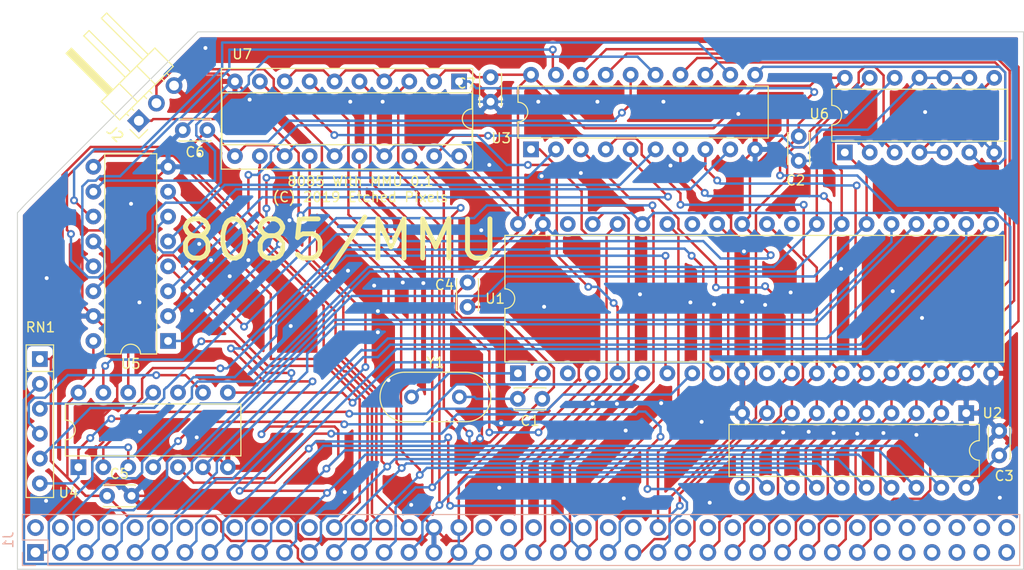
<source format=kicad_pcb>
(kicad_pcb (version 20171130) (host pcbnew 5.1.4-1.fc30)

  (general
    (thickness 1.6)
    (drawings 8)
    (tracks 1100)
    (zones 0)
    (modules 18)
    (nets 64)
  )

  (page A4)
  (layers
    (0 F.Cu signal)
    (31 B.Cu signal)
    (32 B.Adhes user)
    (33 F.Adhes user)
    (34 B.Paste user)
    (35 F.Paste user)
    (36 B.SilkS user)
    (37 F.SilkS user)
    (38 B.Mask user)
    (39 F.Mask user)
    (40 Dwgs.User user)
    (41 Cmts.User user)
    (42 Eco1.User user)
    (43 Eco2.User user)
    (44 Edge.Cuts user)
    (45 Margin user)
    (46 B.CrtYd user)
    (47 F.CrtYd user)
    (48 B.Fab user hide)
    (49 F.Fab user hide)
  )

  (setup
    (last_trace_width 0.25)
    (trace_clearance 0.2)
    (zone_clearance 0.508)
    (zone_45_only no)
    (trace_min 0.2)
    (via_size 0.8)
    (via_drill 0.4)
    (via_min_size 0.4)
    (via_min_drill 0.3)
    (uvia_size 0.3)
    (uvia_drill 0.1)
    (uvias_allowed no)
    (uvia_min_size 0.2)
    (uvia_min_drill 0.1)
    (edge_width 0.1)
    (segment_width 0.2)
    (pcb_text_width 0.3)
    (pcb_text_size 1.5 1.5)
    (mod_edge_width 0.15)
    (mod_text_size 1 1)
    (mod_text_width 0.15)
    (pad_size 1.524 1.524)
    (pad_drill 0.762)
    (pad_to_mask_clearance 0)
    (aux_axis_origin 0 0)
    (visible_elements FFFFFF7F)
    (pcbplotparams
      (layerselection 0x010fc_ffffffff)
      (usegerberextensions false)
      (usegerberattributes false)
      (usegerberadvancedattributes false)
      (creategerberjobfile false)
      (excludeedgelayer true)
      (linewidth 0.100000)
      (plotframeref false)
      (viasonmask false)
      (mode 1)
      (useauxorigin false)
      (hpglpennumber 1)
      (hpglpenspeed 20)
      (hpglpendiameter 15.000000)
      (psnegative false)
      (psa4output false)
      (plotreference true)
      (plotvalue true)
      (plotinvisibletext false)
      (padsonsilk false)
      (subtractmaskfromsilk false)
      (outputformat 1)
      (mirror false)
      (drillshape 0)
      (scaleselection 1)
      (outputdirectory "/tmp/8085"))
  )

  (net 0 "")
  (net 1 VCC)
  (net 2 "Net-(C1-Pad2)")
  (net 3 GND)
  (net 4 A15)
  (net 5 A14)
  (net 6 A13)
  (net 7 A12)
  (net 8 A11)
  (net 9 A10)
  (net 10 A9)
  (net 11 A8)
  (net 12 A7)
  (net 13 A6)
  (net 14 A5)
  (net 15 A4)
  (net 16 A3)
  (net 17 A2)
  (net 18 A1)
  (net 19 A0)
  (net 20 M1)
  (net 21 RESET)
  (net 22 CLOCK)
  (net 23 INT)
  (net 24 MREQ)
  (net 25 WR)
  (net 26 RD)
  (net 27 IORQ)
  (net 28 NMI)
  (net 29 AD0)
  (net 30 AD1)
  (net 31 AD2)
  (net 32 AD3)
  (net 33 AD4)
  (net 34 AD5)
  (net 35 AD6)
  (net 36 AD7)
  (net 37 "Net-(U1-Pad1)")
  (net 38 "Net-(U1-Pad6)")
  (net 39 "Net-(U1-Pad7)")
  (net 40 "Net-(U1-Pad8)")
  (net 41 "Net-(U1-Pad9)")
  (net 42 "Net-(U1-Pad30)")
  (net 43 INT2)
  (net 44 INT3)
  (net 45 A19)
  (net 46 A18)
  (net 47 A17)
  (net 48 A16)
  (net 49 SOD)
  (net 50 "Net-(U3-Pad11)")
  (net 51 "Net-(U3-Pad2)")
  (net 52 "Net-(U3-Pad12)")
  (net 53 "Net-(U3-Pad5)")
  (net 54 "Net-(U3-Pad15)")
  (net 55 "Net-(U3-Pad6)")
  (net 56 "Net-(U3-Pad16)")
  (net 57 "Net-(U3-Pad9)")
  (net 58 "Net-(U3-Pad19)")
  (net 59 "Net-(U5-Pad1)")
  (net 60 "Net-(U6-Pad4)")
  (net 61 SID)
  (net 62 MMUSEL)
  (net 63 "Net-(U4-Pad12)")

  (net_class Default "This is the default net class."
    (clearance 0.2)
    (trace_width 0.25)
    (via_dia 0.8)
    (via_drill 0.4)
    (uvia_dia 0.3)
    (uvia_drill 0.1)
    (add_net A0)
    (add_net A1)
    (add_net A10)
    (add_net A11)
    (add_net A12)
    (add_net A13)
    (add_net A14)
    (add_net A15)
    (add_net A16)
    (add_net A17)
    (add_net A18)
    (add_net A19)
    (add_net A2)
    (add_net A3)
    (add_net A4)
    (add_net A5)
    (add_net A6)
    (add_net A7)
    (add_net A8)
    (add_net A9)
    (add_net AD0)
    (add_net AD1)
    (add_net AD2)
    (add_net AD3)
    (add_net AD4)
    (add_net AD5)
    (add_net AD6)
    (add_net AD7)
    (add_net CLOCK)
    (add_net GND)
    (add_net INT)
    (add_net INT2)
    (add_net INT3)
    (add_net IORQ)
    (add_net M1)
    (add_net MMUSEL)
    (add_net MREQ)
    (add_net NMI)
    (add_net "Net-(C1-Pad2)")
    (add_net "Net-(U1-Pad1)")
    (add_net "Net-(U1-Pad30)")
    (add_net "Net-(U1-Pad6)")
    (add_net "Net-(U1-Pad7)")
    (add_net "Net-(U1-Pad8)")
    (add_net "Net-(U1-Pad9)")
    (add_net "Net-(U3-Pad11)")
    (add_net "Net-(U3-Pad12)")
    (add_net "Net-(U3-Pad15)")
    (add_net "Net-(U3-Pad16)")
    (add_net "Net-(U3-Pad19)")
    (add_net "Net-(U3-Pad2)")
    (add_net "Net-(U3-Pad5)")
    (add_net "Net-(U3-Pad6)")
    (add_net "Net-(U3-Pad9)")
    (add_net "Net-(U4-Pad12)")
    (add_net "Net-(U5-Pad1)")
    (add_net "Net-(U6-Pad4)")
    (add_net RD)
    (add_net RESET)
    (add_net SID)
    (add_net SOD)
    (add_net VCC)
    (add_net WR)
  )

  (net_class Power ""
    (clearance 0.2)
    (trace_width 0.4)
    (via_dia 0.8)
    (via_drill 0.4)
    (uvia_dia 0.3)
    (uvia_drill 0.1)
  )

  (module Package_DIP:DIP-20_W7.62mm_Socket (layer F.Cu) (tedit 5A02E8C5) (tstamp 5D5E412E)
    (at 150.901999 113.017501 270)
    (descr "20-lead though-hole mounted DIP package, row spacing 7.62 mm (300 mils), Socket")
    (tags "THT DIP DIL PDIP 2.54mm 7.62mm 300mil Socket")
    (path /5DB4B4A2)
    (fp_text reference U7 (at -2.781501 22.123999 180) (layer F.SilkS)
      (effects (font (size 1 1) (thickness 0.15)))
    )
    (fp_text value 74HCT688 (at 3.81 25.19 90) (layer F.Fab)
      (effects (font (size 1 1) (thickness 0.15)))
    )
    (fp_arc (start 3.81 -1.33) (end 2.81 -1.33) (angle -180) (layer F.SilkS) (width 0.12))
    (fp_line (start 1.635 -1.27) (end 6.985 -1.27) (layer F.Fab) (width 0.1))
    (fp_line (start 6.985 -1.27) (end 6.985 24.13) (layer F.Fab) (width 0.1))
    (fp_line (start 6.985 24.13) (end 0.635 24.13) (layer F.Fab) (width 0.1))
    (fp_line (start 0.635 24.13) (end 0.635 -0.27) (layer F.Fab) (width 0.1))
    (fp_line (start 0.635 -0.27) (end 1.635 -1.27) (layer F.Fab) (width 0.1))
    (fp_line (start -1.27 -1.33) (end -1.27 24.19) (layer F.Fab) (width 0.1))
    (fp_line (start -1.27 24.19) (end 8.89 24.19) (layer F.Fab) (width 0.1))
    (fp_line (start 8.89 24.19) (end 8.89 -1.33) (layer F.Fab) (width 0.1))
    (fp_line (start 8.89 -1.33) (end -1.27 -1.33) (layer F.Fab) (width 0.1))
    (fp_line (start 2.81 -1.33) (end 1.16 -1.33) (layer F.SilkS) (width 0.12))
    (fp_line (start 1.16 -1.33) (end 1.16 24.19) (layer F.SilkS) (width 0.12))
    (fp_line (start 1.16 24.19) (end 6.46 24.19) (layer F.SilkS) (width 0.12))
    (fp_line (start 6.46 24.19) (end 6.46 -1.33) (layer F.SilkS) (width 0.12))
    (fp_line (start 6.46 -1.33) (end 4.81 -1.33) (layer F.SilkS) (width 0.12))
    (fp_line (start -1.33 -1.39) (end -1.33 24.25) (layer F.SilkS) (width 0.12))
    (fp_line (start -1.33 24.25) (end 8.95 24.25) (layer F.SilkS) (width 0.12))
    (fp_line (start 8.95 24.25) (end 8.95 -1.39) (layer F.SilkS) (width 0.12))
    (fp_line (start 8.95 -1.39) (end -1.33 -1.39) (layer F.SilkS) (width 0.12))
    (fp_line (start -1.55 -1.6) (end -1.55 24.45) (layer F.CrtYd) (width 0.05))
    (fp_line (start -1.55 24.45) (end 9.15 24.45) (layer F.CrtYd) (width 0.05))
    (fp_line (start 9.15 24.45) (end 9.15 -1.6) (layer F.CrtYd) (width 0.05))
    (fp_line (start 9.15 -1.6) (end -1.55 -1.6) (layer F.CrtYd) (width 0.05))
    (fp_text user %R (at 3.81 11.43 90) (layer F.Fab)
      (effects (font (size 1 1) (thickness 0.15)))
    )
    (pad 1 thru_hole rect (at 0 0 270) (size 1.6 1.6) (drill 0.8) (layers *.Cu *.Mask)
      (net 25 WR))
    (pad 11 thru_hole oval (at 7.62 22.86 270) (size 1.6 1.6) (drill 0.8) (layers *.Cu *.Mask)
      (net 1 VCC))
    (pad 2 thru_hole oval (at 0 2.54 270) (size 1.6 1.6) (drill 0.8) (layers *.Cu *.Mask)
      (net 1 VCC))
    (pad 12 thru_hole oval (at 7.62 20.32 270) (size 1.6 1.6) (drill 0.8) (layers *.Cu *.Mask)
      (net 15 A4))
    (pad 3 thru_hole oval (at 0 5.08 270) (size 1.6 1.6) (drill 0.8) (layers *.Cu *.Mask)
      (net 19 A0))
    (pad 13 thru_hole oval (at 7.62 17.78 270) (size 1.6 1.6) (drill 0.8) (layers *.Cu *.Mask)
      (net 1 VCC))
    (pad 4 thru_hole oval (at 0 7.62 270) (size 1.6 1.6) (drill 0.8) (layers *.Cu *.Mask)
      (net 1 VCC))
    (pad 14 thru_hole oval (at 7.62 15.24 270) (size 1.6 1.6) (drill 0.8) (layers *.Cu *.Mask)
      (net 14 A5))
    (pad 5 thru_hole oval (at 0 10.16 270) (size 1.6 1.6) (drill 0.8) (layers *.Cu *.Mask)
      (net 18 A1))
    (pad 15 thru_hole oval (at 7.62 12.7 270) (size 1.6 1.6) (drill 0.8) (layers *.Cu *.Mask)
      (net 1 VCC))
    (pad 6 thru_hole oval (at 0 12.7 270) (size 1.6 1.6) (drill 0.8) (layers *.Cu *.Mask)
      (net 1 VCC))
    (pad 16 thru_hole oval (at 7.62 10.16 270) (size 1.6 1.6) (drill 0.8) (layers *.Cu *.Mask)
      (net 13 A6))
    (pad 7 thru_hole oval (at 0 15.24 270) (size 1.6 1.6) (drill 0.8) (layers *.Cu *.Mask)
      (net 17 A2))
    (pad 17 thru_hole oval (at 7.62 7.62 270) (size 1.6 1.6) (drill 0.8) (layers *.Cu *.Mask)
      (net 1 VCC))
    (pad 8 thru_hole oval (at 0 17.78 270) (size 1.6 1.6) (drill 0.8) (layers *.Cu *.Mask)
      (net 1 VCC))
    (pad 18 thru_hole oval (at 7.62 5.08 270) (size 1.6 1.6) (drill 0.8) (layers *.Cu *.Mask)
      (net 12 A7))
    (pad 9 thru_hole oval (at 0 20.32 270) (size 1.6 1.6) (drill 0.8) (layers *.Cu *.Mask)
      (net 16 A3))
    (pad 19 thru_hole oval (at 7.62 2.54 270) (size 1.6 1.6) (drill 0.8) (layers *.Cu *.Mask)
      (net 62 MMUSEL))
    (pad 10 thru_hole oval (at 0 22.86 270) (size 1.6 1.6) (drill 0.8) (layers *.Cu *.Mask)
      (net 3 GND))
    (pad 20 thru_hole oval (at 7.62 0 270) (size 1.6 1.6) (drill 0.8) (layers *.Cu *.Mask)
      (net 1 VCC))
    (model ${KISYS3DMOD}/Package_DIP.3dshapes/DIP-20_W7.62mm_Socket.wrl
      (at (xyz 0 0 0))
      (scale (xyz 1 1 1))
      (rotate (xyz 0 0 0))
    )
  )

  (module Package_DIP:DIP-20_W7.62mm (layer F.Cu) (tedit 5A02E8C5) (tstamp 5D5C588B)
    (at 158.242 119.9515 90)
    (descr "20-lead though-hole mounted DIP package, row spacing 7.62 mm (300 mils)")
    (tags "THT DIP DIL PDIP 2.54mm 7.62mm 300mil")
    (path /5D5E6146)
    (fp_text reference U3 (at 1.143 -3.048 180) (layer F.SilkS)
      (effects (font (size 1 1) (thickness 0.15)))
    )
    (fp_text value 74HCT273 (at 3.81 25.19 90) (layer F.Fab)
      (effects (font (size 1 1) (thickness 0.15)))
    )
    (fp_arc (start 3.81 -1.33) (end 2.81 -1.33) (angle -180) (layer F.SilkS) (width 0.12))
    (fp_line (start 1.635 -1.27) (end 6.985 -1.27) (layer F.Fab) (width 0.1))
    (fp_line (start 6.985 -1.27) (end 6.985 24.13) (layer F.Fab) (width 0.1))
    (fp_line (start 6.985 24.13) (end 0.635 24.13) (layer F.Fab) (width 0.1))
    (fp_line (start 0.635 24.13) (end 0.635 -0.27) (layer F.Fab) (width 0.1))
    (fp_line (start 0.635 -0.27) (end 1.635 -1.27) (layer F.Fab) (width 0.1))
    (fp_line (start 2.81 -1.33) (end 1.16 -1.33) (layer F.SilkS) (width 0.12))
    (fp_line (start 1.16 -1.33) (end 1.16 24.19) (layer F.SilkS) (width 0.12))
    (fp_line (start 1.16 24.19) (end 6.46 24.19) (layer F.SilkS) (width 0.12))
    (fp_line (start 6.46 24.19) (end 6.46 -1.33) (layer F.SilkS) (width 0.12))
    (fp_line (start 6.46 -1.33) (end 4.81 -1.33) (layer F.SilkS) (width 0.12))
    (fp_line (start -1.1 -1.55) (end -1.1 24.4) (layer F.CrtYd) (width 0.05))
    (fp_line (start -1.1 24.4) (end 8.7 24.4) (layer F.CrtYd) (width 0.05))
    (fp_line (start 8.7 24.4) (end 8.7 -1.55) (layer F.CrtYd) (width 0.05))
    (fp_line (start 8.7 -1.55) (end -1.1 -1.55) (layer F.CrtYd) (width 0.05))
    (fp_text user %R (at 3.81 11.43 90) (layer F.Fab)
      (effects (font (size 1 1) (thickness 0.15)))
    )
    (pad 1 thru_hole rect (at 0 0 90) (size 1.6 1.6) (drill 0.8) (layers *.Cu *.Mask)
      (net 21 RESET))
    (pad 11 thru_hole oval (at 7.62 22.86 90) (size 1.6 1.6) (drill 0.8) (layers *.Cu *.Mask)
      (net 50 "Net-(U3-Pad11)"))
    (pad 2 thru_hole oval (at 0 2.54 90) (size 1.6 1.6) (drill 0.8) (layers *.Cu *.Mask)
      (net 51 "Net-(U3-Pad2)"))
    (pad 12 thru_hole oval (at 7.62 20.32 90) (size 1.6 1.6) (drill 0.8) (layers *.Cu *.Mask)
      (net 52 "Net-(U3-Pad12)"))
    (pad 3 thru_hole oval (at 0 5.08 90) (size 1.6 1.6) (drill 0.8) (layers *.Cu *.Mask)
      (net 29 AD0))
    (pad 13 thru_hole oval (at 7.62 17.78 90) (size 1.6 1.6) (drill 0.8) (layers *.Cu *.Mask)
      (net 33 AD4))
    (pad 4 thru_hole oval (at 0 7.62 90) (size 1.6 1.6) (drill 0.8) (layers *.Cu *.Mask)
      (net 30 AD1))
    (pad 14 thru_hole oval (at 7.62 15.24 90) (size 1.6 1.6) (drill 0.8) (layers *.Cu *.Mask)
      (net 34 AD5))
    (pad 5 thru_hole oval (at 0 10.16 90) (size 1.6 1.6) (drill 0.8) (layers *.Cu *.Mask)
      (net 53 "Net-(U3-Pad5)"))
    (pad 15 thru_hole oval (at 7.62 12.7 90) (size 1.6 1.6) (drill 0.8) (layers *.Cu *.Mask)
      (net 54 "Net-(U3-Pad15)"))
    (pad 6 thru_hole oval (at 0 12.7 90) (size 1.6 1.6) (drill 0.8) (layers *.Cu *.Mask)
      (net 55 "Net-(U3-Pad6)"))
    (pad 16 thru_hole oval (at 7.62 10.16 90) (size 1.6 1.6) (drill 0.8) (layers *.Cu *.Mask)
      (net 56 "Net-(U3-Pad16)"))
    (pad 7 thru_hole oval (at 0 15.24 90) (size 1.6 1.6) (drill 0.8) (layers *.Cu *.Mask)
      (net 31 AD2))
    (pad 17 thru_hole oval (at 7.62 7.62 90) (size 1.6 1.6) (drill 0.8) (layers *.Cu *.Mask)
      (net 35 AD6))
    (pad 8 thru_hole oval (at 0 17.78 90) (size 1.6 1.6) (drill 0.8) (layers *.Cu *.Mask)
      (net 32 AD3))
    (pad 18 thru_hole oval (at 7.62 5.08 90) (size 1.6 1.6) (drill 0.8) (layers *.Cu *.Mask)
      (net 36 AD7))
    (pad 9 thru_hole oval (at 0 20.32 90) (size 1.6 1.6) (drill 0.8) (layers *.Cu *.Mask)
      (net 57 "Net-(U3-Pad9)"))
    (pad 19 thru_hole oval (at 7.62 2.54 90) (size 1.6 1.6) (drill 0.8) (layers *.Cu *.Mask)
      (net 58 "Net-(U3-Pad19)"))
    (pad 10 thru_hole oval (at 0 22.86 90) (size 1.6 1.6) (drill 0.8) (layers *.Cu *.Mask)
      (net 3 GND))
    (pad 20 thru_hole oval (at 7.62 0 90) (size 1.6 1.6) (drill 0.8) (layers *.Cu *.Mask)
      (net 1 VCC))
    (model ${KISYS3DMOD}/Package_DIP.3dshapes/DIP-20_W7.62mm.wrl
      (at (xyz 0 0 0))
      (scale (xyz 1 1 1))
      (rotate (xyz 0 0 0))
    )
  )

  (module Package_DIP:DIP-40_W15.24mm (layer F.Cu) (tedit 5A02E8C5) (tstamp 5D5B39AA)
    (at 156.9085 142.8115 90)
    (descr "40-lead though-hole mounted DIP package, row spacing 15.24 mm (600 mils)")
    (tags "THT DIP DIL PDIP 2.54mm 15.24mm 600mil")
    (path /5D5C8495)
    (fp_text reference U1 (at 7.62 -2.33 180) (layer F.SilkS)
      (effects (font (size 1 1) (thickness 0.15)))
    )
    (fp_text value 8085 (at 7.62 50.59 90) (layer F.Fab)
      (effects (font (size 1 1) (thickness 0.15)))
    )
    (fp_arc (start 7.62 -1.33) (end 6.62 -1.33) (angle -180) (layer F.SilkS) (width 0.12))
    (fp_line (start 1.255 -1.27) (end 14.985 -1.27) (layer F.Fab) (width 0.1))
    (fp_line (start 14.985 -1.27) (end 14.985 49.53) (layer F.Fab) (width 0.1))
    (fp_line (start 14.985 49.53) (end 0.255 49.53) (layer F.Fab) (width 0.1))
    (fp_line (start 0.255 49.53) (end 0.255 -0.27) (layer F.Fab) (width 0.1))
    (fp_line (start 0.255 -0.27) (end 1.255 -1.27) (layer F.Fab) (width 0.1))
    (fp_line (start 6.62 -1.33) (end 1.16 -1.33) (layer F.SilkS) (width 0.12))
    (fp_line (start 1.16 -1.33) (end 1.16 49.59) (layer F.SilkS) (width 0.12))
    (fp_line (start 1.16 49.59) (end 14.08 49.59) (layer F.SilkS) (width 0.12))
    (fp_line (start 14.08 49.59) (end 14.08 -1.33) (layer F.SilkS) (width 0.12))
    (fp_line (start 14.08 -1.33) (end 8.62 -1.33) (layer F.SilkS) (width 0.12))
    (fp_line (start -1.05 -1.55) (end -1.05 49.8) (layer F.CrtYd) (width 0.05))
    (fp_line (start -1.05 49.8) (end 16.3 49.8) (layer F.CrtYd) (width 0.05))
    (fp_line (start 16.3 49.8) (end 16.3 -1.55) (layer F.CrtYd) (width 0.05))
    (fp_line (start 16.3 -1.55) (end -1.05 -1.55) (layer F.CrtYd) (width 0.05))
    (fp_text user %R (at 7.62 24.13 90) (layer F.Fab)
      (effects (font (size 1 1) (thickness 0.15)))
    )
    (pad 1 thru_hole rect (at 0 0 90) (size 1.6 1.6) (drill 0.8) (layers *.Cu *.Mask)
      (net 37 "Net-(U1-Pad1)"))
    (pad 21 thru_hole oval (at 15.24 48.26 90) (size 1.6 1.6) (drill 0.8) (layers *.Cu *.Mask)
      (net 11 A8))
    (pad 2 thru_hole oval (at 0 2.54 90) (size 1.6 1.6) (drill 0.8) (layers *.Cu *.Mask)
      (net 2 "Net-(C1-Pad2)"))
    (pad 22 thru_hole oval (at 15.24 45.72 90) (size 1.6 1.6) (drill 0.8) (layers *.Cu *.Mask)
      (net 10 A9))
    (pad 3 thru_hole oval (at 0 5.08 90) (size 1.6 1.6) (drill 0.8) (layers *.Cu *.Mask))
    (pad 23 thru_hole oval (at 15.24 43.18 90) (size 1.6 1.6) (drill 0.8) (layers *.Cu *.Mask)
      (net 9 A10))
    (pad 4 thru_hole oval (at 0 7.62 90) (size 1.6 1.6) (drill 0.8) (layers *.Cu *.Mask)
      (net 49 SOD))
    (pad 24 thru_hole oval (at 15.24 40.64 90) (size 1.6 1.6) (drill 0.8) (layers *.Cu *.Mask)
      (net 8 A11))
    (pad 5 thru_hole oval (at 0 10.16 90) (size 1.6 1.6) (drill 0.8) (layers *.Cu *.Mask)
      (net 61 SID))
    (pad 25 thru_hole oval (at 15.24 38.1 90) (size 1.6 1.6) (drill 0.8) (layers *.Cu *.Mask)
      (net 7 A12))
    (pad 6 thru_hole oval (at 0 12.7 90) (size 1.6 1.6) (drill 0.8) (layers *.Cu *.Mask)
      (net 38 "Net-(U1-Pad6)"))
    (pad 26 thru_hole oval (at 15.24 35.56 90) (size 1.6 1.6) (drill 0.8) (layers *.Cu *.Mask)
      (net 6 A13))
    (pad 7 thru_hole oval (at 0 15.24 90) (size 1.6 1.6) (drill 0.8) (layers *.Cu *.Mask)
      (net 39 "Net-(U1-Pad7)"))
    (pad 27 thru_hole oval (at 15.24 33.02 90) (size 1.6 1.6) (drill 0.8) (layers *.Cu *.Mask)
      (net 5 A14))
    (pad 8 thru_hole oval (at 0 17.78 90) (size 1.6 1.6) (drill 0.8) (layers *.Cu *.Mask)
      (net 40 "Net-(U1-Pad8)"))
    (pad 28 thru_hole oval (at 15.24 30.48 90) (size 1.6 1.6) (drill 0.8) (layers *.Cu *.Mask)
      (net 4 A15))
    (pad 9 thru_hole oval (at 0 20.32 90) (size 1.6 1.6) (drill 0.8) (layers *.Cu *.Mask)
      (net 41 "Net-(U1-Pad9)"))
    (pad 29 thru_hole oval (at 15.24 27.94 90) (size 1.6 1.6) (drill 0.8) (layers *.Cu *.Mask))
    (pad 10 thru_hole oval (at 0 22.86 90) (size 1.6 1.6) (drill 0.8) (layers *.Cu *.Mask)
      (net 3 GND))
    (pad 30 thru_hole oval (at 15.24 25.4 90) (size 1.6 1.6) (drill 0.8) (layers *.Cu *.Mask)
      (net 42 "Net-(U1-Pad30)"))
    (pad 11 thru_hole oval (at 0 25.4 90) (size 1.6 1.6) (drill 0.8) (layers *.Cu *.Mask))
    (pad 31 thru_hole oval (at 15.24 22.86 90) (size 1.6 1.6) (drill 0.8) (layers *.Cu *.Mask)
      (net 25 WR))
    (pad 12 thru_hole oval (at 0 27.94 90) (size 1.6 1.6) (drill 0.8) (layers *.Cu *.Mask)
      (net 29 AD0))
    (pad 32 thru_hole oval (at 15.24 20.32 90) (size 1.6 1.6) (drill 0.8) (layers *.Cu *.Mask)
      (net 26 RD))
    (pad 13 thru_hole oval (at 0 30.48 90) (size 1.6 1.6) (drill 0.8) (layers *.Cu *.Mask)
      (net 30 AD1))
    (pad 33 thru_hole oval (at 15.24 17.78 90) (size 1.6 1.6) (drill 0.8) (layers *.Cu *.Mask))
    (pad 14 thru_hole oval (at 0 33.02 90) (size 1.6 1.6) (drill 0.8) (layers *.Cu *.Mask)
      (net 31 AD2))
    (pad 34 thru_hole oval (at 15.24 15.24 90) (size 1.6 1.6) (drill 0.8) (layers *.Cu *.Mask)
      (net 24 MREQ))
    (pad 15 thru_hole oval (at 0 35.56 90) (size 1.6 1.6) (drill 0.8) (layers *.Cu *.Mask)
      (net 32 AD3))
    (pad 35 thru_hole oval (at 15.24 12.7 90) (size 1.6 1.6) (drill 0.8) (layers *.Cu *.Mask)
      (net 1 VCC))
    (pad 16 thru_hole oval (at 0 38.1 90) (size 1.6 1.6) (drill 0.8) (layers *.Cu *.Mask)
      (net 33 AD4))
    (pad 36 thru_hole oval (at 15.24 10.16 90) (size 1.6 1.6) (drill 0.8) (layers *.Cu *.Mask)
      (net 21 RESET))
    (pad 17 thru_hole oval (at 0 40.64 90) (size 1.6 1.6) (drill 0.8) (layers *.Cu *.Mask)
      (net 34 AD5))
    (pad 37 thru_hole oval (at 15.24 7.62 90) (size 1.6 1.6) (drill 0.8) (layers *.Cu *.Mask)
      (net 22 CLOCK))
    (pad 18 thru_hole oval (at 0 43.18 90) (size 1.6 1.6) (drill 0.8) (layers *.Cu *.Mask)
      (net 35 AD6))
    (pad 38 thru_hole oval (at 15.24 5.08 90) (size 1.6 1.6) (drill 0.8) (layers *.Cu *.Mask))
    (pad 19 thru_hole oval (at 0 45.72 90) (size 1.6 1.6) (drill 0.8) (layers *.Cu *.Mask)
      (net 36 AD7))
    (pad 39 thru_hole oval (at 15.24 2.54 90) (size 1.6 1.6) (drill 0.8) (layers *.Cu *.Mask)
      (net 3 GND))
    (pad 20 thru_hole oval (at 0 48.26 90) (size 1.6 1.6) (drill 0.8) (layers *.Cu *.Mask)
      (net 3 GND))
    (pad 40 thru_hole oval (at 15.24 0 90) (size 1.6 1.6) (drill 0.8) (layers *.Cu *.Mask)
      (net 1 VCC))
    (model ${KISYS3DMOD}/Package_DIP.3dshapes/DIP-40_W15.24mm.wrl
      (at (xyz 0 0 0))
      (scale (xyz 1 1 1))
      (rotate (xyz 0 0 0))
    )
  )

  (module Package_DIP:DIP-14_W7.62mm (layer F.Cu) (tedit 5A02E8C5) (tstamp 5D5B39F4)
    (at 112.0775 152.4 90)
    (descr "14-lead though-hole mounted DIP package, row spacing 7.62 mm (300 mils)")
    (tags "THT DIP DIL PDIP 2.54mm 7.62mm 300mil")
    (path /5D6D2A10)
    (fp_text reference U4 (at -2.6035 -1.016 180) (layer F.SilkS)
      (effects (font (size 1 1) (thickness 0.15)))
    )
    (fp_text value 74HCT14 (at 3.81 17.57 90) (layer F.Fab)
      (effects (font (size 1 1) (thickness 0.15)))
    )
    (fp_arc (start 3.81 -1.33) (end 2.81 -1.33) (angle -180) (layer F.SilkS) (width 0.12))
    (fp_line (start 1.635 -1.27) (end 6.985 -1.27) (layer F.Fab) (width 0.1))
    (fp_line (start 6.985 -1.27) (end 6.985 16.51) (layer F.Fab) (width 0.1))
    (fp_line (start 6.985 16.51) (end 0.635 16.51) (layer F.Fab) (width 0.1))
    (fp_line (start 0.635 16.51) (end 0.635 -0.27) (layer F.Fab) (width 0.1))
    (fp_line (start 0.635 -0.27) (end 1.635 -1.27) (layer F.Fab) (width 0.1))
    (fp_line (start 2.81 -1.33) (end 1.16 -1.33) (layer F.SilkS) (width 0.12))
    (fp_line (start 1.16 -1.33) (end 1.16 16.57) (layer F.SilkS) (width 0.12))
    (fp_line (start 1.16 16.57) (end 6.46 16.57) (layer F.SilkS) (width 0.12))
    (fp_line (start 6.46 16.57) (end 6.46 -1.33) (layer F.SilkS) (width 0.12))
    (fp_line (start 6.46 -1.33) (end 4.81 -1.33) (layer F.SilkS) (width 0.12))
    (fp_line (start -1.1 -1.55) (end -1.1 16.8) (layer F.CrtYd) (width 0.05))
    (fp_line (start -1.1 16.8) (end 8.7 16.8) (layer F.CrtYd) (width 0.05))
    (fp_line (start 8.7 16.8) (end 8.7 -1.55) (layer F.CrtYd) (width 0.05))
    (fp_line (start 8.7 -1.55) (end -1.1 -1.55) (layer F.CrtYd) (width 0.05))
    (fp_text user %R (at 3.81 7.62 90) (layer F.Fab)
      (effects (font (size 1 1) (thickness 0.15)))
    )
    (pad 1 thru_hole rect (at 0 0 90) (size 1.6 1.6) (drill 0.8) (layers *.Cu *.Mask)
      (net 28 NMI))
    (pad 8 thru_hole oval (at 7.62 15.24 90) (size 1.6 1.6) (drill 0.8) (layers *.Cu *.Mask)
      (net 41 "Net-(U1-Pad9)"))
    (pad 2 thru_hole oval (at 0 2.54 90) (size 1.6 1.6) (drill 0.8) (layers *.Cu *.Mask)
      (net 38 "Net-(U1-Pad6)"))
    (pad 9 thru_hole oval (at 7.62 12.7 90) (size 1.6 1.6) (drill 0.8) (layers *.Cu *.Mask)
      (net 43 INT2))
    (pad 3 thru_hole oval (at 0 5.08 90) (size 1.6 1.6) (drill 0.8) (layers *.Cu *.Mask)
      (net 23 INT))
    (pad 10 thru_hole oval (at 7.62 10.16 90) (size 1.6 1.6) (drill 0.8) (layers *.Cu *.Mask)
      (net 39 "Net-(U1-Pad7)"))
    (pad 4 thru_hole oval (at 0 7.62 90) (size 1.6 1.6) (drill 0.8) (layers *.Cu *.Mask)
      (net 40 "Net-(U1-Pad8)"))
    (pad 11 thru_hole oval (at 7.62 7.62 90) (size 1.6 1.6) (drill 0.8) (layers *.Cu *.Mask)
      (net 44 INT3))
    (pad 5 thru_hole oval (at 0 10.16 90) (size 1.6 1.6) (drill 0.8) (layers *.Cu *.Mask)
      (net 24 MREQ))
    (pad 12 thru_hole oval (at 7.62 5.08 90) (size 1.6 1.6) (drill 0.8) (layers *.Cu *.Mask)
      (net 63 "Net-(U4-Pad12)"))
    (pad 6 thru_hole oval (at 0 12.7 90) (size 1.6 1.6) (drill 0.8) (layers *.Cu *.Mask)
      (net 27 IORQ))
    (pad 13 thru_hole oval (at 7.62 2.54 90) (size 1.6 1.6) (drill 0.8) (layers *.Cu *.Mask)
      (net 27 IORQ))
    (pad 7 thru_hole oval (at 0 15.24 90) (size 1.6 1.6) (drill 0.8) (layers *.Cu *.Mask)
      (net 3 GND))
    (pad 14 thru_hole oval (at 7.62 0 90) (size 1.6 1.6) (drill 0.8) (layers *.Cu *.Mask)
      (net 1 VCC))
    (model ${KISYS3DMOD}/Package_DIP.3dshapes/DIP-14_W7.62mm.wrl
      (at (xyz 0 0 0))
      (scale (xyz 1 1 1))
      (rotate (xyz 0 0 0))
    )
  )

  (module Connector_PinSocket_2.54mm:PinSocket_2x40_P2.54mm_Vertical (layer B.Cu) (tedit 5A19A422) (tstamp 5D5B3957)
    (at 107.696 161.0995 270)
    (descr "Through hole straight socket strip, 2x40, 2.54mm pitch, double cols (from Kicad 4.0.7), script generated")
    (tags "Through hole socket strip THT 2x40 2.54mm double row")
    (path /5D88BCB1)
    (fp_text reference J1 (at -1.27 2.77 270) (layer B.SilkS)
      (effects (font (size 1 1) (thickness 0.15)) (justify mirror))
    )
    (fp_text value Conn_02x40_Odd_Even (at -1.27 -101.83 270) (layer B.Fab)
      (effects (font (size 1 1) (thickness 0.15)) (justify mirror))
    )
    (fp_line (start -3.81 1.27) (end 0.27 1.27) (layer B.Fab) (width 0.1))
    (fp_line (start 0.27 1.27) (end 1.27 0.27) (layer B.Fab) (width 0.1))
    (fp_line (start 1.27 0.27) (end 1.27 -100.33) (layer B.Fab) (width 0.1))
    (fp_line (start 1.27 -100.33) (end -3.81 -100.33) (layer B.Fab) (width 0.1))
    (fp_line (start -3.81 -100.33) (end -3.81 1.27) (layer B.Fab) (width 0.1))
    (fp_line (start -3.87 1.33) (end -1.27 1.33) (layer B.SilkS) (width 0.12))
    (fp_line (start -3.87 1.33) (end -3.87 -100.39) (layer B.SilkS) (width 0.12))
    (fp_line (start -3.87 -100.39) (end 1.33 -100.39) (layer B.SilkS) (width 0.12))
    (fp_line (start 1.33 -1.27) (end 1.33 -100.39) (layer B.SilkS) (width 0.12))
    (fp_line (start -1.27 -1.27) (end 1.33 -1.27) (layer B.SilkS) (width 0.12))
    (fp_line (start -1.27 1.33) (end -1.27 -1.27) (layer B.SilkS) (width 0.12))
    (fp_line (start 1.33 1.33) (end 1.33 0) (layer B.SilkS) (width 0.12))
    (fp_line (start 0 1.33) (end 1.33 1.33) (layer B.SilkS) (width 0.12))
    (fp_line (start -4.34 1.8) (end 1.76 1.8) (layer B.CrtYd) (width 0.05))
    (fp_line (start 1.76 1.8) (end 1.76 -100.8) (layer B.CrtYd) (width 0.05))
    (fp_line (start 1.76 -100.8) (end -4.34 -100.8) (layer B.CrtYd) (width 0.05))
    (fp_line (start -4.34 -100.8) (end -4.34 1.8) (layer B.CrtYd) (width 0.05))
    (fp_text user %R (at -1.27 -49.53) (layer B.Fab)
      (effects (font (size 1 1) (thickness 0.15)) (justify mirror))
    )
    (pad 1 thru_hole rect (at 0 0 270) (size 1.7 1.7) (drill 1) (layers *.Cu *.Mask)
      (net 4 A15))
    (pad 2 thru_hole oval (at -2.54 0 270) (size 1.7 1.7) (drill 1) (layers *.Cu *.Mask))
    (pad 3 thru_hole oval (at 0 -2.54 270) (size 1.7 1.7) (drill 1) (layers *.Cu *.Mask)
      (net 5 A14))
    (pad 4 thru_hole oval (at -2.54 -2.54 270) (size 1.7 1.7) (drill 1) (layers *.Cu *.Mask))
    (pad 5 thru_hole oval (at 0 -5.08 270) (size 1.7 1.7) (drill 1) (layers *.Cu *.Mask)
      (net 6 A13))
    (pad 6 thru_hole oval (at -2.54 -5.08 270) (size 1.7 1.7) (drill 1) (layers *.Cu *.Mask))
    (pad 7 thru_hole oval (at 0 -7.62 270) (size 1.7 1.7) (drill 1) (layers *.Cu *.Mask)
      (net 7 A12))
    (pad 8 thru_hole oval (at -2.54 -7.62 270) (size 1.7 1.7) (drill 1) (layers *.Cu *.Mask))
    (pad 9 thru_hole oval (at 0 -10.16 270) (size 1.7 1.7) (drill 1) (layers *.Cu *.Mask)
      (net 8 A11))
    (pad 10 thru_hole oval (at -2.54 -10.16 270) (size 1.7 1.7) (drill 1) (layers *.Cu *.Mask))
    (pad 11 thru_hole oval (at 0 -12.7 270) (size 1.7 1.7) (drill 1) (layers *.Cu *.Mask)
      (net 9 A10))
    (pad 12 thru_hole oval (at -2.54 -12.7 270) (size 1.7 1.7) (drill 1) (layers *.Cu *.Mask))
    (pad 13 thru_hole oval (at 0 -15.24 270) (size 1.7 1.7) (drill 1) (layers *.Cu *.Mask)
      (net 10 A9))
    (pad 14 thru_hole oval (at -2.54 -15.24 270) (size 1.7 1.7) (drill 1) (layers *.Cu *.Mask))
    (pad 15 thru_hole oval (at 0 -17.78 270) (size 1.7 1.7) (drill 1) (layers *.Cu *.Mask)
      (net 11 A8))
    (pad 16 thru_hole oval (at -2.54 -17.78 270) (size 1.7 1.7) (drill 1) (layers *.Cu *.Mask))
    (pad 17 thru_hole oval (at 0 -20.32 270) (size 1.7 1.7) (drill 1) (layers *.Cu *.Mask)
      (net 12 A7))
    (pad 18 thru_hole oval (at -2.54 -20.32 270) (size 1.7 1.7) (drill 1) (layers *.Cu *.Mask))
    (pad 19 thru_hole oval (at 0 -22.86 270) (size 1.7 1.7) (drill 1) (layers *.Cu *.Mask)
      (net 13 A6))
    (pad 20 thru_hole oval (at -2.54 -22.86 270) (size 1.7 1.7) (drill 1) (layers *.Cu *.Mask))
    (pad 21 thru_hole oval (at 0 -25.4 270) (size 1.7 1.7) (drill 1) (layers *.Cu *.Mask)
      (net 14 A5))
    (pad 22 thru_hole oval (at -2.54 -25.4 270) (size 1.7 1.7) (drill 1) (layers *.Cu *.Mask))
    (pad 23 thru_hole oval (at 0 -27.94 270) (size 1.7 1.7) (drill 1) (layers *.Cu *.Mask)
      (net 15 A4))
    (pad 24 thru_hole oval (at -2.54 -27.94 270) (size 1.7 1.7) (drill 1) (layers *.Cu *.Mask))
    (pad 25 thru_hole oval (at 0 -30.48 270) (size 1.7 1.7) (drill 1) (layers *.Cu *.Mask)
      (net 16 A3))
    (pad 26 thru_hole oval (at -2.54 -30.48 270) (size 1.7 1.7) (drill 1) (layers *.Cu *.Mask)
      (net 45 A19))
    (pad 27 thru_hole oval (at 0 -33.02 270) (size 1.7 1.7) (drill 1) (layers *.Cu *.Mask)
      (net 17 A2))
    (pad 28 thru_hole oval (at -2.54 -33.02 270) (size 1.7 1.7) (drill 1) (layers *.Cu *.Mask)
      (net 46 A18))
    (pad 29 thru_hole oval (at 0 -35.56 270) (size 1.7 1.7) (drill 1) (layers *.Cu *.Mask)
      (net 18 A1))
    (pad 30 thru_hole oval (at -2.54 -35.56 270) (size 1.7 1.7) (drill 1) (layers *.Cu *.Mask)
      (net 47 A17))
    (pad 31 thru_hole oval (at 0 -38.1 270) (size 1.7 1.7) (drill 1) (layers *.Cu *.Mask)
      (net 19 A0))
    (pad 32 thru_hole oval (at -2.54 -38.1 270) (size 1.7 1.7) (drill 1) (layers *.Cu *.Mask)
      (net 48 A16))
    (pad 33 thru_hole oval (at 0 -40.64 270) (size 1.7 1.7) (drill 1) (layers *.Cu *.Mask)
      (net 3 GND))
    (pad 34 thru_hole oval (at -2.54 -40.64 270) (size 1.7 1.7) (drill 1) (layers *.Cu *.Mask)
      (net 3 GND))
    (pad 35 thru_hole oval (at 0 -43.18 270) (size 1.7 1.7) (drill 1) (layers *.Cu *.Mask)
      (net 1 VCC))
    (pad 36 thru_hole oval (at -2.54 -43.18 270) (size 1.7 1.7) (drill 1) (layers *.Cu *.Mask)
      (net 1 VCC))
    (pad 37 thru_hole oval (at 0 -45.72 270) (size 1.7 1.7) (drill 1) (layers *.Cu *.Mask)
      (net 20 M1))
    (pad 38 thru_hole oval (at -2.54 -45.72 270) (size 1.7 1.7) (drill 1) (layers *.Cu *.Mask))
    (pad 39 thru_hole oval (at 0 -48.26 270) (size 1.7 1.7) (drill 1) (layers *.Cu *.Mask)
      (net 21 RESET))
    (pad 40 thru_hole oval (at -2.54 -48.26 270) (size 1.7 1.7) (drill 1) (layers *.Cu *.Mask))
    (pad 41 thru_hole oval (at 0 -50.8 270) (size 1.7 1.7) (drill 1) (layers *.Cu *.Mask)
      (net 22 CLOCK))
    (pad 42 thru_hole oval (at -2.54 -50.8 270) (size 1.7 1.7) (drill 1) (layers *.Cu *.Mask))
    (pad 43 thru_hole oval (at 0 -53.34 270) (size 1.7 1.7) (drill 1) (layers *.Cu *.Mask)
      (net 23 INT))
    (pad 44 thru_hole oval (at -2.54 -53.34 270) (size 1.7 1.7) (drill 1) (layers *.Cu *.Mask))
    (pad 45 thru_hole oval (at 0 -55.88 270) (size 1.7 1.7) (drill 1) (layers *.Cu *.Mask)
      (net 24 MREQ))
    (pad 46 thru_hole oval (at -2.54 -55.88 270) (size 1.7 1.7) (drill 1) (layers *.Cu *.Mask))
    (pad 47 thru_hole oval (at 0 -58.42 270) (size 1.7 1.7) (drill 1) (layers *.Cu *.Mask)
      (net 25 WR))
    (pad 48 thru_hole oval (at -2.54 -58.42 270) (size 1.7 1.7) (drill 1) (layers *.Cu *.Mask))
    (pad 49 thru_hole oval (at 0 -60.96 270) (size 1.7 1.7) (drill 1) (layers *.Cu *.Mask)
      (net 26 RD))
    (pad 50 thru_hole oval (at -2.54 -60.96 270) (size 1.7 1.7) (drill 1) (layers *.Cu *.Mask))
    (pad 51 thru_hole oval (at 0 -63.5 270) (size 1.7 1.7) (drill 1) (layers *.Cu *.Mask)
      (net 27 IORQ))
    (pad 52 thru_hole oval (at -2.54 -63.5 270) (size 1.7 1.7) (drill 1) (layers *.Cu *.Mask)
      (net 28 NMI))
    (pad 53 thru_hole oval (at 0 -66.04 270) (size 1.7 1.7) (drill 1) (layers *.Cu *.Mask)
      (net 29 AD0))
    (pad 54 thru_hole oval (at -2.54 -66.04 270) (size 1.7 1.7) (drill 1) (layers *.Cu *.Mask))
    (pad 55 thru_hole oval (at 0 -68.58 270) (size 1.7 1.7) (drill 1) (layers *.Cu *.Mask)
      (net 30 AD1))
    (pad 56 thru_hole oval (at -2.54 -68.58 270) (size 1.7 1.7) (drill 1) (layers *.Cu *.Mask))
    (pad 57 thru_hole oval (at 0 -71.12 270) (size 1.7 1.7) (drill 1) (layers *.Cu *.Mask)
      (net 31 AD2))
    (pad 58 thru_hole oval (at -2.54 -71.12 270) (size 1.7 1.7) (drill 1) (layers *.Cu *.Mask))
    (pad 59 thru_hole oval (at 0 -73.66 270) (size 1.7 1.7) (drill 1) (layers *.Cu *.Mask)
      (net 32 AD3))
    (pad 60 thru_hole oval (at -2.54 -73.66 270) (size 1.7 1.7) (drill 1) (layers *.Cu *.Mask))
    (pad 61 thru_hole oval (at 0 -76.2 270) (size 1.7 1.7) (drill 1) (layers *.Cu *.Mask)
      (net 33 AD4))
    (pad 62 thru_hole oval (at -2.54 -76.2 270) (size 1.7 1.7) (drill 1) (layers *.Cu *.Mask))
    (pad 63 thru_hole oval (at 0 -78.74 270) (size 1.7 1.7) (drill 1) (layers *.Cu *.Mask)
      (net 34 AD5))
    (pad 64 thru_hole oval (at -2.54 -78.74 270) (size 1.7 1.7) (drill 1) (layers *.Cu *.Mask))
    (pad 65 thru_hole oval (at 0 -81.28 270) (size 1.7 1.7) (drill 1) (layers *.Cu *.Mask)
      (net 35 AD6))
    (pad 66 thru_hole oval (at -2.54 -81.28 270) (size 1.7 1.7) (drill 1) (layers *.Cu *.Mask))
    (pad 67 thru_hole oval (at 0 -83.82 270) (size 1.7 1.7) (drill 1) (layers *.Cu *.Mask)
      (net 36 AD7))
    (pad 68 thru_hole oval (at -2.54 -83.82 270) (size 1.7 1.7) (drill 1) (layers *.Cu *.Mask))
    (pad 69 thru_hole oval (at 0 -86.36 270) (size 1.7 1.7) (drill 1) (layers *.Cu *.Mask))
    (pad 70 thru_hole oval (at -2.54 -86.36 270) (size 1.7 1.7) (drill 1) (layers *.Cu *.Mask))
    (pad 71 thru_hole oval (at 0 -88.9 270) (size 1.7 1.7) (drill 1) (layers *.Cu *.Mask))
    (pad 72 thru_hole oval (at -2.54 -88.9 270) (size 1.7 1.7) (drill 1) (layers *.Cu *.Mask))
    (pad 73 thru_hole oval (at 0 -91.44 270) (size 1.7 1.7) (drill 1) (layers *.Cu *.Mask))
    (pad 74 thru_hole oval (at -2.54 -91.44 270) (size 1.7 1.7) (drill 1) (layers *.Cu *.Mask))
    (pad 75 thru_hole oval (at 0 -93.98 270) (size 1.7 1.7) (drill 1) (layers *.Cu *.Mask))
    (pad 76 thru_hole oval (at -2.54 -93.98 270) (size 1.7 1.7) (drill 1) (layers *.Cu *.Mask))
    (pad 77 thru_hole oval (at 0 -96.52 270) (size 1.7 1.7) (drill 1) (layers *.Cu *.Mask))
    (pad 78 thru_hole oval (at -2.54 -96.52 270) (size 1.7 1.7) (drill 1) (layers *.Cu *.Mask))
    (pad 79 thru_hole oval (at 0 -99.06 270) (size 1.7 1.7) (drill 1) (layers *.Cu *.Mask))
    (pad 80 thru_hole oval (at -2.54 -99.06 270) (size 1.7 1.7) (drill 1) (layers *.Cu *.Mask))
    (model ${KISYS3DMOD}/Connector_PinSocket_2.54mm.3dshapes/PinSocket_2x40_P2.54mm_Vertical.wrl
      (at (xyz 0 0 0))
      (scale (xyz 1 1 1))
      (rotate (xyz 0 0 0))
    )
  )

  (module Package_DIP:DIP-20_W7.62mm (layer F.Cu) (tedit 5A02E8C5) (tstamp 5D5B6397)
    (at 202.6285 146.8755 270)
    (descr "20-lead though-hole mounted DIP package, row spacing 7.62 mm (300 mils)")
    (tags "THT DIP DIL PDIP 2.54mm 7.62mm 300mil")
    (path /5D8FCAE7)
    (fp_text reference U2 (at 0 -2.667 180) (layer F.SilkS)
      (effects (font (size 1 1) (thickness 0.15)))
    )
    (fp_text value 74HCT573 (at 3.81 25.19 90) (layer F.Fab)
      (effects (font (size 1 1) (thickness 0.15)))
    )
    (fp_arc (start 3.81 -1.33) (end 2.81 -1.33) (angle -180) (layer F.SilkS) (width 0.12))
    (fp_line (start 1.635 -1.27) (end 6.985 -1.27) (layer F.Fab) (width 0.1))
    (fp_line (start 6.985 -1.27) (end 6.985 24.13) (layer F.Fab) (width 0.1))
    (fp_line (start 6.985 24.13) (end 0.635 24.13) (layer F.Fab) (width 0.1))
    (fp_line (start 0.635 24.13) (end 0.635 -0.27) (layer F.Fab) (width 0.1))
    (fp_line (start 0.635 -0.27) (end 1.635 -1.27) (layer F.Fab) (width 0.1))
    (fp_line (start 2.81 -1.33) (end 1.16 -1.33) (layer F.SilkS) (width 0.12))
    (fp_line (start 1.16 -1.33) (end 1.16 24.19) (layer F.SilkS) (width 0.12))
    (fp_line (start 1.16 24.19) (end 6.46 24.19) (layer F.SilkS) (width 0.12))
    (fp_line (start 6.46 24.19) (end 6.46 -1.33) (layer F.SilkS) (width 0.12))
    (fp_line (start 6.46 -1.33) (end 4.81 -1.33) (layer F.SilkS) (width 0.12))
    (fp_line (start -1.1 -1.55) (end -1.1 24.4) (layer F.CrtYd) (width 0.05))
    (fp_line (start -1.1 24.4) (end 8.7 24.4) (layer F.CrtYd) (width 0.05))
    (fp_line (start 8.7 24.4) (end 8.7 -1.55) (layer F.CrtYd) (width 0.05))
    (fp_line (start 8.7 -1.55) (end -1.1 -1.55) (layer F.CrtYd) (width 0.05))
    (fp_text user %R (at 3.81 11.43 90) (layer F.Fab)
      (effects (font (size 1 1) (thickness 0.15)))
    )
    (pad 1 thru_hole rect (at 0 0 270) (size 1.6 1.6) (drill 0.8) (layers *.Cu *.Mask)
      (net 3 GND))
    (pad 11 thru_hole oval (at 7.62 22.86 270) (size 1.6 1.6) (drill 0.8) (layers *.Cu *.Mask)
      (net 42 "Net-(U1-Pad30)"))
    (pad 2 thru_hole oval (at 0 2.54 270) (size 1.6 1.6) (drill 0.8) (layers *.Cu *.Mask)
      (net 36 AD7))
    (pad 12 thru_hole oval (at 7.62 20.32 270) (size 1.6 1.6) (drill 0.8) (layers *.Cu *.Mask)
      (net 19 A0))
    (pad 3 thru_hole oval (at 0 5.08 270) (size 1.6 1.6) (drill 0.8) (layers *.Cu *.Mask)
      (net 35 AD6))
    (pad 13 thru_hole oval (at 7.62 17.78 270) (size 1.6 1.6) (drill 0.8) (layers *.Cu *.Mask)
      (net 18 A1))
    (pad 4 thru_hole oval (at 0 7.62 270) (size 1.6 1.6) (drill 0.8) (layers *.Cu *.Mask)
      (net 34 AD5))
    (pad 14 thru_hole oval (at 7.62 15.24 270) (size 1.6 1.6) (drill 0.8) (layers *.Cu *.Mask)
      (net 17 A2))
    (pad 5 thru_hole oval (at 0 10.16 270) (size 1.6 1.6) (drill 0.8) (layers *.Cu *.Mask)
      (net 33 AD4))
    (pad 15 thru_hole oval (at 7.62 12.7 270) (size 1.6 1.6) (drill 0.8) (layers *.Cu *.Mask)
      (net 16 A3))
    (pad 6 thru_hole oval (at 0 12.7 270) (size 1.6 1.6) (drill 0.8) (layers *.Cu *.Mask)
      (net 32 AD3))
    (pad 16 thru_hole oval (at 7.62 10.16 270) (size 1.6 1.6) (drill 0.8) (layers *.Cu *.Mask)
      (net 15 A4))
    (pad 7 thru_hole oval (at 0 15.24 270) (size 1.6 1.6) (drill 0.8) (layers *.Cu *.Mask)
      (net 31 AD2))
    (pad 17 thru_hole oval (at 7.62 7.62 270) (size 1.6 1.6) (drill 0.8) (layers *.Cu *.Mask)
      (net 14 A5))
    (pad 8 thru_hole oval (at 0 17.78 270) (size 1.6 1.6) (drill 0.8) (layers *.Cu *.Mask)
      (net 30 AD1))
    (pad 18 thru_hole oval (at 7.62 5.08 270) (size 1.6 1.6) (drill 0.8) (layers *.Cu *.Mask)
      (net 13 A6))
    (pad 9 thru_hole oval (at 0 20.32 270) (size 1.6 1.6) (drill 0.8) (layers *.Cu *.Mask)
      (net 29 AD0))
    (pad 19 thru_hole oval (at 7.62 2.54 270) (size 1.6 1.6) (drill 0.8) (layers *.Cu *.Mask)
      (net 12 A7))
    (pad 10 thru_hole oval (at 0 22.86 270) (size 1.6 1.6) (drill 0.8) (layers *.Cu *.Mask)
      (net 3 GND))
    (pad 20 thru_hole oval (at 7.62 0 270) (size 1.6 1.6) (drill 0.8) (layers *.Cu *.Mask)
      (net 1 VCC))
    (model ${KISYS3DMOD}/Package_DIP.3dshapes/DIP-20_W7.62mm.wrl
      (at (xyz 0 0 0))
      (scale (xyz 1 1 1))
      (rotate (xyz 0 0 0))
    )
  )

  (module Capacitor_THT:C_Disc_D3.0mm_W2.0mm_P2.50mm (layer F.Cu) (tedit 5AE50EF0) (tstamp 5D5C5EB0)
    (at 159.385 145.415 180)
    (descr "C, Disc series, Radial, pin pitch=2.50mm, , diameter*width=3*2mm^2, Capacitor")
    (tags "C Disc series Radial pin pitch 2.50mm  diameter 3mm width 2mm Capacitor")
    (path /5D6A843D)
    (fp_text reference C1 (at 1.25 -2.25) (layer F.SilkS)
      (effects (font (size 1 1) (thickness 0.15)))
    )
    (fp_text value 20pF (at 1.25 2.25) (layer F.Fab)
      (effects (font (size 1 1) (thickness 0.15)))
    )
    (fp_line (start -0.25 -1) (end -0.25 1) (layer F.Fab) (width 0.1))
    (fp_line (start -0.25 1) (end 2.75 1) (layer F.Fab) (width 0.1))
    (fp_line (start 2.75 1) (end 2.75 -1) (layer F.Fab) (width 0.1))
    (fp_line (start 2.75 -1) (end -0.25 -1) (layer F.Fab) (width 0.1))
    (fp_line (start -0.37 -1.12) (end 2.87 -1.12) (layer F.SilkS) (width 0.12))
    (fp_line (start -0.37 1.12) (end 2.87 1.12) (layer F.SilkS) (width 0.12))
    (fp_line (start -0.37 -1.12) (end -0.37 -1.055) (layer F.SilkS) (width 0.12))
    (fp_line (start -0.37 1.055) (end -0.37 1.12) (layer F.SilkS) (width 0.12))
    (fp_line (start 2.87 -1.12) (end 2.87 -1.055) (layer F.SilkS) (width 0.12))
    (fp_line (start 2.87 1.055) (end 2.87 1.12) (layer F.SilkS) (width 0.12))
    (fp_line (start -1.05 -1.25) (end -1.05 1.25) (layer F.CrtYd) (width 0.05))
    (fp_line (start -1.05 1.25) (end 3.55 1.25) (layer F.CrtYd) (width 0.05))
    (fp_line (start 3.55 1.25) (end 3.55 -1.25) (layer F.CrtYd) (width 0.05))
    (fp_line (start 3.55 -1.25) (end -1.05 -1.25) (layer F.CrtYd) (width 0.05))
    (fp_text user %R (at 1.25 0 180) (layer F.Fab)
      (effects (font (size 0.6 0.6) (thickness 0.09)))
    )
    (pad 1 thru_hole circle (at 0 0 180) (size 1.6 1.6) (drill 0.8) (layers *.Cu *.Mask)
      (net 1 VCC))
    (pad 2 thru_hole circle (at 2.5 0 180) (size 1.6 1.6) (drill 0.8) (layers *.Cu *.Mask)
      (net 2 "Net-(C1-Pad2)"))
    (model ${KISYS3DMOD}/Capacitor_THT.3dshapes/C_Disc_D3.0mm_W2.0mm_P2.50mm.wrl
      (at (xyz 0 0 0))
      (scale (xyz 1 1 1))
      (rotate (xyz 0 0 0))
    )
  )

  (module Capacitor_THT:C_Disc_D3.0mm_W2.0mm_P2.50mm (layer F.Cu) (tedit 5AE50EF0) (tstamp 5D5B6214)
    (at 185.547 118.618 270)
    (descr "C, Disc series, Radial, pin pitch=2.50mm, , diameter*width=3*2mm^2, Capacitor")
    (tags "C Disc series Radial pin pitch 2.50mm  diameter 3mm width 2mm Capacitor")
    (path /5D6AB946)
    (fp_text reference C2 (at 4.5085 0.3175 180) (layer F.SilkS)
      (effects (font (size 1 1) (thickness 0.15)))
    )
    (fp_text value 0.1uF (at 1.25 2.25 90) (layer F.Fab)
      (effects (font (size 1 1) (thickness 0.15)))
    )
    (fp_line (start -0.25 -1) (end -0.25 1) (layer F.Fab) (width 0.1))
    (fp_line (start -0.25 1) (end 2.75 1) (layer F.Fab) (width 0.1))
    (fp_line (start 2.75 1) (end 2.75 -1) (layer F.Fab) (width 0.1))
    (fp_line (start 2.75 -1) (end -0.25 -1) (layer F.Fab) (width 0.1))
    (fp_line (start -0.37 -1.12) (end 2.87 -1.12) (layer F.SilkS) (width 0.12))
    (fp_line (start -0.37 1.12) (end 2.87 1.12) (layer F.SilkS) (width 0.12))
    (fp_line (start -0.37 -1.12) (end -0.37 -1.055) (layer F.SilkS) (width 0.12))
    (fp_line (start -0.37 1.055) (end -0.37 1.12) (layer F.SilkS) (width 0.12))
    (fp_line (start 2.87 -1.12) (end 2.87 -1.055) (layer F.SilkS) (width 0.12))
    (fp_line (start 2.87 1.055) (end 2.87 1.12) (layer F.SilkS) (width 0.12))
    (fp_line (start -1.05 -1.25) (end -1.05 1.25) (layer F.CrtYd) (width 0.05))
    (fp_line (start -1.05 1.25) (end 3.55 1.25) (layer F.CrtYd) (width 0.05))
    (fp_line (start 3.55 1.25) (end 3.55 -1.25) (layer F.CrtYd) (width 0.05))
    (fp_line (start 3.55 -1.25) (end -1.05 -1.25) (layer F.CrtYd) (width 0.05))
    (fp_text user %R (at 1.016 0.5715 90) (layer F.Fab)
      (effects (font (size 0.6 0.6) (thickness 0.09)))
    )
    (pad 1 thru_hole circle (at 0 0 270) (size 1.6 1.6) (drill 0.8) (layers *.Cu *.Mask)
      (net 1 VCC))
    (pad 2 thru_hole circle (at 2.5 0 270) (size 1.6 1.6) (drill 0.8) (layers *.Cu *.Mask)
      (net 3 GND))
    (model ${KISYS3DMOD}/Capacitor_THT.3dshapes/C_Disc_D3.0mm_W2.0mm_P2.50mm.wrl
      (at (xyz 0 0 0))
      (scale (xyz 1 1 1))
      (rotate (xyz 0 0 0))
    )
  )

  (module Capacitor_THT:C_Disc_D3.0mm_W2.0mm_P2.50mm (layer F.Cu) (tedit 5AE50EF0) (tstamp 5D5B49AA)
    (at 205.994 151.1935 90)
    (descr "C, Disc series, Radial, pin pitch=2.50mm, , diameter*width=3*2mm^2, Capacitor")
    (tags "C Disc series Radial pin pitch 2.50mm  diameter 3mm width 2mm Capacitor")
    (path /5D6ABED7)
    (fp_text reference C3 (at -2.0955 0.508 180) (layer F.SilkS)
      (effects (font (size 1 1) (thickness 0.15)))
    )
    (fp_text value 0.1uF (at 1.25 2.25 90) (layer F.Fab)
      (effects (font (size 1 1) (thickness 0.15)))
    )
    (fp_text user %R (at 1.25 0 90) (layer F.Fab)
      (effects (font (size 0.6 0.6) (thickness 0.09)))
    )
    (fp_line (start 3.55 -1.25) (end -1.05 -1.25) (layer F.CrtYd) (width 0.05))
    (fp_line (start 3.55 1.25) (end 3.55 -1.25) (layer F.CrtYd) (width 0.05))
    (fp_line (start -1.05 1.25) (end 3.55 1.25) (layer F.CrtYd) (width 0.05))
    (fp_line (start -1.05 -1.25) (end -1.05 1.25) (layer F.CrtYd) (width 0.05))
    (fp_line (start 2.87 1.055) (end 2.87 1.12) (layer F.SilkS) (width 0.12))
    (fp_line (start 2.87 -1.12) (end 2.87 -1.055) (layer F.SilkS) (width 0.12))
    (fp_line (start -0.37 1.055) (end -0.37 1.12) (layer F.SilkS) (width 0.12))
    (fp_line (start -0.37 -1.12) (end -0.37 -1.055) (layer F.SilkS) (width 0.12))
    (fp_line (start -0.37 1.12) (end 2.87 1.12) (layer F.SilkS) (width 0.12))
    (fp_line (start -0.37 -1.12) (end 2.87 -1.12) (layer F.SilkS) (width 0.12))
    (fp_line (start 2.75 -1) (end -0.25 -1) (layer F.Fab) (width 0.1))
    (fp_line (start 2.75 1) (end 2.75 -1) (layer F.Fab) (width 0.1))
    (fp_line (start -0.25 1) (end 2.75 1) (layer F.Fab) (width 0.1))
    (fp_line (start -0.25 -1) (end -0.25 1) (layer F.Fab) (width 0.1))
    (pad 2 thru_hole circle (at 2.5 0 90) (size 1.6 1.6) (drill 0.8) (layers *.Cu *.Mask)
      (net 3 GND))
    (pad 1 thru_hole circle (at 0 0 90) (size 1.6 1.6) (drill 0.8) (layers *.Cu *.Mask)
      (net 1 VCC))
    (model ${KISYS3DMOD}/Capacitor_THT.3dshapes/C_Disc_D3.0mm_W2.0mm_P2.50mm.wrl
      (at (xyz 0 0 0))
      (scale (xyz 1 1 1))
      (rotate (xyz 0 0 0))
    )
  )

  (module Capacitor_THT:C_Disc_D3.0mm_W2.0mm_P2.50mm (layer F.Cu) (tedit 5AE50EF0) (tstamp 5D5B38DC)
    (at 151.765 133.5405 270)
    (descr "C, Disc series, Radial, pin pitch=2.50mm, , diameter*width=3*2mm^2, Capacitor")
    (tags "C Disc series Radial pin pitch 2.50mm  diameter 3mm width 2mm Capacitor")
    (path /5D7BD8C2)
    (fp_text reference C4 (at 0.254 2.3495 180) (layer F.SilkS)
      (effects (font (size 1 1) (thickness 0.15)))
    )
    (fp_text value 0.1uF (at 1.25 2.25 90) (layer F.Fab)
      (effects (font (size 1 1) (thickness 0.15)))
    )
    (fp_line (start -0.25 -1) (end -0.25 1) (layer F.Fab) (width 0.1))
    (fp_line (start -0.25 1) (end 2.75 1) (layer F.Fab) (width 0.1))
    (fp_line (start 2.75 1) (end 2.75 -1) (layer F.Fab) (width 0.1))
    (fp_line (start 2.75 -1) (end -0.25 -1) (layer F.Fab) (width 0.1))
    (fp_line (start -0.37 -1.12) (end 2.87 -1.12) (layer F.SilkS) (width 0.12))
    (fp_line (start -0.37 1.12) (end 2.87 1.12) (layer F.SilkS) (width 0.12))
    (fp_line (start -0.37 -1.12) (end -0.37 -1.055) (layer F.SilkS) (width 0.12))
    (fp_line (start -0.37 1.055) (end -0.37 1.12) (layer F.SilkS) (width 0.12))
    (fp_line (start 2.87 -1.12) (end 2.87 -1.055) (layer F.SilkS) (width 0.12))
    (fp_line (start 2.87 1.055) (end 2.87 1.12) (layer F.SilkS) (width 0.12))
    (fp_line (start -1.05 -1.25) (end -1.05 1.25) (layer F.CrtYd) (width 0.05))
    (fp_line (start -1.05 1.25) (end 3.55 1.25) (layer F.CrtYd) (width 0.05))
    (fp_line (start 3.55 1.25) (end 3.55 -1.25) (layer F.CrtYd) (width 0.05))
    (fp_line (start 3.55 -1.25) (end -1.05 -1.25) (layer F.CrtYd) (width 0.05))
    (fp_text user %R (at 1.25 0 90) (layer F.Fab)
      (effects (font (size 0.6 0.6) (thickness 0.09)))
    )
    (pad 1 thru_hole circle (at 0 0 270) (size 1.6 1.6) (drill 0.8) (layers *.Cu *.Mask)
      (net 1 VCC))
    (pad 2 thru_hole circle (at 2.5 0 270) (size 1.6 1.6) (drill 0.8) (layers *.Cu *.Mask)
      (net 3 GND))
    (model ${KISYS3DMOD}/Capacitor_THT.3dshapes/C_Disc_D3.0mm_W2.0mm_P2.50mm.wrl
      (at (xyz 0 0 0))
      (scale (xyz 1 1 1))
      (rotate (xyz 0 0 0))
    )
  )

  (module Capacitor_THT:C_Disc_D3.0mm_W2.0mm_P2.50mm (layer F.Cu) (tedit 5AE50EF0) (tstamp 5D5B4D65)
    (at 114.9985 155.321)
    (descr "C, Disc series, Radial, pin pitch=2.50mm, , diameter*width=3*2mm^2, Capacitor")
    (tags "C Disc series Radial pin pitch 2.50mm  diameter 3mm width 2mm Capacitor")
    (path /5D8A3DEB)
    (fp_text reference C5 (at 1.25 -2.25) (layer F.SilkS)
      (effects (font (size 1 1) (thickness 0.15)))
    )
    (fp_text value 0.1uF (at 1.25 2.25) (layer F.Fab)
      (effects (font (size 1 1) (thickness 0.15)))
    )
    (fp_text user %R (at 1.25 0) (layer F.Fab)
      (effects (font (size 0.6 0.6) (thickness 0.09)))
    )
    (fp_line (start 3.55 -1.25) (end -1.05 -1.25) (layer F.CrtYd) (width 0.05))
    (fp_line (start 3.55 1.25) (end 3.55 -1.25) (layer F.CrtYd) (width 0.05))
    (fp_line (start -1.05 1.25) (end 3.55 1.25) (layer F.CrtYd) (width 0.05))
    (fp_line (start -1.05 -1.25) (end -1.05 1.25) (layer F.CrtYd) (width 0.05))
    (fp_line (start 2.87 1.055) (end 2.87 1.12) (layer F.SilkS) (width 0.12))
    (fp_line (start 2.87 -1.12) (end 2.87 -1.055) (layer F.SilkS) (width 0.12))
    (fp_line (start -0.37 1.055) (end -0.37 1.12) (layer F.SilkS) (width 0.12))
    (fp_line (start -0.37 -1.12) (end -0.37 -1.055) (layer F.SilkS) (width 0.12))
    (fp_line (start -0.37 1.12) (end 2.87 1.12) (layer F.SilkS) (width 0.12))
    (fp_line (start -0.37 -1.12) (end 2.87 -1.12) (layer F.SilkS) (width 0.12))
    (fp_line (start 2.75 -1) (end -0.25 -1) (layer F.Fab) (width 0.1))
    (fp_line (start 2.75 1) (end 2.75 -1) (layer F.Fab) (width 0.1))
    (fp_line (start -0.25 1) (end 2.75 1) (layer F.Fab) (width 0.1))
    (fp_line (start -0.25 -1) (end -0.25 1) (layer F.Fab) (width 0.1))
    (pad 2 thru_hole circle (at 2.5 0) (size 1.6 1.6) (drill 0.8) (layers *.Cu *.Mask)
      (net 3 GND))
    (pad 1 thru_hole circle (at 0 0) (size 1.6 1.6) (drill 0.8) (layers *.Cu *.Mask)
      (net 1 VCC))
    (model ${KISYS3DMOD}/Capacitor_THT.3dshapes/C_Disc_D3.0mm_W2.0mm_P2.50mm.wrl
      (at (xyz 0 0 0))
      (scale (xyz 1 1 1))
      (rotate (xyz 0 0 0))
    )
  )

  (module Resistor_THT:R_Array_SIP6 (layer F.Cu) (tedit 5A14249F) (tstamp 5D5C78A2)
    (at 108.1405 141.351 270)
    (descr "6-pin Resistor SIP pack")
    (tags R)
    (path /5D6B3E28)
    (fp_text reference RN1 (at -3.2385 -0.0635 180) (layer F.SilkS)
      (effects (font (size 1 1) (thickness 0.15)))
    )
    (fp_text value R_Network05 (at 7.62 2.4 90) (layer F.Fab)
      (effects (font (size 1 1) (thickness 0.15)))
    )
    (fp_text user %R (at 6.35 0 90) (layer F.Fab)
      (effects (font (size 1 1) (thickness 0.15)))
    )
    (fp_line (start -1.29 -1.25) (end -1.29 1.25) (layer F.Fab) (width 0.1))
    (fp_line (start -1.29 1.25) (end 13.99 1.25) (layer F.Fab) (width 0.1))
    (fp_line (start 13.99 1.25) (end 13.99 -1.25) (layer F.Fab) (width 0.1))
    (fp_line (start 13.99 -1.25) (end -1.29 -1.25) (layer F.Fab) (width 0.1))
    (fp_line (start 1.27 -1.25) (end 1.27 1.25) (layer F.Fab) (width 0.1))
    (fp_line (start -1.44 -1.4) (end -1.44 1.4) (layer F.SilkS) (width 0.12))
    (fp_line (start -1.44 1.4) (end 14.14 1.4) (layer F.SilkS) (width 0.12))
    (fp_line (start 14.14 1.4) (end 14.14 -1.4) (layer F.SilkS) (width 0.12))
    (fp_line (start 14.14 -1.4) (end -1.44 -1.4) (layer F.SilkS) (width 0.12))
    (fp_line (start 1.27 -1.4) (end 1.27 1.4) (layer F.SilkS) (width 0.12))
    (fp_line (start -1.7 -1.65) (end -1.7 1.65) (layer F.CrtYd) (width 0.05))
    (fp_line (start -1.7 1.65) (end 14.4 1.65) (layer F.CrtYd) (width 0.05))
    (fp_line (start 14.4 1.65) (end 14.4 -1.65) (layer F.CrtYd) (width 0.05))
    (fp_line (start 14.4 -1.65) (end -1.7 -1.65) (layer F.CrtYd) (width 0.05))
    (pad 1 thru_hole rect (at 0 0 270) (size 1.6 1.6) (drill 0.8) (layers *.Cu *.Mask)
      (net 1 VCC))
    (pad 2 thru_hole oval (at 2.54 0 270) (size 1.6 1.6) (drill 0.8) (layers *.Cu *.Mask)
      (net 20 M1))
    (pad 3 thru_hole oval (at 5.08 0 270) (size 1.6 1.6) (drill 0.8) (layers *.Cu *.Mask)
      (net 44 INT3))
    (pad 4 thru_hole oval (at 7.62 0 270) (size 1.6 1.6) (drill 0.8) (layers *.Cu *.Mask)
      (net 43 INT2))
    (pad 5 thru_hole oval (at 10.16 0 270) (size 1.6 1.6) (drill 0.8) (layers *.Cu *.Mask)
      (net 23 INT))
    (pad 6 thru_hole oval (at 12.7 0 270) (size 1.6 1.6) (drill 0.8) (layers *.Cu *.Mask)
      (net 28 NMI))
    (model ${KISYS3DMOD}/Resistor_THT.3dshapes/R_Array_SIP6.wrl
      (at (xyz 0 0 0))
      (scale (xyz 1 1 1))
      (rotate (xyz 0 0 0))
    )
  )

  (module Package_DIP:DIP-16_W7.62mm (layer F.Cu) (tedit 5A02E8C5) (tstamp 5D5C58AF)
    (at 121.2215 139.5095 180)
    (descr "16-lead though-hole mounted DIP package, row spacing 7.62 mm (300 mils)")
    (tags "THT DIP DIL PDIP 2.54mm 7.62mm 300mil")
    (path /5D5E8E70)
    (fp_text reference U5 (at 3.81 -2.33) (layer F.SilkS)
      (effects (font (size 1 1) (thickness 0.15)))
    )
    (fp_text value 74HCT157 (at 3.81 20.11) (layer F.Fab)
      (effects (font (size 1 1) (thickness 0.15)))
    )
    (fp_arc (start 3.81 -1.33) (end 2.81 -1.33) (angle -180) (layer F.SilkS) (width 0.12))
    (fp_line (start 1.635 -1.27) (end 6.985 -1.27) (layer F.Fab) (width 0.1))
    (fp_line (start 6.985 -1.27) (end 6.985 19.05) (layer F.Fab) (width 0.1))
    (fp_line (start 6.985 19.05) (end 0.635 19.05) (layer F.Fab) (width 0.1))
    (fp_line (start 0.635 19.05) (end 0.635 -0.27) (layer F.Fab) (width 0.1))
    (fp_line (start 0.635 -0.27) (end 1.635 -1.27) (layer F.Fab) (width 0.1))
    (fp_line (start 2.81 -1.33) (end 1.16 -1.33) (layer F.SilkS) (width 0.12))
    (fp_line (start 1.16 -1.33) (end 1.16 19.11) (layer F.SilkS) (width 0.12))
    (fp_line (start 1.16 19.11) (end 6.46 19.11) (layer F.SilkS) (width 0.12))
    (fp_line (start 6.46 19.11) (end 6.46 -1.33) (layer F.SilkS) (width 0.12))
    (fp_line (start 6.46 -1.33) (end 4.81 -1.33) (layer F.SilkS) (width 0.12))
    (fp_line (start -1.1 -1.55) (end -1.1 19.3) (layer F.CrtYd) (width 0.05))
    (fp_line (start -1.1 19.3) (end 8.7 19.3) (layer F.CrtYd) (width 0.05))
    (fp_line (start 8.7 19.3) (end 8.7 -1.55) (layer F.CrtYd) (width 0.05))
    (fp_line (start 8.7 -1.55) (end -1.1 -1.55) (layer F.CrtYd) (width 0.05))
    (fp_text user %R (at 3.81 8.89) (layer F.Fab)
      (effects (font (size 1 1) (thickness 0.15)))
    )
    (pad 1 thru_hole rect (at 0 0 180) (size 1.6 1.6) (drill 0.8) (layers *.Cu *.Mask)
      (net 59 "Net-(U5-Pad1)"))
    (pad 9 thru_hole oval (at 7.62 17.78 180) (size 1.6 1.6) (drill 0.8) (layers *.Cu *.Mask)
      (net 47 A17))
    (pad 2 thru_hole oval (at 0 2.54 180) (size 1.6 1.6) (drill 0.8) (layers *.Cu *.Mask)
      (net 51 "Net-(U3-Pad2)"))
    (pad 10 thru_hole oval (at 7.62 15.24 180) (size 1.6 1.6) (drill 0.8) (layers *.Cu *.Mask)
      (net 54 "Net-(U3-Pad15)"))
    (pad 3 thru_hole oval (at 0 5.08 180) (size 1.6 1.6) (drill 0.8) (layers *.Cu *.Mask)
      (net 53 "Net-(U3-Pad5)"))
    (pad 11 thru_hole oval (at 7.62 12.7 180) (size 1.6 1.6) (drill 0.8) (layers *.Cu *.Mask)
      (net 52 "Net-(U3-Pad12)"))
    (pad 4 thru_hole oval (at 0 7.62 180) (size 1.6 1.6) (drill 0.8) (layers *.Cu *.Mask)
      (net 45 A19))
    (pad 12 thru_hole oval (at 7.62 10.16 180) (size 1.6 1.6) (drill 0.8) (layers *.Cu *.Mask)
      (net 48 A16))
    (pad 5 thru_hole oval (at 0 10.16 180) (size 1.6 1.6) (drill 0.8) (layers *.Cu *.Mask)
      (net 55 "Net-(U3-Pad6)"))
    (pad 13 thru_hole oval (at 7.62 7.62 180) (size 1.6 1.6) (drill 0.8) (layers *.Cu *.Mask)
      (net 58 "Net-(U3-Pad19)"))
    (pad 6 thru_hole oval (at 0 12.7 180) (size 1.6 1.6) (drill 0.8) (layers *.Cu *.Mask)
      (net 57 "Net-(U3-Pad9)"))
    (pad 14 thru_hole oval (at 7.62 5.08 180) (size 1.6 1.6) (drill 0.8) (layers *.Cu *.Mask)
      (net 56 "Net-(U3-Pad16)"))
    (pad 7 thru_hole oval (at 0 15.24 180) (size 1.6 1.6) (drill 0.8) (layers *.Cu *.Mask)
      (net 46 A18))
    (pad 15 thru_hole oval (at 7.62 2.54 180) (size 1.6 1.6) (drill 0.8) (layers *.Cu *.Mask)
      (net 3 GND))
    (pad 8 thru_hole oval (at 0 17.78 180) (size 1.6 1.6) (drill 0.8) (layers *.Cu *.Mask)
      (net 3 GND))
    (pad 16 thru_hole oval (at 7.62 0 180) (size 1.6 1.6) (drill 0.8) (layers *.Cu *.Mask)
      (net 1 VCC))
    (model ${KISYS3DMOD}/Package_DIP.3dshapes/DIP-16_W7.62mm.wrl
      (at (xyz 0 0 0))
      (scale (xyz 1 1 1))
      (rotate (xyz 0 0 0))
    )
  )

  (module Package_DIP:DIP-14_W7.62mm (layer F.Cu) (tedit 5A02E8C5) (tstamp 5D5C58D1)
    (at 190.246 120.269 90)
    (descr "14-lead though-hole mounted DIP package, row spacing 7.62 mm (300 mils)")
    (tags "THT DIP DIL PDIP 2.54mm 7.62mm 300mil")
    (path /5D64A08D)
    (fp_text reference U6 (at 3.937 -2.6035 180) (layer F.SilkS)
      (effects (font (size 1 1) (thickness 0.15)))
    )
    (fp_text value 74HCT10 (at 3.81 17.57 90) (layer F.Fab)
      (effects (font (size 1 1) (thickness 0.15)))
    )
    (fp_arc (start 3.81 -1.33) (end 2.81 -1.33) (angle -180) (layer F.SilkS) (width 0.12))
    (fp_line (start 1.635 -1.27) (end 6.985 -1.27) (layer F.Fab) (width 0.1))
    (fp_line (start 6.985 -1.27) (end 6.985 16.51) (layer F.Fab) (width 0.1))
    (fp_line (start 6.985 16.51) (end 0.635 16.51) (layer F.Fab) (width 0.1))
    (fp_line (start 0.635 16.51) (end 0.635 -0.27) (layer F.Fab) (width 0.1))
    (fp_line (start 0.635 -0.27) (end 1.635 -1.27) (layer F.Fab) (width 0.1))
    (fp_line (start 2.81 -1.33) (end 1.16 -1.33) (layer F.SilkS) (width 0.12))
    (fp_line (start 1.16 -1.33) (end 1.16 16.57) (layer F.SilkS) (width 0.12))
    (fp_line (start 1.16 16.57) (end 6.46 16.57) (layer F.SilkS) (width 0.12))
    (fp_line (start 6.46 16.57) (end 6.46 -1.33) (layer F.SilkS) (width 0.12))
    (fp_line (start 6.46 -1.33) (end 4.81 -1.33) (layer F.SilkS) (width 0.12))
    (fp_line (start -1.1 -1.55) (end -1.1 16.8) (layer F.CrtYd) (width 0.05))
    (fp_line (start -1.1 16.8) (end 8.7 16.8) (layer F.CrtYd) (width 0.05))
    (fp_line (start 8.7 16.8) (end 8.7 -1.55) (layer F.CrtYd) (width 0.05))
    (fp_line (start 8.7 -1.55) (end -1.1 -1.55) (layer F.CrtYd) (width 0.05))
    (fp_text user %R (at 3.81 7.62 90) (layer F.Fab)
      (effects (font (size 1 1) (thickness 0.15)))
    )
    (pad 1 thru_hole rect (at 0 0 90) (size 1.6 1.6) (drill 0.8) (layers *.Cu *.Mask)
      (net 6 A13))
    (pad 8 thru_hole oval (at 7.62 15.24 90) (size 1.6 1.6) (drill 0.8) (layers *.Cu *.Mask)
      (net 60 "Net-(U6-Pad4)"))
    (pad 2 thru_hole oval (at 0 2.54 90) (size 1.6 1.6) (drill 0.8) (layers *.Cu *.Mask)
      (net 5 A14))
    (pad 9 thru_hole oval (at 7.62 12.7 90) (size 1.6 1.6) (drill 0.8) (layers *.Cu *.Mask)
      (net 62 MMUSEL))
    (pad 3 thru_hole oval (at 0 5.08 90) (size 1.6 1.6) (drill 0.8) (layers *.Cu *.Mask)
      (net 63 "Net-(U4-Pad12)"))
    (pad 10 thru_hole oval (at 7.62 10.16 90) (size 1.6 1.6) (drill 0.8) (layers *.Cu *.Mask)
      (net 62 MMUSEL))
    (pad 4 thru_hole oval (at 0 7.62 90) (size 1.6 1.6) (drill 0.8) (layers *.Cu *.Mask)
      (net 60 "Net-(U6-Pad4)"))
    (pad 11 thru_hole oval (at 7.62 7.62 90) (size 1.6 1.6) (drill 0.8) (layers *.Cu *.Mask)
      (net 62 MMUSEL))
    (pad 5 thru_hole oval (at 0 10.16 90) (size 1.6 1.6) (drill 0.8) (layers *.Cu *.Mask)
      (net 60 "Net-(U6-Pad4)"))
    (pad 12 thru_hole oval (at 7.62 5.08 90) (size 1.6 1.6) (drill 0.8) (layers *.Cu *.Mask)
      (net 59 "Net-(U5-Pad1)"))
    (pad 6 thru_hole oval (at 0 12.7 90) (size 1.6 1.6) (drill 0.8) (layers *.Cu *.Mask)
      (net 50 "Net-(U3-Pad11)"))
    (pad 13 thru_hole oval (at 7.62 2.54 90) (size 1.6 1.6) (drill 0.8) (layers *.Cu *.Mask)
      (net 4 A15))
    (pad 7 thru_hole oval (at 0 15.24 90) (size 1.6 1.6) (drill 0.8) (layers *.Cu *.Mask)
      (net 3 GND))
    (pad 14 thru_hole oval (at 7.62 0 90) (size 1.6 1.6) (drill 0.8) (layers *.Cu *.Mask)
      (net 1 VCC))
    (model ${KISYS3DMOD}/Package_DIP.3dshapes/DIP-14_W7.62mm.wrl
      (at (xyz 0 0 0))
      (scale (xyz 1 1 1))
      (rotate (xyz 0 0 0))
    )
  )

  (module Crystal:Crystal_HC49-U_Vertical (layer F.Cu) (tedit 5A1AD3B8) (tstamp 5D5C58D2)
    (at 146.05 145.2245)
    (descr "Crystal THT HC-49/U http://5hertz.com/pdfs/04404_D.pdf")
    (tags "THT crystalHC-49/U")
    (path /5D6A7A5C)
    (fp_text reference Y1 (at 2.44 -3.525) (layer F.SilkS)
      (effects (font (size 1 1) (thickness 0.15)))
    )
    (fp_text value Crystal (at 2.44 3.525) (layer F.Fab)
      (effects (font (size 1 1) (thickness 0.15)))
    )
    (fp_text user %R (at 2.44 0) (layer F.Fab)
      (effects (font (size 1 1) (thickness 0.15)))
    )
    (fp_line (start -0.685 -2.325) (end 5.565 -2.325) (layer F.Fab) (width 0.1))
    (fp_line (start -0.685 2.325) (end 5.565 2.325) (layer F.Fab) (width 0.1))
    (fp_line (start -0.56 -2) (end 5.44 -2) (layer F.Fab) (width 0.1))
    (fp_line (start -0.56 2) (end 5.44 2) (layer F.Fab) (width 0.1))
    (fp_line (start -0.685 -2.525) (end 5.565 -2.525) (layer F.SilkS) (width 0.12))
    (fp_line (start -0.685 2.525) (end 5.565 2.525) (layer F.SilkS) (width 0.12))
    (fp_line (start -3.5 -2.8) (end -3.5 2.8) (layer F.CrtYd) (width 0.05))
    (fp_line (start -3.5 2.8) (end 8.4 2.8) (layer F.CrtYd) (width 0.05))
    (fp_line (start 8.4 2.8) (end 8.4 -2.8) (layer F.CrtYd) (width 0.05))
    (fp_line (start 8.4 -2.8) (end -3.5 -2.8) (layer F.CrtYd) (width 0.05))
    (fp_arc (start -0.685 0) (end -0.685 -2.325) (angle -180) (layer F.Fab) (width 0.1))
    (fp_arc (start 5.565 0) (end 5.565 -2.325) (angle 180) (layer F.Fab) (width 0.1))
    (fp_arc (start -0.56 0) (end -0.56 -2) (angle -180) (layer F.Fab) (width 0.1))
    (fp_arc (start 5.44 0) (end 5.44 -2) (angle 180) (layer F.Fab) (width 0.1))
    (fp_arc (start -0.685 0) (end -0.685 -2.525) (angle -180) (layer F.SilkS) (width 0.12))
    (fp_arc (start 5.565 0) (end 5.565 -2.525) (angle 180) (layer F.SilkS) (width 0.12))
    (pad 1 thru_hole circle (at 0 0) (size 1.5 1.5) (drill 0.8) (layers *.Cu *.Mask)
      (net 37 "Net-(U1-Pad1)"))
    (pad 2 thru_hole circle (at 4.88 0) (size 1.5 1.5) (drill 0.8) (layers *.Cu *.Mask)
      (net 2 "Net-(C1-Pad2)"))
    (model ${KISYS3DMOD}/Crystal.3dshapes/Crystal_HC49-U_Vertical.wrl
      (at (xyz 0 0 0))
      (scale (xyz 1 1 1))
      (rotate (xyz 0 0 0))
    )
  )

  (module Capacitor_THT:C_Disc_D3.0mm_W2.0mm_P2.50mm (layer F.Cu) (tedit 5AE50EF0) (tstamp 5D5C6A63)
    (at 125.222 117.983 180)
    (descr "C, Disc series, Radial, pin pitch=2.50mm, , diameter*width=3*2mm^2, Capacitor")
    (tags "C Disc series Radial pin pitch 2.50mm  diameter 3mm width 2mm Capacitor")
    (path /5D6E6B9B)
    (fp_text reference C6 (at 1.25 -2.25) (layer F.SilkS)
      (effects (font (size 1 1) (thickness 0.15)))
    )
    (fp_text value 0.1uF (at 1.25 2.25) (layer F.Fab)
      (effects (font (size 1 1) (thickness 0.15)))
    )
    (fp_line (start -0.25 -1) (end -0.25 1) (layer F.Fab) (width 0.1))
    (fp_line (start -0.25 1) (end 2.75 1) (layer F.Fab) (width 0.1))
    (fp_line (start 2.75 1) (end 2.75 -1) (layer F.Fab) (width 0.1))
    (fp_line (start 2.75 -1) (end -0.25 -1) (layer F.Fab) (width 0.1))
    (fp_line (start -0.37 -1.12) (end 2.87 -1.12) (layer F.SilkS) (width 0.12))
    (fp_line (start -0.37 1.12) (end 2.87 1.12) (layer F.SilkS) (width 0.12))
    (fp_line (start -0.37 -1.12) (end -0.37 -1.055) (layer F.SilkS) (width 0.12))
    (fp_line (start -0.37 1.055) (end -0.37 1.12) (layer F.SilkS) (width 0.12))
    (fp_line (start 2.87 -1.12) (end 2.87 -1.055) (layer F.SilkS) (width 0.12))
    (fp_line (start 2.87 1.055) (end 2.87 1.12) (layer F.SilkS) (width 0.12))
    (fp_line (start -1.05 -1.25) (end -1.05 1.25) (layer F.CrtYd) (width 0.05))
    (fp_line (start -1.05 1.25) (end 3.55 1.25) (layer F.CrtYd) (width 0.05))
    (fp_line (start 3.55 1.25) (end 3.55 -1.25) (layer F.CrtYd) (width 0.05))
    (fp_line (start 3.55 -1.25) (end -1.05 -1.25) (layer F.CrtYd) (width 0.05))
    (fp_text user %R (at 1.25 0) (layer F.Fab)
      (effects (font (size 0.6 0.6) (thickness 0.09)))
    )
    (pad 1 thru_hole circle (at 0 0 180) (size 1.6 1.6) (drill 0.8) (layers *.Cu *.Mask)
      (net 1 VCC))
    (pad 2 thru_hole circle (at 2.5 0 180) (size 1.6 1.6) (drill 0.8) (layers *.Cu *.Mask)
      (net 3 GND))
    (model ${KISYS3DMOD}/Capacitor_THT.3dshapes/C_Disc_D3.0mm_W2.0mm_P2.50mm.wrl
      (at (xyz 0 0 0))
      (scale (xyz 1 1 1))
      (rotate (xyz 0 0 0))
    )
  )

  (module Capacitor_THT:C_Disc_D3.0mm_W2.0mm_P2.50mm (layer F.Cu) (tedit 5AE50EF0) (tstamp 5D5C6B06)
    (at 154.1145 112.5855 270)
    (descr "C, Disc series, Radial, pin pitch=2.50mm, , diameter*width=3*2mm^2, Capacitor")
    (tags "C Disc series Radial pin pitch 2.50mm  diameter 3mm width 2mm Capacitor")
    (path /5D6E7081)
    (fp_text reference C7 (at 0.635 2.4765 180) (layer F.SilkS)
      (effects (font (size 1 1) (thickness 0.15)))
    )
    (fp_text value 0.1uF (at 1.25 2.25 90) (layer F.Fab)
      (effects (font (size 1 1) (thickness 0.15)))
    )
    (fp_text user %R (at 1.25 0 90) (layer F.Fab)
      (effects (font (size 0.6 0.6) (thickness 0.09)))
    )
    (fp_line (start 3.55 -1.25) (end -1.05 -1.25) (layer F.CrtYd) (width 0.05))
    (fp_line (start 3.55 1.25) (end 3.55 -1.25) (layer F.CrtYd) (width 0.05))
    (fp_line (start -1.05 1.25) (end 3.55 1.25) (layer F.CrtYd) (width 0.05))
    (fp_line (start -1.05 -1.25) (end -1.05 1.25) (layer F.CrtYd) (width 0.05))
    (fp_line (start 2.87 1.055) (end 2.87 1.12) (layer F.SilkS) (width 0.12))
    (fp_line (start 2.87 -1.12) (end 2.87 -1.055) (layer F.SilkS) (width 0.12))
    (fp_line (start -0.37 1.055) (end -0.37 1.12) (layer F.SilkS) (width 0.12))
    (fp_line (start -0.37 -1.12) (end -0.37 -1.055) (layer F.SilkS) (width 0.12))
    (fp_line (start -0.37 1.12) (end 2.87 1.12) (layer F.SilkS) (width 0.12))
    (fp_line (start -0.37 -1.12) (end 2.87 -1.12) (layer F.SilkS) (width 0.12))
    (fp_line (start 2.75 -1) (end -0.25 -1) (layer F.Fab) (width 0.1))
    (fp_line (start 2.75 1) (end 2.75 -1) (layer F.Fab) (width 0.1))
    (fp_line (start -0.25 1) (end 2.75 1) (layer F.Fab) (width 0.1))
    (fp_line (start -0.25 -1) (end -0.25 1) (layer F.Fab) (width 0.1))
    (pad 2 thru_hole circle (at 2.5 0 270) (size 1.6 1.6) (drill 0.8) (layers *.Cu *.Mask)
      (net 3 GND))
    (pad 1 thru_hole circle (at 0 0 270) (size 1.6 1.6) (drill 0.8) (layers *.Cu *.Mask)
      (net 1 VCC))
    (model ${KISYS3DMOD}/Capacitor_THT.3dshapes/C_Disc_D3.0mm_W2.0mm_P2.50mm.wrl
      (at (xyz 0 0 0))
      (scale (xyz 1 1 1))
      (rotate (xyz 0 0 0))
    )
  )

  (module Connector_PinHeader_2.54mm:PinHeader_1x03_P2.54mm_Horizontal (layer F.Cu) (tedit 59FED5CB) (tstamp 5D5E40FE)
    (at 118.237 117.0305 135)
    (descr "Through hole angled pin header, 1x03, 2.54mm pitch, 6mm pin length, single row")
    (tags "Through hole angled pin header THT 1x03 2.54mm single row")
    (path /5DB6A09C)
    (fp_text reference J2 (at 0.763322 -2.649176 135) (layer F.SilkS)
      (effects (font (size 1 1) (thickness 0.15)))
    )
    (fp_text value Conn_01x03 (at 4.385 7.35 135) (layer F.Fab)
      (effects (font (size 1 1) (thickness 0.15)))
    )
    (fp_line (start 2.135 -1.27) (end 4.04 -1.27) (layer F.Fab) (width 0.1))
    (fp_line (start 4.04 -1.27) (end 4.04 6.35) (layer F.Fab) (width 0.1))
    (fp_line (start 4.04 6.35) (end 1.5 6.35) (layer F.Fab) (width 0.1))
    (fp_line (start 1.5 6.35) (end 1.5 -0.635) (layer F.Fab) (width 0.1))
    (fp_line (start 1.5 -0.635) (end 2.135 -1.27) (layer F.Fab) (width 0.1))
    (fp_line (start -0.32 -0.32) (end 1.5 -0.32) (layer F.Fab) (width 0.1))
    (fp_line (start -0.32 -0.32) (end -0.32 0.32) (layer F.Fab) (width 0.1))
    (fp_line (start -0.32 0.32) (end 1.5 0.32) (layer F.Fab) (width 0.1))
    (fp_line (start 4.04 -0.32) (end 10.04 -0.32) (layer F.Fab) (width 0.1))
    (fp_line (start 10.04 -0.32) (end 10.04 0.32) (layer F.Fab) (width 0.1))
    (fp_line (start 4.04 0.32) (end 10.04 0.32) (layer F.Fab) (width 0.1))
    (fp_line (start -0.32 2.22) (end 1.5 2.22) (layer F.Fab) (width 0.1))
    (fp_line (start -0.32 2.22) (end -0.32 2.86) (layer F.Fab) (width 0.1))
    (fp_line (start -0.32 2.86) (end 1.5 2.86) (layer F.Fab) (width 0.1))
    (fp_line (start 4.04 2.22) (end 10.04 2.22) (layer F.Fab) (width 0.1))
    (fp_line (start 10.04 2.22) (end 10.04 2.86) (layer F.Fab) (width 0.1))
    (fp_line (start 4.04 2.86) (end 10.04 2.86) (layer F.Fab) (width 0.1))
    (fp_line (start -0.32 4.76) (end 1.5 4.76) (layer F.Fab) (width 0.1))
    (fp_line (start -0.32 4.76) (end -0.32 5.4) (layer F.Fab) (width 0.1))
    (fp_line (start -0.32 5.4) (end 1.5 5.4) (layer F.Fab) (width 0.1))
    (fp_line (start 4.04 4.76) (end 10.04 4.76) (layer F.Fab) (width 0.1))
    (fp_line (start 10.04 4.76) (end 10.04 5.4) (layer F.Fab) (width 0.1))
    (fp_line (start 4.04 5.4) (end 10.04 5.4) (layer F.Fab) (width 0.1))
    (fp_line (start 1.44 -1.33) (end 1.44 6.41) (layer F.SilkS) (width 0.12))
    (fp_line (start 1.44 6.41) (end 4.1 6.41) (layer F.SilkS) (width 0.12))
    (fp_line (start 4.1 6.41) (end 4.1 -1.33) (layer F.SilkS) (width 0.12))
    (fp_line (start 4.1 -1.33) (end 1.44 -1.33) (layer F.SilkS) (width 0.12))
    (fp_line (start 4.1 -0.38) (end 10.1 -0.38) (layer F.SilkS) (width 0.12))
    (fp_line (start 10.1 -0.38) (end 10.1 0.38) (layer F.SilkS) (width 0.12))
    (fp_line (start 10.1 0.38) (end 4.1 0.38) (layer F.SilkS) (width 0.12))
    (fp_line (start 4.1 -0.32) (end 10.1 -0.32) (layer F.SilkS) (width 0.12))
    (fp_line (start 4.1 -0.2) (end 10.1 -0.2) (layer F.SilkS) (width 0.12))
    (fp_line (start 4.1 -0.08) (end 10.1 -0.08) (layer F.SilkS) (width 0.12))
    (fp_line (start 4.1 0.04) (end 10.1 0.04) (layer F.SilkS) (width 0.12))
    (fp_line (start 4.1 0.16) (end 10.1 0.16) (layer F.SilkS) (width 0.12))
    (fp_line (start 4.1 0.28) (end 10.1 0.28) (layer F.SilkS) (width 0.12))
    (fp_line (start 1.11 -0.38) (end 1.44 -0.38) (layer F.SilkS) (width 0.12))
    (fp_line (start 1.11 0.38) (end 1.44 0.38) (layer F.SilkS) (width 0.12))
    (fp_line (start 1.44 1.27) (end 4.1 1.27) (layer F.SilkS) (width 0.12))
    (fp_line (start 4.1 2.16) (end 10.1 2.16) (layer F.SilkS) (width 0.12))
    (fp_line (start 10.1 2.16) (end 10.1 2.92) (layer F.SilkS) (width 0.12))
    (fp_line (start 10.1 2.92) (end 4.1 2.92) (layer F.SilkS) (width 0.12))
    (fp_line (start 1.042929 2.16) (end 1.44 2.16) (layer F.SilkS) (width 0.12))
    (fp_line (start 1.042929 2.92) (end 1.44 2.92) (layer F.SilkS) (width 0.12))
    (fp_line (start 1.44 3.81) (end 4.1 3.81) (layer F.SilkS) (width 0.12))
    (fp_line (start 4.1 4.7) (end 10.1 4.7) (layer F.SilkS) (width 0.12))
    (fp_line (start 10.1 4.7) (end 10.1 5.46) (layer F.SilkS) (width 0.12))
    (fp_line (start 10.1 5.46) (end 4.1 5.46) (layer F.SilkS) (width 0.12))
    (fp_line (start 1.042929 4.7) (end 1.44 4.7) (layer F.SilkS) (width 0.12))
    (fp_line (start 1.042929 5.46) (end 1.44 5.46) (layer F.SilkS) (width 0.12))
    (fp_line (start -1.27 0) (end -1.27 -1.27) (layer F.SilkS) (width 0.12))
    (fp_line (start -1.27 -1.27) (end 0 -1.27) (layer F.SilkS) (width 0.12))
    (fp_line (start -1.8 -1.8) (end -1.8 6.85) (layer F.CrtYd) (width 0.05))
    (fp_line (start -1.8 6.85) (end 10.55 6.85) (layer F.CrtYd) (width 0.05))
    (fp_line (start 10.55 6.85) (end 10.55 -1.8) (layer F.CrtYd) (width 0.05))
    (fp_line (start 10.55 -1.8) (end -1.8 -1.8) (layer F.CrtYd) (width 0.05))
    (fp_text user %R (at 2.77 2.54 45) (layer F.Fab)
      (effects (font (size 1 1) (thickness 0.15)))
    )
    (pad 1 thru_hole rect (at 0 0 135) (size 1.7 1.7) (drill 1) (layers *.Cu *.Mask)
      (net 49 SOD))
    (pad 2 thru_hole oval (at 0 2.54 135) (size 1.7 1.7) (drill 1) (layers *.Cu *.Mask)
      (net 61 SID))
    (pad 3 thru_hole oval (at 0 5.08 135) (size 1.7 1.7) (drill 1) (layers *.Cu *.Mask)
      (net 3 GND))
    (model ${KISYS3DMOD}/Connector_PinHeader_2.54mm.3dshapes/PinHeader_1x03_P2.54mm_Horizontal.wrl
      (at (xyz 0 0 0))
      (scale (xyz 1 1 1))
      (rotate (xyz 0 0 0))
    )
  )

  (gr_text 8085/MMU (at 138.6205 129.2225) (layer F.SilkS)
    (effects (font (size 4 4) (thickness 0.5)))
  )
  (gr_text "8085 With MMU 0.1\n(C) 2019 Etched Pixels" (at 140.843 124.0155) (layer F.SilkS)
    (effects (font (size 1 1) (thickness 0.15)))
  )
  (gr_line (start 105.8545 126.4285) (end 106.68 125.5395) (layer Edge.Cuts) (width 0.1) (tstamp 5D5C7097))
  (gr_line (start 105.8545 162.814) (end 105.8545 126.4285) (layer Edge.Cuts) (width 0.1))
  (gr_line (start 208.4705 162.814) (end 105.8545 162.814) (layer Edge.Cuts) (width 0.1))
  (gr_line (start 124.2695 107.95) (end 106.68 125.5395) (layer Edge.Cuts) (width 0.1))
  (gr_line (start 208.4705 107.95) (end 124.2695 107.95) (layer Edge.Cuts) (width 0.1))
  (gr_line (start 208.4705 162.814) (end 208.4705 107.95) (layer Edge.Cuts) (width 0.1))

  (via (at 153.035 149.479) (size 0.8) (drill 0.4) (layers F.Cu B.Cu) (net 3))
  (via (at 153.162 128.2065) (size 0.8) (drill 0.4) (layers F.Cu B.Cu) (net 3))
  (segment (start 111.506 144.78) (end 112.0775 144.78) (width 0.25) (layer F.Cu) (net 1) (status 30))
  (segment (start 158.033501 126.446499) (end 156.9085 127.5715) (width 0.25) (layer B.Cu) (net 1) (status 20))
  (segment (start 168.483499 126.446499) (end 158.033501 126.446499) (width 0.25) (layer B.Cu) (net 1))
  (segment (start 169.6085 127.5715) (end 168.483499 126.446499) (width 0.25) (layer B.Cu) (net 1) (status 10))
  (segment (start 207.119001 127.856999) (end 205.708501 126.446499) (width 0.25) (layer B.Cu) (net 1))
  (segment (start 207.119001 150.004999) (end 207.119001 127.856999) (width 0.25) (layer B.Cu) (net 1))
  (segment (start 202.6285 154.4955) (end 207.119001 150.004999) (width 0.25) (layer B.Cu) (net 1) (status 10))
  (segment (start 170.733501 126.446499) (end 189.713503 126.446499) (width 0.25) (layer B.Cu) (net 1))
  (via (at 183.642 122.6185) (size 0.8) (drill 0.4) (layers F.Cu B.Cu) (net 1))
  (segment (start 150.876 153.924) (end 159.385 145.415) (width 0.25) (layer F.Cu) (net 1) (status 20))
  (segment (start 150.876 158.5595) (end 150.876 153.924) (width 0.25) (layer F.Cu) (net 1) (status 10))
  (segment (start 150.639999 134.665501) (end 151.765 133.5405) (width 0.25) (layer F.Cu) (net 1) (status 20))
  (segment (start 151.224999 137.165501) (end 150.639999 136.580501) (width 0.25) (layer F.Cu) (net 1))
  (segment (start 160.573501 142.271499) (end 155.467503 137.165501) (width 0.25) (layer F.Cu) (net 1))
  (segment (start 150.639999 136.580501) (end 150.639999 134.665501) (width 0.25) (layer F.Cu) (net 1))
  (segment (start 160.573501 144.226499) (end 160.573501 142.271499) (width 0.25) (layer F.Cu) (net 1))
  (segment (start 155.467503 137.165501) (end 151.224999 137.165501) (width 0.25) (layer F.Cu) (net 1))
  (segment (start 159.385 145.415) (end 160.573501 144.226499) (width 0.25) (layer F.Cu) (net 1) (status 10))
  (segment (start 156.9085 128.397) (end 156.9085 127.5715) (width 0.25) (layer F.Cu) (net 1) (status 20))
  (segment (start 151.765 133.5405) (end 156.9085 128.397) (width 0.25) (layer F.Cu) (net 1) (status 10))
  (segment (start 156.9085 113.665) (end 158.242 112.3315) (width 0.25) (layer F.Cu) (net 1) (status 20))
  (segment (start 156.9085 127.5715) (end 156.9085 113.665) (width 0.25) (layer F.Cu) (net 1) (status 10))
  (segment (start 154.3685 112.3315) (end 154.1145 112.5855) (width 0.25) (layer F.Cu) (net 1) (status 30))
  (segment (start 158.242 112.3315) (end 154.3685 112.3315) (width 0.25) (layer F.Cu) (net 1) (status 30))
  (segment (start 149.487 111.8925) (end 148.361999 113.017501) (width 0.25) (layer F.Cu) (net 1) (status 20))
  (segment (start 151.962 111.8925) (end 149.487 111.8925) (width 0.25) (layer F.Cu) (net 1))
  (segment (start 152.655 112.5855) (end 151.962 111.8925) (width 0.25) (layer F.Cu) (net 1))
  (segment (start 154.1145 112.5855) (end 152.655 112.5855) (width 0.25) (layer F.Cu) (net 1) (status 10))
  (segment (start 144.407 111.8925) (end 143.281999 113.017501) (width 0.25) (layer F.Cu) (net 1) (status 20))
  (segment (start 147.236998 111.8925) (end 144.407 111.8925) (width 0.25) (layer F.Cu) (net 1))
  (segment (start 148.361999 113.017501) (end 147.236998 111.8925) (width 0.25) (layer F.Cu) (net 1) (status 10))
  (segment (start 139.327 111.8925) (end 138.201999 113.017501) (width 0.25) (layer F.Cu) (net 1) (status 20))
  (segment (start 142.156998 111.8925) (end 139.327 111.8925) (width 0.25) (layer F.Cu) (net 1))
  (segment (start 143.281999 113.017501) (end 142.156998 111.8925) (width 0.25) (layer F.Cu) (net 1) (status 10))
  (segment (start 137.076998 111.8925) (end 134.247 111.8925) (width 0.25) (layer F.Cu) (net 1))
  (segment (start 134.247 111.8925) (end 133.121999 113.017501) (width 0.25) (layer F.Cu) (net 1) (status 20))
  (segment (start 138.201999 113.017501) (end 137.076998 111.8925) (width 0.25) (layer F.Cu) (net 1) (status 10))
  (segment (start 144.407 119.5125) (end 143.281999 120.637501) (width 0.25) (layer B.Cu) (net 1) (status 20))
  (segment (start 148.902 119.5125) (end 144.407 119.5125) (width 0.25) (layer B.Cu) (net 1))
  (segment (start 150.027001 120.637501) (end 148.902 119.5125) (width 0.25) (layer B.Cu) (net 1))
  (segment (start 150.901999 120.637501) (end 150.027001 120.637501) (width 0.25) (layer B.Cu) (net 1) (status 10))
  (segment (start 139.327 119.5125) (end 138.201999 120.637501) (width 0.25) (layer B.Cu) (net 1) (status 20))
  (segment (start 142.156998 119.5125) (end 139.327 119.5125) (width 0.25) (layer B.Cu) (net 1))
  (segment (start 143.281999 120.637501) (end 142.156998 119.5125) (width 0.25) (layer B.Cu) (net 1) (status 10))
  (segment (start 137.076998 119.5125) (end 138.201999 120.637501) (width 0.25) (layer B.Cu) (net 1) (status 20))
  (segment (start 134.247 119.5125) (end 137.076998 119.5125) (width 0.25) (layer B.Cu) (net 1))
  (segment (start 133.121999 120.637501) (end 134.247 119.5125) (width 0.25) (layer B.Cu) (net 1) (status 10))
  (segment (start 129.167 119.5125) (end 128.041999 120.637501) (width 0.25) (layer F.Cu) (net 1) (status 20))
  (segment (start 131.996998 119.5125) (end 129.167 119.5125) (width 0.25) (layer F.Cu) (net 1))
  (segment (start 133.121999 120.637501) (end 131.996998 119.5125) (width 0.25) (layer F.Cu) (net 1) (status 10))
  (segment (start 125.387498 117.983) (end 125.222 117.983) (width 0.25) (layer F.Cu) (net 1) (status 30))
  (segment (start 128.041999 120.637501) (end 125.387498 117.983) (width 0.25) (layer F.Cu) (net 1) (status 30))
  (segment (start 113.325108 119.70448) (end 110.457989 122.571599) (width 0.25) (layer F.Cu) (net 1))
  (segment (start 123.500521 119.704479) (end 113.325108 119.70448) (width 0.25) (layer F.Cu) (net 1))
  (segment (start 125.222 117.983) (end 123.500521 119.704479) (width 0.25) (layer F.Cu) (net 1) (status 10))
  (segment (start 113.6015 143.256) (end 112.0775 144.78) (width 0.25) (layer F.Cu) (net 1) (status 20))
  (segment (start 113.6015 139.5095) (end 113.6015 143.256) (width 0.25) (layer F.Cu) (net 1) (status 10))
  (segment (start 112.0775 144.238) (end 112.0775 144.78) (width 0.25) (layer F.Cu) (net 1) (status 30))
  (segment (start 110.952499 145.905001) (end 112.0775 144.78) (width 0.25) (layer F.Cu) (net 1) (status 20))
  (segment (start 110.952499 153.460001) (end 110.952499 145.905001) (width 0.25) (layer F.Cu) (net 1))
  (segment (start 112.813498 155.321) (end 110.952499 153.460001) (width 0.25) (layer F.Cu) (net 1))
  (segment (start 109.265501 141.426001) (end 109.1905 141.351) (width 0.25) (layer F.Cu) (net 1))
  (segment (start 109.265501 151.773003) (end 109.265501 141.426001) (width 0.25) (layer F.Cu) (net 1))
  (segment (start 112.813498 155.321) (end 109.265501 151.773003) (width 0.25) (layer F.Cu) (net 1))
  (segment (start 114.9985 155.321) (end 112.813498 155.321) (width 0.25) (layer F.Cu) (net 1) (status 10))
  (segment (start 110.457989 140.083511) (end 110.457989 135.223511) (width 0.25) (layer F.Cu) (net 1))
  (segment (start 108.1405 141.351) (end 109.1905 141.351) (width 0.25) (layer F.Cu) (net 1) (status 10))
  (segment (start 109.1905 141.351) (end 110.457989 140.083511) (width 0.25) (layer F.Cu) (net 1))
  (segment (start 110.457989 122.571599) (end 110.457989 135.223511) (width 0.25) (layer F.Cu) (net 1))
  (segment (start 110.457989 135.223511) (end 110.457989 136.175489) (width 0.25) (layer F.Cu) (net 1))
  (segment (start 149.700999 162.274501) (end 150.876 161.0995) (width 0.25) (layer F.Cu) (net 1) (status 20))
  (segment (start 134.460999 161.663501) (end 135.071999 162.274501) (width 0.25) (layer F.Cu) (net 1))
  (segment (start 134.460999 160.725497) (end 134.460999 161.663501) (width 0.25) (layer F.Cu) (net 1))
  (segment (start 133.660001 159.924499) (end 134.460999 160.725497) (width 0.25) (layer F.Cu) (net 1))
  (segment (start 127.641997 159.924499) (end 133.660001 159.924499) (width 0.25) (layer F.Cu) (net 1))
  (segment (start 135.071999 162.274501) (end 149.700999 162.274501) (width 0.25) (layer F.Cu) (net 1))
  (segment (start 126.651001 158.933503) (end 127.641997 159.924499) (width 0.25) (layer F.Cu) (net 1))
  (segment (start 126.651001 157.995499) (end 126.651001 158.933503) (width 0.25) (layer F.Cu) (net 1))
  (segment (start 126.040001 157.384499) (end 126.651001 157.995499) (width 0.25) (layer F.Cu) (net 1))
  (segment (start 117.061999 157.384499) (end 126.040001 157.384499) (width 0.25) (layer F.Cu) (net 1))
  (segment (start 114.9985 155.321) (end 117.061999 157.384499) (width 0.25) (layer F.Cu) (net 1) (status 10))
  (segment (start 150.876 161.0995) (end 150.876 158.5595) (width 0.25) (layer B.Cu) (net 1) (status 30))
  (segment (start 202.692 154.4955) (end 202.6285 154.4955) (width 0.25) (layer B.Cu) (net 1) (status 30))
  (segment (start 205.994 151.1935) (end 202.692 154.4955) (width 0.25) (layer B.Cu) (net 1) (status 30))
  (segment (start 170.733501 126.446499) (end 169.6085 127.5715) (width 0.25) (layer B.Cu) (net 1) (status 20))
  (segment (start 192.177501 123.286499) (end 191.509502 122.6185) (width 0.25) (layer B.Cu) (net 1))
  (segment (start 185.547 117.348) (end 190.246 112.649) (width 0.25) (layer F.Cu) (net 1) (status 20))
  (segment (start 185.547 118.618) (end 185.547 117.348) (width 0.25) (layer F.Cu) (net 1) (status 10))
  (segment (start 183.642 120.523) (end 183.642 122.6185) (width 0.25) (layer F.Cu) (net 1))
  (segment (start 185.547 118.618) (end 183.642 120.523) (width 0.25) (layer F.Cu) (net 1) (status 10))
  (segment (start 191.509502 122.6185) (end 195.337501 126.446499) (width 0.25) (layer B.Cu) (net 1))
  (segment (start 195.337501 126.446499) (end 197.086001 126.446499) (width 0.25) (layer B.Cu) (net 1))
  (segment (start 183.642 122.6185) (end 191.509502 122.6185) (width 0.25) (layer B.Cu) (net 1))
  (segment (start 205.708501 126.446499) (end 197.086001 126.446499) (width 0.25) (layer B.Cu) (net 1))
  (segment (start 197.086001 126.446499) (end 170.733501 126.446499) (width 0.25) (layer B.Cu) (net 1))
  (segment (start 156.9085 126.644002) (end 156.9085 127.5715) (width 0.25) (layer F.Cu) (net 1) (status 20))
  (segment (start 150.901999 120.637501) (end 156.9085 126.644002) (width 0.25) (layer F.Cu) (net 1) (status 10))
  (segment (start 187.507996 112.649) (end 190.246 112.649) (width 0.25) (layer F.Cu) (net 1) (status 20))
  (segment (start 186.700495 113.456501) (end 187.507996 112.649) (width 0.25) (layer F.Cu) (net 1))
  (segment (start 181.189997 113.456501) (end 186.700495 113.456501) (width 0.25) (layer F.Cu) (net 1))
  (segment (start 176.853998 117.7925) (end 181.189997 113.456501) (width 0.25) (layer F.Cu) (net 1))
  (segment (start 163.703 117.7925) (end 176.853998 117.7925) (width 0.25) (layer F.Cu) (net 1))
  (segment (start 158.242 112.3315) (end 163.703 117.7925) (width 0.25) (layer F.Cu) (net 1) (status 10))
  (segment (start 159.4485 142.8515) (end 159.4485 142.8115) (width 0.25) (layer F.Cu) (net 2) (status 30))
  (segment (start 156.885 145.415) (end 159.4485 142.8515) (width 0.25) (layer F.Cu) (net 2) (status 30))
  (segment (start 152.654 145.415) (end 152.4635 145.2245) (width 0.25) (layer B.Cu) (net 2))
  (segment (start 152.4635 145.2245) (end 150.93 145.2245) (width 0.25) (layer B.Cu) (net 2) (status 20))
  (segment (start 156.885 145.415) (end 152.654 145.415) (width 0.25) (layer B.Cu) (net 2) (status 10))
  (segment (start 179.7685 146.8755) (end 179.7685 142.8115) (width 0.25) (layer F.Cu) (net 3) (status 30))
  (segment (start 148.336 161.0995) (end 148.336 158.5595) (width 0.25) (layer F.Cu) (net 3) (status 30))
  (segment (start 148.336 158.5595) (end 147.160999 159.734501) (width 0.25) (layer F.Cu) (net 3) (status 10))
  (segment (start 179.7685 142.8115) (end 179.7685 135.509) (width 0.25) (layer F.Cu) (net 3) (status 10))
  (via (at 179.959 130.3655) (size 0.8) (drill 0.4) (layers F.Cu B.Cu) (net 3))
  (segment (start 179.7685 130.3655) (end 179.959 130.3655) (width 0.25) (layer F.Cu) (net 3))
  (segment (start 134.460999 159.123501) (end 135.071999 159.734501) (width 0.25) (layer F.Cu) (net 3))
  (segment (start 134.460999 158.185497) (end 134.460999 159.123501) (width 0.25) (layer F.Cu) (net 3))
  (segment (start 133.660001 157.384499) (end 134.460999 158.185497) (width 0.25) (layer F.Cu) (net 3))
  (segment (start 127.460587 157.384499) (end 133.660001 157.384499) (width 0.25) (layer F.Cu) (net 3))
  (segment (start 125.397088 155.321) (end 127.460587 157.384499) (width 0.25) (layer F.Cu) (net 3))
  (segment (start 117.4985 155.321) (end 125.397088 155.321) (width 0.25) (layer F.Cu) (net 3) (status 10))
  (segment (start 137.000999 159.734501) (end 136.811001 159.734501) (width 0.25) (layer F.Cu) (net 3))
  (segment (start 135.071999 159.734501) (end 137.000999 159.734501) (width 0.25) (layer F.Cu) (net 3))
  (segment (start 147.160999 159.734501) (end 137.000999 159.734501) (width 0.25) (layer F.Cu) (net 3))
  (segment (start 126.192499 151.274999) (end 127.3175 152.4) (width 0.25) (layer F.Cu) (net 3) (status 20))
  (segment (start 121.697499 151.274999) (end 126.192499 151.274999) (width 0.25) (layer F.Cu) (net 3))
  (segment (start 121.112499 151.859999) (end 121.697499 151.274999) (width 0.25) (layer F.Cu) (net 3))
  (segment (start 121.112499 152.650003) (end 121.112499 151.859999) (width 0.25) (layer F.Cu) (net 3))
  (segment (start 119.241501 154.521001) (end 121.112499 152.650003) (width 0.25) (layer F.Cu) (net 3))
  (segment (start 118.298499 154.521001) (end 119.241501 154.521001) (width 0.25) (layer F.Cu) (net 3))
  (segment (start 117.4985 155.321) (end 118.298499 154.521001) (width 0.25) (layer F.Cu) (net 3) (status 10))
  (segment (start 114.726501 128.224499) (end 117.44325 125.50775) (width 0.25) (layer F.Cu) (net 3))
  (segment (start 113.061499 128.224499) (end 114.726501 128.224499) (width 0.25) (layer F.Cu) (net 3))
  (segment (start 112.476499 128.809499) (end 113.061499 128.224499) (width 0.25) (layer F.Cu) (net 3))
  (segment (start 112.476499 135.844499) (end 112.476499 128.809499) (width 0.25) (layer F.Cu) (net 3))
  (segment (start 113.6015 136.9695) (end 112.476499 135.844499) (width 0.25) (layer F.Cu) (net 3) (status 10))
  (segment (start 184.3805 119.9515) (end 185.547 121.118) (width 0.25) (layer B.Cu) (net 3) (status 20))
  (segment (start 181.102 119.9515) (end 184.3805 119.9515) (width 0.25) (layer B.Cu) (net 3) (status 10))
  (segment (start 186.67837 121.118) (end 188.652371 119.143999) (width 0.25) (layer B.Cu) (net 3))
  (segment (start 204.360999 119.143999) (end 205.486 120.269) (width 0.25) (layer B.Cu) (net 3) (status 20))
  (segment (start 188.652371 119.143999) (end 204.360999 119.143999) (width 0.25) (layer B.Cu) (net 3))
  (segment (start 185.547 121.118) (end 186.67837 121.118) (width 0.25) (layer B.Cu) (net 3) (status 10))
  (segment (start 121.2215 119.4835) (end 122.722 117.983) (width 0.25) (layer B.Cu) (net 3) (status 20))
  (segment (start 121.2215 121.7295) (end 121.2215 119.4835) (width 0.25) (layer B.Cu) (net 3) (status 10))
  (via (at 179.3875 116.332) (size 0.8) (drill 0.4) (layers F.Cu B.Cu) (net 3))
  (segment (start 127.687499 113.017501) (end 128.041999 113.017501) (width 0.25) (layer F.Cu) (net 3) (status 30))
  (segment (start 127.687499 113.017501) (end 128.041999 113.017501) (width 0.25) (layer B.Cu) (net 3) (status 30))
  (segment (start 122.722 117.983) (end 127.687499 113.017501) (width 0.25) (layer B.Cu) (net 3) (status 30))
  (segment (start 123.049998 112.217502) (end 121.829102 113.438398) (width 0.25) (layer F.Cu) (net 3) (status 20))
  (segment (start 127.242 112.217502) (end 123.049998 112.217502) (width 0.25) (layer F.Cu) (net 3))
  (segment (start 128.041999 113.017501) (end 127.242 112.217502) (width 0.25) (layer F.Cu) (net 3) (status 10))
  (segment (start 117.44325 125.50775) (end 121.2215 121.7295) (width 0.25) (layer F.Cu) (net 3) (tstamp 5D5E4B37) (status 20))
  (via (at 117.44325 125.50775) (size 0.8) (drill 0.4) (layers F.Cu B.Cu) (net 3))
  (segment (start 148.336 158.5595) (end 146.01825 156.24175) (width 0.25) (layer F.Cu) (net 3) (status 10))
  (segment (start 146.01825 156.24175) (end 145.923 156.1465) (width 0.25) (layer F.Cu) (net 3) (tstamp 5D5E65F7))
  (via (at 146.01825 156.24175) (size 0.8) (drill 0.4) (layers F.Cu B.Cu) (net 3))
  (segment (start 116.373499 154.195999) (end 117.4985 155.321) (width 0.25) (layer F.Cu) (net 3) (status 20))
  (segment (start 113.492499 152.940001) (end 114.748497 154.195999) (width 0.25) (layer F.Cu) (net 3))
  (segment (start 113.492499 150.926589) (end 113.492499 152.940001) (width 0.25) (layer F.Cu) (net 3))
  (segment (start 114.748497 154.195999) (end 116.373499 154.195999) (width 0.25) (layer F.Cu) (net 3))
  (segment (start 116.032499 139.400499) (end 116.032499 145.784499) (width 0.25) (layer F.Cu) (net 3))
  (segment (start 116.032499 145.784499) (end 114.6175 147.199498) (width 0.25) (layer F.Cu) (net 3))
  (segment (start 114.6175 147.199498) (end 114.6175 149.801588) (width 0.25) (layer F.Cu) (net 3))
  (segment (start 113.6015 136.9695) (end 116.032499 139.400499) (width 0.25) (layer F.Cu) (net 3) (status 10))
  (segment (start 114.6175 149.801588) (end 113.492499 150.926589) (width 0.25) (layer F.Cu) (net 3))
  (segment (start 163.113501 143.351501) (end 163.113501 142.271499) (width 0.25) (layer F.Cu) (net 3))
  (segment (start 156.882502 136.0405) (end 151.765 136.0405) (width 0.25) (layer F.Cu) (net 3) (status 20))
  (segment (start 152.240999 154.224003) (end 163.113501 143.351501) (width 0.25) (layer F.Cu) (net 3))
  (segment (start 152.240999 158.972501) (end 152.240999 154.224003) (width 0.25) (layer F.Cu) (net 3))
  (segment (start 151.289001 159.924499) (end 152.240999 158.972501) (width 0.25) (layer F.Cu) (net 3))
  (segment (start 149.700999 159.924499) (end 151.289001 159.924499) (width 0.25) (layer F.Cu) (net 3))
  (segment (start 148.336 158.5595) (end 149.700999 159.924499) (width 0.25) (layer F.Cu) (net 3) (status 10))
  (segment (start 159.4485 128.357) (end 159.4485 127.5715) (width 0.25) (layer F.Cu) (net 3) (status 30))
  (segment (start 151.765 136.0405) (end 159.4485 128.357) (width 0.25) (layer F.Cu) (net 3) (status 30))
  (segment (start 179.959 146.685) (end 179.7685 146.8755) (width 0.25) (layer F.Cu) (net 3) (status 30))
  (segment (start 179.959 130.3655) (end 179.959 146.685) (width 0.25) (layer F.Cu) (net 3) (status 20))
  (segment (start 178.643499 122.410001) (end 181.102 119.9515) (width 0.25) (layer F.Cu) (net 3) (status 20))
  (segment (start 178.643499 128.111501) (end 178.643499 122.410001) (width 0.25) (layer F.Cu) (net 3))
  (segment (start 179.959 129.427002) (end 178.643499 128.111501) (width 0.25) (layer F.Cu) (net 3))
  (segment (start 179.959 130.3655) (end 179.959 129.427002) (width 0.25) (layer F.Cu) (net 3))
  (segment (start 181.102 119.9515) (end 181.102 118.0465) (width 0.25) (layer F.Cu) (net 3) (status 10))
  (segment (start 181.102 118.0465) (end 179.3875 116.332) (width 0.25) (layer F.Cu) (net 3))
  (segment (start 178.290001 128.696501) (end 179.959 130.3655) (width 0.25) (layer B.Cu) (net 3))
  (segment (start 160.573501 128.696501) (end 178.290001 128.696501) (width 0.25) (layer B.Cu) (net 3))
  (segment (start 159.4485 127.5715) (end 160.573501 128.696501) (width 0.25) (layer B.Cu) (net 3) (status 10))
  (segment (start 204.176 146.8755) (end 205.994 148.6935) (width 0.25) (layer B.Cu) (net 3) (status 20))
  (segment (start 202.6285 146.8755) (end 204.176 146.8755) (width 0.25) (layer B.Cu) (net 3) (status 10))
  (segment (start 202.6285 147.9255) (end 202.6285 146.8755) (width 0.25) (layer B.Cu) (net 3) (status 20))
  (segment (start 202.553499 148.000501) (end 202.6285 147.9255) (width 0.25) (layer B.Cu) (net 3))
  (segment (start 180.893501 148.000501) (end 202.553499 148.000501) (width 0.25) (layer B.Cu) (net 3))
  (segment (start 179.7685 146.8755) (end 180.893501 148.000501) (width 0.25) (layer B.Cu) (net 3) (status 10))
  (segment (start 203.6785 146.8755) (end 202.6285 146.8755) (width 0.25) (layer F.Cu) (net 3) (status 20))
  (segment (start 205.1685 145.3855) (end 203.6785 146.8755) (width 0.25) (layer F.Cu) (net 3))
  (segment (start 205.1685 142.8115) (end 205.1685 145.3855) (width 0.25) (layer F.Cu) (net 3) (status 10))
  (segment (start 178.141 115.0855) (end 179.3875 116.332) (width 0.25) (layer B.Cu) (net 3))
  (segment (start 154.1145 115.0855) (end 158.9805 115.0855) (width 0.25) (layer B.Cu) (net 3) (status 10))
  (via (at 129.54 114.8715) (size 0.8) (drill 0.4) (layers F.Cu B.Cu) (net 3))
  (segment (start 154.1145 115.0855) (end 143.1055 115.0855) (width 0.25) (layer B.Cu) (net 3) (status 10))
  (segment (start 129.754 115.0855) (end 129.54 114.8715) (width 0.25) (layer B.Cu) (net 3))
  (segment (start 129.54 114.515502) (end 128.041999 113.017501) (width 0.25) (layer F.Cu) (net 3) (status 20))
  (segment (start 129.54 114.8715) (end 129.54 114.515502) (width 0.25) (layer F.Cu) (net 3))
  (segment (start 163.113501 142.271499) (end 156.882502 136.0405) (width 0.25) (layer F.Cu) (net 3))
  (segment (start 171.744 115.0855) (end 178.141 115.0855) (width 0.25) (layer B.Cu) (net 3) (tstamp 5D703517))
  (via (at 171.744 115.0855) (size 0.8) (drill 0.4) (layers F.Cu B.Cu) (net 3))
  (segment (start 165.013 115.0855) (end 171.744 115.0855) (width 0.25) (layer B.Cu) (net 3) (tstamp 5D70351B))
  (via (at 165.013 115.0855) (size 0.8) (drill 0.4) (layers F.Cu B.Cu) (net 3))
  (segment (start 158.9805 115.0855) (end 165.013 115.0855) (width 0.25) (layer B.Cu) (net 3) (tstamp 5D70351F))
  (via (at 158.9805 115.0855) (size 0.8) (drill 0.4) (layers F.Cu B.Cu) (net 3))
  (via (at 198.12 137.16) (size 0.8) (drill 0.4) (layers F.Cu B.Cu) (net 3))
  (via (at 198.4375 116.1415) (size 0.8) (drill 0.4) (layers F.Cu B.Cu) (net 3))
  (via (at 190.373 116.1415) (size 0.8) (drill 0.4) (layers F.Cu B.Cu) (net 3))
  (via (at 125.0315 109.601) (size 0.8) (drill 0.4) (layers F.Cu B.Cu) (net 3))
  (via (at 108.839 133.096) (size 0.8) (drill 0.4) (layers F.Cu B.Cu) (net 3))
  (via (at 118.3005 135.5725) (size 0.8) (drill 0.4) (layers F.Cu B.Cu) (net 3))
  (via (at 175.641 147.7645) (size 0.8) (drill 0.4) (layers F.Cu B.Cu) (net 3))
  (via (at 171.5135 145.8595) (size 0.8) (drill 0.4) (layers F.Cu B.Cu) (net 3))
  (via (at 167.005 145.923) (size 0.8) (drill 0.4) (layers F.Cu B.Cu) (net 3))
  (via (at 164.5285 145.923) (size 0.8) (drill 0.4) (layers F.Cu B.Cu) (net 3))
  (via (at 159.5755 136.017) (size 0.8) (drill 0.4) (layers F.Cu B.Cu) (net 3))
  (segment (start 179.7685 135.509) (end 179.7685 130.3655) (width 0.25) (layer F.Cu) (net 3) (tstamp 5D703B7E) (status 10))
  (via (at 179.7685 135.509) (size 0.8) (drill 0.4) (layers F.Cu B.Cu) (net 3))
  (via (at 155.0035 154.4955) (size 0.8) (drill 0.4) (layers F.Cu B.Cu) (net 3))
  (via (at 118.364 148.7805) (size 0.8) (drill 0.4) (layers F.Cu B.Cu) (net 3))
  (via (at 108.7755 155.829) (size 0.8) (drill 0.4) (layers F.Cu B.Cu) (net 3))
  (via (at 123.6345 136.398) (size 0.8) (drill 0.4) (layers F.Cu B.Cu) (net 3))
  (via (at 127.508 132.9055) (size 0.8) (drill 0.4) (layers F.Cu B.Cu) (net 3))
  (via (at 129.413 131.2545) (size 0.8) (drill 0.4) (layers F.Cu B.Cu) (net 3))
  (via (at 133.604 127.1905) (size 0.8) (drill 0.4) (layers F.Cu B.Cu) (net 3))
  (via (at 124.3965 120.4595) (size 0.8) (drill 0.4) (layers F.Cu B.Cu) (net 3))
  (via (at 169.3545 134.747) (size 0.8) (drill 0.4) (layers F.Cu B.Cu) (net 3))
  (via (at 184.7215 134.5565) (size 0.8) (drill 0.4) (layers F.Cu B.Cu) (net 3))
  (via (at 189.865 132.1435) (size 0.8) (drill 0.4) (layers F.Cu B.Cu) (net 3))
  (via (at 167.7035 155.575) (size 0.8) (drill 0.4) (layers F.Cu B.Cu) (net 3))
  (via (at 174.498 135.5725) (size 0.8) (drill 0.4) (layers F.Cu B.Cu) (net 3))
  (via (at 133.731 137.9855) (size 0.8) (drill 0.4) (layers F.Cu B.Cu) (net 3))
  (via (at 153.9875 121.539) (size 0.8) (drill 0.4) (layers F.Cu B.Cu) (net 3))
  (via (at 159.3215 122.682) (size 0.8) (drill 0.4) (layers F.Cu B.Cu) (net 3))
  (via (at 172.466 121.6025) (size 0.8) (drill 0.4) (layers F.Cu B.Cu) (net 3))
  (via (at 124.1425 149.352) (size 0.8) (drill 0.4) (layers F.Cu B.Cu) (net 3))
  (via (at 167.894 148.6535) (size 0.8) (drill 0.4) (layers F.Cu B.Cu) (net 3))
  (via (at 206.0575 155.5115) (size 0.8) (drill 0.4) (layers F.Cu B.Cu) (net 3))
  (via (at 139.573 132.334) (size 0.8) (drill 0.4) (layers F.Cu B.Cu) (net 3))
  (via (at 182.118 135.8265) (size 0.8) (drill 0.4) (layers F.Cu B.Cu) (net 3))
  (via (at 176.911 135.763) (size 0.8) (drill 0.4) (layers F.Cu B.Cu) (net 3))
  (via (at 197.5485 149.098) (size 0.8) (drill 0.4) (layers F.Cu B.Cu) (net 3))
  (via (at 194.183 148.9075) (size 0.8) (drill 0.4) (layers F.Cu B.Cu) (net 3))
  (via (at 191.516 148.971) (size 0.8) (drill 0.4) (layers F.Cu B.Cu) (net 3))
  (via (at 189.103 148.9075) (size 0.8) (drill 0.4) (layers F.Cu B.Cu) (net 3))
  (via (at 186.563 148.7805) (size 0.8) (drill 0.4) (layers F.Cu B.Cu) (net 3))
  (via (at 183.9595 148.844) (size 0.8) (drill 0.4) (layers F.Cu B.Cu) (net 3))
  (via (at 176.4665 156.0195) (size 0.8) (drill 0.4) (layers F.Cu B.Cu) (net 3))
  (segment (start 139.8035 115.0855) (end 129.754 115.0855) (width 0.25) (layer B.Cu) (net 3) (tstamp 5D703BC4) (status 10))
  (via (at 139.8035 115.0855) (size 0.8) (drill 0.4) (layers F.Cu B.Cu) (net 3))
  (segment (start 143.1055 115.0855) (end 139.8035 115.0855) (width 0.25) (layer B.Cu) (net 3) (tstamp 5D703BC8) (status 10))
  (via (at 143.1055 115.0855) (size 0.8) (drill 0.4) (layers F.Cu B.Cu) (net 3))
  (via (at 142.24 133.858) (size 0.8) (drill 0.4) (layers F.Cu B.Cu) (net 3))
  (via (at 142.621 136.4615) (size 0.8) (drill 0.4) (layers F.Cu B.Cu) (net 3))
  (via (at 124.3965 129.6035) (size 0.8) (drill 0.4) (layers F.Cu B.Cu) (net 3))
  (via (at 125.603 131.2545) (size 0.8) (drill 0.4) (layers F.Cu B.Cu) (net 3))
  (via (at 195.1355 134.4295) (size 0.8) (drill 0.4) (layers F.Cu B.Cu) (net 3))
  (via (at 139.2555 154.94) (size 0.8) (drill 0.4) (layers F.Cu B.Cu) (net 3))
  (via (at 143.7005 143.51) (size 0.8) (drill 0.4) (layers F.Cu B.Cu) (net 3))
  (via (at 145.161 133.5405) (size 0.8) (drill 0.4) (layers F.Cu B.Cu) (net 3))
  (via (at 163.322 122.3645) (size 0.8) (drill 0.4) (layers F.Cu B.Cu) (net 3))
  (via (at 147.2565 133.604) (size 0.8) (drill 0.4) (layers F.Cu B.Cu) (net 3))
  (via (at 155.194 147.8915) (size 0.8) (drill 0.4) (layers F.Cu B.Cu) (net 3))
  (segment (start 155.194 148.457185) (end 155.194 147.8915) (width 0.25) (layer F.Cu) (net 3))
  (segment (start 155.194 148.710502) (end 155.194 148.457185) (width 0.25) (layer F.Cu) (net 3))
  (segment (start 154.025503 149.878999) (end 155.194 148.710502) (width 0.25) (layer F.Cu) (net 3))
  (segment (start 153.434999 149.878999) (end 154.025503 149.878999) (width 0.25) (layer F.Cu) (net 3))
  (segment (start 153.035 149.479) (end 153.434999 149.878999) (width 0.25) (layer F.Cu) (net 3))
  (segment (start 153.2255 149.2885) (end 153.035 149.479) (width 0.25) (layer F.Cu) (net 3))
  (segment (start 153.2255 144.653) (end 153.2255 149.2885) (width 0.25) (layer F.Cu) (net 3))
  (segment (start 158.242 128.778) (end 158.648501 128.371499) (width 0.25) (layer B.Cu) (net 3))
  (segment (start 158.648501 128.371499) (end 159.4485 127.5715) (width 0.25) (layer B.Cu) (net 3))
  (segment (start 153.7335 128.778) (end 158.242 128.778) (width 0.25) (layer B.Cu) (net 3))
  (segment (start 153.162 128.2065) (end 153.7335 128.778) (width 0.25) (layer B.Cu) (net 3))
  (via (at 142.621 138.6205) (size 0.8) (drill 0.4) (layers F.Cu B.Cu) (net 3))
  (segment (start 129.948269 143.654999) (end 141.650268 131.953) (width 0.25) (layer B.Cu) (net 4))
  (segment (start 113.492499 153.563999) (end 113.492499 151.859999) (width 0.25) (layer B.Cu) (net 4))
  (segment (start 109.060999 157.995499) (end 113.492499 153.563999) (width 0.25) (layer B.Cu) (net 4))
  (segment (start 113.492499 151.859999) (end 114.077499 151.274999) (width 0.25) (layer B.Cu) (net 4))
  (segment (start 114.077499 151.274999) (end 117.697501 151.274999) (width 0.25) (layer B.Cu) (net 4))
  (segment (start 109.060999 160.834501) (end 109.060999 157.995499) (width 0.25) (layer B.Cu) (net 4))
  (segment (start 123.652499 144.239999) (end 124.237499 143.654999) (width 0.25) (layer B.Cu) (net 4))
  (segment (start 107.696 161.0995) (end 108.796 161.0995) (width 0.25) (layer B.Cu) (net 4) (status 10))
  (segment (start 108.796 161.0995) (end 109.060999 160.834501) (width 0.25) (layer B.Cu) (net 4))
  (segment (start 117.697501 151.274999) (end 123.652499 145.320001) (width 0.25) (layer B.Cu) (net 4))
  (segment (start 123.652499 145.320001) (end 123.652499 144.239999) (width 0.25) (layer B.Cu) (net 4))
  (segment (start 124.237499 143.654999) (end 129.948269 143.654999) (width 0.25) (layer B.Cu) (net 4))
  (segment (start 183.007 131.953) (end 187.3885 127.5715) (width 0.25) (layer B.Cu) (net 4) (status 20))
  (segment (start 141.650268 131.953) (end 183.007 131.953) (width 0.25) (layer B.Cu) (net 4))
  (segment (start 187.3885 118.0465) (end 192.786 112.649) (width 0.25) (layer F.Cu) (net 4) (status 20))
  (segment (start 187.3885 127.5715) (end 187.3885 118.0465) (width 0.25) (layer F.Cu) (net 4) (status 10))
  (segment (start 141.824179 132.415499) (end 185.084501 132.415499) (width 0.25) (layer B.Cu) (net 5))
  (segment (start 128.334677 145.905001) (end 141.824179 132.415499) (width 0.25) (layer B.Cu) (net 5))
  (segment (start 124.527497 145.905001) (end 128.334677 145.905001) (width 0.25) (layer B.Cu) (net 5))
  (segment (start 118.572499 151.859999) (end 124.527497 145.905001) (width 0.25) (layer B.Cu) (net 5))
  (segment (start 118.572499 152.940001) (end 118.572499 151.859999) (width 0.25) (layer B.Cu) (net 5))
  (segment (start 185.084501 132.415499) (end 189.9285 127.5715) (width 0.25) (layer B.Cu) (net 5) (status 20))
  (segment (start 110.236 161.0995) (end 111.600999 159.734501) (width 0.25) (layer B.Cu) (net 5) (status 10))
  (segment (start 111.600999 157.053499) (end 115.129497 153.525001) (width 0.25) (layer B.Cu) (net 5))
  (segment (start 115.129497 153.525001) (end 117.987499 153.525001) (width 0.25) (layer B.Cu) (net 5))
  (segment (start 111.600999 159.734501) (end 111.600999 157.053499) (width 0.25) (layer B.Cu) (net 5))
  (segment (start 117.987499 153.525001) (end 118.572499 152.940001) (width 0.25) (layer B.Cu) (net 5))
  (segment (start 192.7225 120.3325) (end 192.786 120.269) (width 0.25) (layer F.Cu) (net 5) (status 30))
  (segment (start 191.660999 119.143999) (end 192.786 120.269) (width 0.25) (layer F.Cu) (net 5) (status 20))
  (segment (start 189.185999 119.143999) (end 191.660999 119.143999) (width 0.25) (layer F.Cu) (net 5))
  (segment (start 189.120999 119.208999) (end 189.185999 119.143999) (width 0.25) (layer F.Cu) (net 5))
  (segment (start 189.120999 121.329001) (end 189.120999 119.208999) (width 0.25) (layer F.Cu) (net 5))
  (segment (start 189.9285 122.136502) (end 189.120999 121.329001) (width 0.25) (layer F.Cu) (net 5))
  (segment (start 189.9285 127.5715) (end 189.9285 122.136502) (width 0.25) (layer F.Cu) (net 5) (status 10))
  (segment (start 192.4685 122.4915) (end 190.246 120.269) (width 0.25) (layer F.Cu) (net 6) (status 20))
  (segment (start 192.4685 127.5715) (end 192.4685 122.4915) (width 0.25) (layer F.Cu) (net 6) (status 10))
  (segment (start 187.1155 132.9245) (end 192.4685 127.5715) (width 0.25) (layer B.Cu) (net 6) (status 20))
  (segment (start 153.628501 134.915499) (end 155.6195 132.9245) (width 0.25) (layer B.Cu) (net 6))
  (segment (start 114.140999 157.995499) (end 115.354998 156.7815) (width 0.25) (layer B.Cu) (net 6))
  (segment (start 114.140999 159.734501) (end 114.140999 157.995499) (width 0.25) (layer B.Cu) (net 6))
  (segment (start 155.6195 132.9245) (end 187.1155 132.9245) (width 0.25) (layer B.Cu) (net 6))
  (segment (start 112.776 161.0995) (end 114.140999 159.734501) (width 0.25) (layer B.Cu) (net 6) (status 10))
  (segment (start 115.354998 156.7815) (end 117.703002 156.7815) (width 0.25) (layer B.Cu) (net 6))
  (segment (start 139.960589 134.915499) (end 153.628501 134.915499) (width 0.25) (layer B.Cu) (net 6))
  (segment (start 117.703002 156.7815) (end 121.112499 153.372003) (width 0.25) (layer B.Cu) (net 6))
  (segment (start 123.601089 151.274999) (end 139.960589 134.915499) (width 0.25) (layer B.Cu) (net 6))
  (segment (start 121.112499 153.372003) (end 121.112499 151.859999) (width 0.25) (layer B.Cu) (net 6))
  (segment (start 121.112499 151.859999) (end 121.697499 151.274999) (width 0.25) (layer B.Cu) (net 6))
  (segment (start 121.697499 151.274999) (end 123.601089 151.274999) (width 0.25) (layer B.Cu) (net 6))
  (segment (start 195.0085 127.5715) (end 195.0085 129.413) (width 0.25) (layer B.Cu) (net 7) (status 10))
  (segment (start 116.491001 159.924499) (end 115.316 161.0995) (width 0.25) (layer B.Cu) (net 7) (status 20))
  (segment (start 116.491001 158.185497) (end 116.491001 159.924499) (width 0.25) (layer B.Cu) (net 7))
  (segment (start 117.291999 157.384499) (end 116.491001 158.185497) (width 0.25) (layer B.Cu) (net 7))
  (segment (start 118.918003 157.384499) (end 117.291999 157.384499) (width 0.25) (layer B.Cu) (net 7))
  (segment (start 123.652499 152.650003) (end 118.918003 157.384499) (width 0.25) (layer B.Cu) (net 7))
  (segment (start 123.652499 151.859999) (end 123.652499 152.650003) (width 0.25) (layer B.Cu) (net 7))
  (segment (start 138.157499 137.354999) (end 123.652499 151.859999) (width 0.25) (layer B.Cu) (net 7))
  (segment (start 187.066501 137.354999) (end 138.157499 137.354999) (width 0.25) (layer B.Cu) (net 7))
  (segment (start 195.0085 129.413) (end 187.066501 137.354999) (width 0.25) (layer B.Cu) (net 7))
  (segment (start 119.831999 157.384499) (end 121.735589 157.384499) (width 0.25) (layer B.Cu) (net 8))
  (segment (start 117.856 161.0995) (end 119.220999 159.734501) (width 0.25) (layer B.Cu) (net 8) (status 10))
  (segment (start 119.220999 159.734501) (end 119.220999 157.995499) (width 0.25) (layer B.Cu) (net 8))
  (segment (start 119.220999 157.995499) (end 119.831999 157.384499) (width 0.25) (layer B.Cu) (net 8))
  (segment (start 126.192499 152.927589) (end 126.192499 151.859999) (width 0.25) (layer B.Cu) (net 8))
  (segment (start 121.735589 157.384499) (end 126.192499 152.927589) (width 0.25) (layer B.Cu) (net 8))
  (segment (start 187.314991 137.805009) (end 188.0235 137.0965) (width 0.25) (layer B.Cu) (net 8))
  (segment (start 135.406749 140.818251) (end 138.419991 137.805009) (width 0.25) (layer B.Cu) (net 8))
  (segment (start 138.419991 137.805009) (end 187.314991 137.805009) (width 0.25) (layer B.Cu) (net 8))
  (segment (start 135.406749 142.645749) (end 135.406749 140.818251) (width 0.25) (layer B.Cu) (net 8))
  (segment (start 126.192499 151.859999) (end 135.406749 142.645749) (width 0.25) (layer B.Cu) (net 8))
  (segment (start 188.0235 137.0965) (end 197.5485 127.5715) (width 0.25) (layer B.Cu) (net 8))
  (segment (start 126.149998 153.6065) (end 127.776002 153.6065) (width 0.25) (layer B.Cu) (net 9))
  (segment (start 121.571001 158.185497) (end 126.149998 153.6065) (width 0.25) (layer B.Cu) (net 9))
  (segment (start 120.396 161.0995) (end 121.571001 159.924499) (width 0.25) (layer B.Cu) (net 9) (status 10))
  (segment (start 121.571001 159.924499) (end 121.571001 158.185497) (width 0.25) (layer B.Cu) (net 9))
  (segment (start 127.776002 153.6065) (end 140.596001 140.786501) (width 0.25) (layer B.Cu) (net 9))
  (segment (start 140.920502 140.462) (end 140.691251 140.691251) (width 0.25) (layer B.Cu) (net 9))
  (segment (start 140.691251 140.691251) (end 140.977001 140.405501) (width 0.25) (layer B.Cu) (net 9))
  (segment (start 188.4045 139.2555) (end 143.637 139.2555) (width 0.25) (layer B.Cu) (net 9))
  (segment (start 143.637 139.2555) (end 142.4305 140.462) (width 0.25) (layer B.Cu) (net 9))
  (segment (start 140.596001 140.786501) (end 140.691251 140.691251) (width 0.25) (layer B.Cu) (net 9))
  (segment (start 142.4305 140.462) (end 140.920502 140.462) (width 0.25) (layer B.Cu) (net 9))
  (segment (start 200.0885 127.5715) (end 188.4045 139.2555) (width 0.25) (layer B.Cu) (net 9))
  (segment (start 191.8335 139.88499) (end 202.6285 129.08999) (width 0.25) (layer B.Cu) (net 10))
  (segment (start 202.6285 129.08999) (end 202.6285 127.5715) (width 0.25) (layer B.Cu) (net 10))
  (segment (start 143.88549 139.88499) (end 191.8335 139.88499) (width 0.25) (layer B.Cu) (net 10))
  (segment (start 142.60998 141.1605) (end 143.88549 139.88499) (width 0.25) (layer B.Cu) (net 10))
  (segment (start 141.135998 141.1605) (end 142.60998 141.1605) (width 0.25) (layer B.Cu) (net 10))
  (segment (start 124.111001 159.924499) (end 124.111001 158.185497) (width 0.25) (layer B.Cu) (net 10))
  (segment (start 124.111001 158.185497) (end 141.135998 141.1605) (width 0.25) (layer B.Cu) (net 10))
  (segment (start 122.936 161.0995) (end 124.111001 159.924499) (width 0.25) (layer B.Cu) (net 10))
  (segment (start 126.840999 157.995499) (end 144.501498 140.335) (width 0.25) (layer B.Cu) (net 11))
  (segment (start 125.476 161.0995) (end 126.840999 159.734501) (width 0.25) (layer B.Cu) (net 11) (status 10))
  (segment (start 126.840999 159.734501) (end 126.840999 157.995499) (width 0.25) (layer B.Cu) (net 11))
  (segment (start 192.405 140.335) (end 205.1685 127.5715) (width 0.25) (layer B.Cu) (net 11) (status 20))
  (segment (start 144.501498 140.335) (end 192.405 140.335) (width 0.25) (layer B.Cu) (net 11))
  (segment (start 129.191001 159.924499) (end 128.016 161.0995) (width 0.25) (layer B.Cu) (net 12) (status 20))
  (segment (start 129.191001 158.082999) (end 129.191001 159.924499) (width 0.25) (layer B.Cu) (net 12))
  (segment (start 137.05357 150.22043) (end 129.191001 158.082999) (width 0.25) (layer B.Cu) (net 12))
  (segment (start 200.0885 154.4955) (end 195.81343 150.22043) (width 0.25) (layer B.Cu) (net 12) (status 10))
  (segment (start 145.821999 120.637501) (end 149.345259 124.160761) (width 0.25) (layer F.Cu) (net 12) (status 10))
  (segment (start 149.345259 124.160761) (end 149.345259 146.360759) (width 0.25) (layer F.Cu) (net 12))
  (via (at 151.9555 148.971) (size 0.8) (drill 0.4) (layers F.Cu B.Cu) (net 12))
  (segment (start 149.345259 146.360759) (end 151.9555 148.971) (width 0.25) (layer F.Cu) (net 12))
  (segment (start 151.9555 148.971) (end 151.9555 149.9235) (width 0.25) (layer B.Cu) (net 12))
  (segment (start 151.9555 149.9235) (end 152.0825 150.0505) (width 0.25) (layer B.Cu) (net 12))
  (segment (start 152.0825 150.0505) (end 151.91257 150.22043) (width 0.25) (layer B.Cu) (net 12))
  (segment (start 195.81343 150.22043) (end 151.91257 150.22043) (width 0.25) (layer B.Cu) (net 12))
  (segment (start 151.91257 150.22043) (end 137.05357 150.22043) (width 0.25) (layer B.Cu) (net 12))
  (segment (start 131.731001 159.924499) (end 130.556 161.0995) (width 0.25) (layer B.Cu) (net 13) (status 20))
  (segment (start 131.731001 158.185497) (end 131.731001 159.924499) (width 0.25) (layer B.Cu) (net 13))
  (segment (start 193.72344 150.67044) (end 139.246058 150.67044) (width 0.25) (layer B.Cu) (net 13))
  (segment (start 197.5485 154.4955) (end 193.72344 150.67044) (width 0.25) (layer B.Cu) (net 13) (status 10))
  (segment (start 140.741999 120.637501) (end 140.741999 124.739999) (width 0.25) (layer F.Cu) (net 13) (status 10))
  (via (at 127.635 140.2715) (size 0.8) (drill 0.4) (layers F.Cu B.Cu) (net 13))
  (segment (start 128.644678 140.2715) (end 127.635 140.2715) (width 0.25) (layer B.Cu) (net 13))
  (via (at 135.9535 143.637) (size 0.8) (drill 0.4) (layers F.Cu B.Cu) (net 13))
  (segment (start 127.635 140.2715) (end 131.0005 143.637) (width 0.25) (layer F.Cu) (net 13))
  (segment (start 131.0005 143.637) (end 135.9535 143.637) (width 0.25) (layer F.Cu) (net 13))
  (via (at 130.7465 149.0345) (size 0.8) (drill 0.4) (layers F.Cu B.Cu) (net 13))
  (segment (start 135.9535 143.637) (end 130.7465 148.844) (width 0.25) (layer B.Cu) (net 13))
  (segment (start 130.7465 148.844) (end 130.7465 149.0345) (width 0.25) (layer B.Cu) (net 13))
  (segment (start 138.583501 148.622999) (end 138.583501 151.332997) (width 0.25) (layer F.Cu) (net 13))
  (via (at 137.369999 152.546499) (size 0.8) (drill 0.4) (layers F.Cu B.Cu) (net 13))
  (segment (start 138.206501 148.245999) (end 138.583501 148.622999) (width 0.25) (layer F.Cu) (net 13))
  (segment (start 138.583501 151.332997) (end 137.369999 152.546499) (width 0.25) (layer F.Cu) (net 13))
  (segment (start 131.535001 148.245999) (end 138.206501 148.245999) (width 0.25) (layer F.Cu) (net 13))
  (segment (start 130.7465 149.0345) (end 131.535001 148.245999) (width 0.25) (layer F.Cu) (net 13))
  (segment (start 139.246058 150.67044) (end 137.369999 152.546499) (width 0.25) (layer B.Cu) (net 13))
  (segment (start 137.369999 152.546499) (end 131.731001 158.185497) (width 0.25) (layer B.Cu) (net 13))
  (segment (start 143.57901 129.72499) (end 143.9545 129.3495) (width 0.25) (layer B.Cu) (net 13))
  (via (at 143.9545 129.3495) (size 0.8) (drill 0.4) (layers F.Cu B.Cu) (net 13))
  (segment (start 128.644678 140.2715) (end 139.191188 129.72499) (width 0.25) (layer B.Cu) (net 13))
  (segment (start 139.191188 129.72499) (end 143.57901 129.72499) (width 0.25) (layer B.Cu) (net 13))
  (segment (start 143.9545 128.783815) (end 143.54175 128.371065) (width 0.25) (layer F.Cu) (net 13))
  (segment (start 143.54175 128.371065) (end 143.54175 127.53975) (width 0.25) (layer F.Cu) (net 13))
  (segment (start 143.9545 129.3495) (end 143.9545 128.783815) (width 0.25) (layer F.Cu) (net 13))
  (segment (start 140.741999 124.739999) (end 143.54175 127.53975) (width 0.25) (layer F.Cu) (net 13))
  (segment (start 134.271001 159.924499) (end 133.096 161.0995) (width 0.25) (layer B.Cu) (net 14) (status 20))
  (segment (start 134.271001 158.185497) (end 134.271001 159.924499) (width 0.25) (layer B.Cu) (net 14))
  (segment (start 191.63345 151.12045) (end 141.336048 151.12045) (width 0.25) (layer B.Cu) (net 14))
  (segment (start 195.0085 154.4955) (end 191.63345 151.12045) (width 0.25) (layer B.Cu) (net 14) (status 10))
  (via (at 141.351 142.1765) (size 0.8) (drill 0.4) (layers F.Cu B.Cu) (net 14))
  (segment (start 141.351 136.657088) (end 141.351 142.1765) (width 0.25) (layer F.Cu) (net 14))
  (segment (start 135.661999 120.637501) (end 135.661999 130.968087) (width 0.25) (layer F.Cu) (net 14) (status 10))
  (segment (start 135.661999 130.968087) (end 141.351 136.657088) (width 0.25) (layer F.Cu) (net 14))
  (via (at 128.516402 154.805402) (size 0.8) (drill 0.4) (layers F.Cu B.Cu) (net 14))
  (segment (start 141.351 142.1765) (end 128.722098 154.805402) (width 0.25) (layer B.Cu) (net 14))
  (segment (start 128.722098 154.805402) (end 128.516402 154.805402) (width 0.25) (layer B.Cu) (net 14))
  (via (at 137.433499 155.022999) (size 0.8) (drill 0.4) (layers F.Cu B.Cu) (net 14))
  (segment (start 137.215902 154.805402) (end 137.433499 155.022999) (width 0.25) (layer F.Cu) (net 14))
  (segment (start 128.516402 154.805402) (end 137.215902 154.805402) (width 0.25) (layer F.Cu) (net 14))
  (segment (start 141.336048 151.12045) (end 137.433499 155.022999) (width 0.25) (layer B.Cu) (net 14))
  (segment (start 137.433499 155.022999) (end 134.271001 158.185497) (width 0.25) (layer B.Cu) (net 14))
  (segment (start 136.811001 159.924499) (end 135.636 161.0995) (width 0.25) (layer B.Cu) (net 15) (status 20))
  (segment (start 136.811001 157.995499) (end 136.811001 159.924499) (width 0.25) (layer B.Cu) (net 15))
  (segment (start 192.4685 154.4955) (end 189.54346 151.57046) (width 0.25) (layer B.Cu) (net 15) (status 10))
  (segment (start 189.54346 151.57046) (end 144.33954 151.57046) (width 0.25) (layer B.Cu) (net 15))
  (segment (start 138.525501 157.384499) (end 137.422001 157.384499) (width 0.25) (layer B.Cu) (net 15))
  (segment (start 137.422001 157.384499) (end 136.811001 157.995499) (width 0.25) (layer B.Cu) (net 15))
  (segment (start 130.581999 121.768871) (end 130.529499 121.821371) (width 0.25) (layer F.Cu) (net 15))
  (segment (start 130.581999 120.637501) (end 130.581999 121.768871) (width 0.25) (layer F.Cu) (net 15) (status 10))
  (segment (start 130.529499 121.821371) (end 130.529499 126.471997) (width 0.25) (layer F.Cu) (net 15))
  (segment (start 130.529499 126.471997) (end 139.093501 135.035999) (width 0.25) (layer F.Cu) (net 15))
  (segment (start 143.002 151.765) (end 143.5735 152.3365) (width 0.25) (layer F.Cu) (net 15))
  (segment (start 143.5735 152.3365) (end 138.525501 157.384499) (width 0.25) (layer B.Cu) (net 15))
  (segment (start 143.002 144.96768) (end 143.002 151.765) (width 0.25) (layer F.Cu) (net 15))
  (via (at 143.5735 152.3365) (size 0.8) (drill 0.4) (layers F.Cu B.Cu) (net 15))
  (segment (start 144.33954 151.57046) (end 143.5735 152.3365) (width 0.25) (layer B.Cu) (net 15))
  (segment (start 139.093501 135.035999) (end 139.093501 141.059181) (width 0.25) (layer F.Cu) (net 15))
  (segment (start 139.093501 141.059181) (end 143.002 144.96768) (width 0.25) (layer F.Cu) (net 15))
  (segment (start 139.351001 159.924499) (end 138.176 161.0995) (width 0.25) (layer B.Cu) (net 16) (status 20))
  (segment (start 139.351001 158.185497) (end 139.351001 159.924499) (width 0.25) (layer B.Cu) (net 16))
  (segment (start 187.45347 152.02047) (end 145.516028 152.02047) (width 0.25) (layer B.Cu) (net 16))
  (segment (start 189.9285 154.4955) (end 187.45347 152.02047) (width 0.25) (layer B.Cu) (net 16) (status 10))
  (via (at 145.053499 152.482999) (size 0.8) (drill 0.4) (layers F.Cu B.Cu) (net 16))
  (segment (start 145.053499 152.482999) (end 139.351001 158.185497) (width 0.25) (layer B.Cu) (net 16))
  (segment (start 145.516028 152.02047) (end 145.053499 152.482999) (width 0.25) (layer B.Cu) (net 16))
  (segment (start 136.906 119.341502) (end 130.581999 113.017501) (width 0.25) (layer F.Cu) (net 16) (status 20))
  (segment (start 136.906 126.041002) (end 136.906 119.341502) (width 0.25) (layer F.Cu) (net 16))
  (segment (start 143.703749 136.267751) (end 143.703749 132.838751) (width 0.25) (layer F.Cu) (net 16))
  (segment (start 144.997001 137.561003) (end 143.703749 136.267751) (width 0.25) (layer F.Cu) (net 16))
  (segment (start 144.997001 143.731001) (end 144.997001 137.561003) (width 0.25) (layer F.Cu) (net 16))
  (segment (start 144.524989 144.203013) (end 144.997001 143.731001) (width 0.25) (layer F.Cu) (net 16))
  (segment (start 144.524989 151.954489) (end 144.524989 144.203013) (width 0.25) (layer F.Cu) (net 16))
  (segment (start 143.703749 132.838751) (end 136.906 126.041002) (width 0.25) (layer F.Cu) (net 16))
  (segment (start 145.053499 152.482999) (end 144.524989 151.954489) (width 0.25) (layer F.Cu) (net 16))
  (segment (start 141.891001 159.924499) (end 140.716 161.0995) (width 0.25) (layer B.Cu) (net 17) (status 20))
  (segment (start 141.891001 158.185497) (end 141.891001 159.924499) (width 0.25) (layer B.Cu) (net 17))
  (segment (start 185.36348 152.47048) (end 147.606018 152.47048) (width 0.25) (layer B.Cu) (net 17))
  (segment (start 187.3885 154.4955) (end 185.36348 152.47048) (width 0.25) (layer B.Cu) (net 17) (status 10))
  (via (at 146.894999 153.181499) (size 0.8) (drill 0.4) (layers F.Cu B.Cu) (net 17))
  (segment (start 146.894999 153.181499) (end 141.891001 158.185497) (width 0.25) (layer B.Cu) (net 17))
  (segment (start 147.606018 152.47048) (end 146.894999 153.181499) (width 0.25) (layer B.Cu) (net 17))
  (segment (start 139.616998 121.455998) (end 139.616998 122.154498) (width 0.25) (layer F.Cu) (net 17))
  (segment (start 139.616998 116.9725) (end 139.616998 121.455998) (width 0.25) (layer F.Cu) (net 17))
  (segment (start 139.616998 116.9725) (end 135.661999 113.017501) (width 0.25) (layer F.Cu) (net 17) (status 20))
  (segment (start 139.616998 121.647908) (end 139.616998 116.9725) (width 0.25) (layer F.Cu) (net 17))
  (segment (start 139.616998 122.828502) (end 139.616998 126.605996) (width 0.25) (layer F.Cu) (net 17))
  (segment (start 146.394001 133.382999) (end 146.394001 143.229499) (width 0.25) (layer F.Cu) (net 17))
  (segment (start 139.616998 126.605996) (end 146.394001 133.382999) (width 0.25) (layer F.Cu) (net 17))
  (segment (start 139.616998 122.828502) (end 139.616998 121.455998) (width 0.25) (layer F.Cu) (net 17))
  (segment (start 139.616998 122.981408) (end 139.616998 122.828502) (width 0.25) (layer F.Cu) (net 17))
  (segment (start 144.974999 144.648501) (end 146.394001 143.229499) (width 0.25) (layer F.Cu) (net 17))
  (segment (start 144.974999 150.695814) (end 144.974999 144.648501) (width 0.25) (layer F.Cu) (net 17))
  (segment (start 146.894999 152.615814) (end 144.974999 150.695814) (width 0.25) (layer F.Cu) (net 17))
  (segment (start 146.894999 153.181499) (end 146.894999 152.615814) (width 0.25) (layer F.Cu) (net 17))
  (segment (start 144.431001 159.924499) (end 143.256 161.0995) (width 0.25) (layer B.Cu) (net 18) (status 20))
  (segment (start 183.273489 152.920489) (end 149.696009 152.920489) (width 0.25) (layer B.Cu) (net 18))
  (segment (start 184.8485 154.4955) (end 183.273489 152.920489) (width 0.25) (layer B.Cu) (net 18) (status 10))
  (segment (start 141.867 114.142502) (end 141.867 123.2615) (width 0.25) (layer F.Cu) (net 18))
  (segment (start 140.741999 113.017501) (end 141.867 114.142502) (width 0.25) (layer F.Cu) (net 18) (status 10))
  (segment (start 148.164999 129.559499) (end 148.164999 154.451499) (width 0.25) (layer F.Cu) (net 18))
  (segment (start 141.867 123.2615) (end 148.164999 129.559499) (width 0.25) (layer F.Cu) (net 18))
  (segment (start 149.696009 152.920489) (end 148.164999 154.451499) (width 0.25) (layer B.Cu) (net 18))
  (segment (start 148.164999 154.451499) (end 146.475001 154.451499) (width 0.25) (layer B.Cu) (net 18))
  (segment (start 144.431001 156.495499) (end 144.431001 158.400499) (width 0.25) (layer B.Cu) (net 18))
  (segment (start 144.431001 158.185497) (end 144.431001 158.400499) (width 0.25) (layer B.Cu) (net 18))
  (segment (start 146.475001 154.451499) (end 144.431001 156.495499) (width 0.25) (layer B.Cu) (net 18))
  (segment (start 144.431001 158.400499) (end 144.431001 159.924499) (width 0.25) (layer B.Cu) (net 18))
  (via (at 148.164999 154.451499) (size 0.8) (drill 0.4) (layers F.Cu B.Cu) (net 18))
  (segment (start 181.183499 153.370499) (end 182.3085 154.4955) (width 0.25) (layer B.Cu) (net 19) (status 20))
  (segment (start 151.785999 153.370499) (end 181.183499 153.370499) (width 0.25) (layer B.Cu) (net 19))
  (segment (start 147.160999 159.734501) (end 147.160999 157.995499) (width 0.25) (layer B.Cu) (net 19))
  (segment (start 145.796 161.0995) (end 147.160999 159.734501) (width 0.25) (layer B.Cu) (net 19) (status 10))
  (segment (start 148.895249 127.679751) (end 148.895249 156.261249) (width 0.25) (layer F.Cu) (net 19))
  (segment (start 146.797 125.581502) (end 148.895249 127.679751) (width 0.25) (layer F.Cu) (net 19))
  (segment (start 146.797 124.4535) (end 146.797 125.581502) (width 0.25) (layer F.Cu) (net 19))
  (segment (start 144.696998 122.353498) (end 146.797 124.4535) (width 0.25) (layer F.Cu) (net 19))
  (segment (start 145.821999 113.017501) (end 144.696998 114.142502) (width 0.25) (layer F.Cu) (net 19) (status 10))
  (segment (start 144.696998 114.142502) (end 144.696998 122.353498) (width 0.25) (layer F.Cu) (net 19))
  (segment (start 148.895249 156.261249) (end 151.785999 153.370499) (width 0.25) (layer B.Cu) (net 19))
  (via (at 148.895249 156.261249) (size 0.8) (drill 0.4) (layers F.Cu B.Cu) (net 19))
  (segment (start 147.160999 157.995499) (end 148.895249 156.261249) (width 0.25) (layer B.Cu) (net 19))
  (segment (start 106.520999 145.510501) (end 108.1405 143.891) (width 0.25) (layer B.Cu) (net 20) (status 20))
  (segment (start 106.520999 162.209501) (end 106.520999 145.510501) (width 0.25) (layer B.Cu) (net 20))
  (segment (start 152.240999 162.274501) (end 106.585999 162.274501) (width 0.25) (layer B.Cu) (net 20))
  (segment (start 106.585999 162.274501) (end 106.520999 162.209501) (width 0.25) (layer B.Cu) (net 20))
  (segment (start 153.416 161.0995) (end 152.240999 162.274501) (width 0.25) (layer B.Cu) (net 20) (status 10))
  (segment (start 165.943499 143.351501) (end 165.943499 128.696501) (width 0.25) (layer F.Cu) (net 21))
  (segment (start 157.320999 151.974001) (end 165.943499 143.351501) (width 0.25) (layer F.Cu) (net 21))
  (segment (start 157.320999 159.734501) (end 157.320999 151.974001) (width 0.25) (layer F.Cu) (net 21))
  (segment (start 155.956 161.0995) (end 157.320999 159.734501) (width 0.25) (layer F.Cu) (net 21) (status 10))
  (segment (start 165.943499 128.696501) (end 167.0685 127.5715) (width 0.25) (layer F.Cu) (net 21) (status 20))
  (segment (start 163.988499 128.696501) (end 165.943499 128.696501) (width 0.25) (layer F.Cu) (net 21))
  (segment (start 163.403499 128.111501) (end 163.988499 128.696501) (width 0.25) (layer F.Cu) (net 21))
  (segment (start 163.403499 124.238001) (end 163.403499 128.111501) (width 0.25) (layer F.Cu) (net 21))
  (segment (start 159.116998 119.9515) (end 163.403499 124.238001) (width 0.25) (layer F.Cu) (net 21))
  (segment (start 158.242 119.9515) (end 159.116998 119.9515) (width 0.25) (layer F.Cu) (net 21) (status 10))
  (segment (start 165.653501 126.446499) (end 164.5285 127.5715) (width 0.25) (layer F.Cu) (net 22) (status 20))
  (segment (start 168.193501 127.031499) (end 167.608501 126.446499) (width 0.25) (layer F.Cu) (net 22))
  (segment (start 167.608501 126.446499) (end 165.653501 126.446499) (width 0.25) (layer F.Cu) (net 22))
  (segment (start 159.671001 151.874001) (end 168.193501 143.351501) (width 0.25) (layer F.Cu) (net 22))
  (segment (start 168.193501 143.351501) (end 168.193501 127.031499) (width 0.25) (layer F.Cu) (net 22))
  (segment (start 159.671001 159.924499) (end 159.671001 151.874001) (width 0.25) (layer F.Cu) (net 22))
  (segment (start 158.496 161.0995) (end 159.671001 159.924499) (width 0.25) (layer F.Cu) (net 22) (status 10))
  (segment (start 162.211001 152.163999) (end 170.733501 143.641499) (width 0.25) (layer F.Cu) (net 23))
  (segment (start 161.036 161.0995) (end 162.211001 159.924499) (width 0.25) (layer F.Cu) (net 23) (status 10))
  (segment (start 162.211001 159.924499) (end 162.211001 152.163999) (width 0.25) (layer F.Cu) (net 23))
  (segment (start 117.1575 152.4) (end 117.1575 150.368) (width 0.25) (layer F.Cu) (net 23) (status 10))
  (via (at 170.6245 125.6665) (size 0.8) (drill 0.4) (layers F.Cu B.Cu) (net 23))
  (segment (start 170.733501 126.341186) (end 170.733501 126.855001) (width 0.25) (layer F.Cu) (net 23))
  (segment (start 170.6245 125.6665) (end 170.6245 126.232185) (width 0.25) (layer F.Cu) (net 23))
  (segment (start 170.6245 126.232185) (end 170.733501 126.341186) (width 0.25) (layer F.Cu) (net 23))
  (segment (start 170.733501 143.641499) (end 170.733501 126.855001) (width 0.25) (layer F.Cu) (net 23))
  (segment (start 170.733501 126.855001) (end 170.733501 126.537501) (width 0.25) (layer F.Cu) (net 23))
  (segment (start 120.822501 145.320001) (end 119.787491 146.355011) (width 0.25) (layer B.Cu) (net 23))
  (segment (start 120.822501 144.480499) (end 120.822501 145.320001) (width 0.25) (layer B.Cu) (net 23))
  (segment (start 121.112499 144.239999) (end 121.063001 144.239999) (width 0.25) (layer B.Cu) (net 23))
  (segment (start 121.063001 144.239999) (end 120.822501 144.480499) (width 0.25) (layer B.Cu) (net 23))
  (segment (start 113.296489 146.355011) (end 111.28375 148.36775) (width 0.25) (layer B.Cu) (net 23))
  (segment (start 119.787491 146.355011) (end 113.296489 146.355011) (width 0.25) (layer B.Cu) (net 23))
  (segment (start 111.6965 147.955) (end 111.28375 148.36775) (width 0.25) (layer B.Cu) (net 23))
  (segment (start 111.28375 148.36775) (end 108.1405 151.511) (width 0.25) (layer B.Cu) (net 23) (status 20))
  (via (at 117.1575 150.368) (size 0.8) (drill 0.4) (layers F.Cu B.Cu) (net 23))
  (segment (start 108.1405 151.511) (end 109.2835 150.368) (width 0.25) (layer B.Cu) (net 23) (status 10))
  (segment (start 109.2835 150.368) (end 117.1575 150.368) (width 0.25) (layer B.Cu) (net 23))
  (segment (start 170.6245 125.6665) (end 153.7335 125.6665) (width 0.25) (layer B.Cu) (net 23))
  (segment (start 138.378999 126.973499) (end 121.112499 144.239999) (width 0.25) (layer B.Cu) (net 23))
  (segment (start 153.7335 125.6665) (end 152.426501 126.973499) (width 0.25) (layer B.Cu) (net 23))
  (segment (start 152.426501 126.973499) (end 138.378999 126.973499) (width 0.25) (layer B.Cu) (net 23))
  (segment (start 173.273501 128.696501) (end 172.1485 127.5715) (width 0.25) (layer F.Cu) (net 24) (status 20))
  (segment (start 164.940999 154.224003) (end 173.273501 145.891501) (width 0.25) (layer F.Cu) (net 24))
  (segment (start 164.940999 159.734501) (end 164.940999 154.224003) (width 0.25) (layer F.Cu) (net 24))
  (segment (start 163.576 161.0995) (end 164.940999 159.734501) (width 0.25) (layer F.Cu) (net 24) (status 10))
  (via (at 149.987 156.337) (size 0.8) (drill 0.4) (layers F.Cu B.Cu) (net 24))
  (segment (start 162.400999 159.924499) (end 163.576 161.0995) (width 0.25) (layer B.Cu) (net 24) (status 20))
  (segment (start 162.400999 158.185497) (end 162.400999 159.924499) (width 0.25) (layer B.Cu) (net 24))
  (segment (start 160.552502 156.337) (end 162.400999 158.185497) (width 0.25) (layer B.Cu) (net 24))
  (segment (start 149.987 156.337) (end 160.552502 156.337) (width 0.25) (layer B.Cu) (net 24))
  (via (at 135.5725 150.495) (size 0.8) (drill 0.4) (layers F.Cu B.Cu) (net 24))
  (segment (start 132.09249 153.97501) (end 135.5725 150.495) (width 0.25) (layer F.Cu) (net 24))
  (segment (start 122.2375 152.4) (end 123.81251 153.97501) (width 0.25) (layer F.Cu) (net 24) (status 10))
  (segment (start 123.81251 153.97501) (end 132.09249 153.97501) (width 0.25) (layer F.Cu) (net 24))
  (segment (start 149.37808 149.77042) (end 149.7965 149.352) (width 0.25) (layer B.Cu) (net 24))
  (via (at 149.7965 149.352) (size 0.8) (drill 0.4) (layers F.Cu B.Cu) (net 24))
  (segment (start 135.5725 150.495) (end 136.29708 149.77042) (width 0.25) (layer B.Cu) (net 24))
  (segment (start 136.29708 149.77042) (end 149.37808 149.77042) (width 0.25) (layer B.Cu) (net 24))
  (segment (start 149.7965 156.1465) (end 149.987 156.337) (width 0.25) (layer F.Cu) (net 24))
  (segment (start 149.7965 149.352) (end 149.7965 156.1465) (width 0.25) (layer F.Cu) (net 24))
  (segment (start 173.273501 135.427501) (end 173.273501 128.696501) (width 0.25) (layer F.Cu) (net 24))
  (segment (start 173.273501 145.891501) (end 173.273501 135.427501) (width 0.25) (layer F.Cu) (net 24))
  (via (at 173.4185 156.337) (size 0.8) (drill 0.4) (layers F.Cu B.Cu) (net 25))
  (segment (start 173.4185 155.12909) (end 173.4185 156.337) (width 0.25) (layer F.Cu) (net 25))
  (segment (start 181.183499 147.364091) (end 173.4185 155.12909) (width 0.25) (layer F.Cu) (net 25))
  (segment (start 179.7685 127.5715) (end 181.183499 128.986499) (width 0.25) (layer F.Cu) (net 25) (status 10))
  (segment (start 181.183499 128.986499) (end 181.183499 147.364091) (width 0.25) (layer F.Cu) (net 25))
  (segment (start 167.291001 159.924499) (end 166.116 161.0995) (width 0.25) (layer B.Cu) (net 25) (status 20))
  (segment (start 167.291001 157.995499) (end 167.291001 159.924499) (width 0.25) (layer B.Cu) (net 25))
  (segment (start 167.902001 157.384499) (end 167.291001 157.995499) (width 0.25) (layer B.Cu) (net 25))
  (segment (start 172.371001 157.384499) (end 167.902001 157.384499) (width 0.25) (layer B.Cu) (net 25))
  (segment (start 173.4185 156.337) (end 172.371001 157.384499) (width 0.25) (layer B.Cu) (net 25))
  (segment (start 184.421999 118.296503) (end 184.421999 116.807999) (width 0.25) (layer F.Cu) (net 25))
  (segment (start 180.568499 122.150003) (end 184.421999 118.296503) (width 0.25) (layer F.Cu) (net 25))
  (segment (start 180.568499 126.771501) (end 180.568499 122.150003) (width 0.25) (layer F.Cu) (net 25))
  (segment (start 179.7685 127.5715) (end 180.568499 126.771501) (width 0.25) (layer F.Cu) (net 25) (status 10))
  (via (at 187.127499 114.102499) (size 0.8) (drill 0.4) (layers F.Cu B.Cu) (net 25))
  (segment (start 186.735501 113.710501) (end 187.127499 114.102499) (width 0.25) (layer B.Cu) (net 25))
  (segment (start 152.644999 113.710501) (end 186.735501 113.710501) (width 0.25) (layer B.Cu) (net 25))
  (segment (start 151.951999 113.017501) (end 152.644999 113.710501) (width 0.25) (layer B.Cu) (net 25))
  (segment (start 150.901999 113.017501) (end 151.951999 113.017501) (width 0.25) (layer B.Cu) (net 25) (status 10))
  (segment (start 184.421999 116.807999) (end 187.127499 114.102499) (width 0.25) (layer F.Cu) (net 25))
  (segment (start 178.353501 128.696501) (end 177.2285 127.5715) (width 0.25) (layer F.Cu) (net 26) (status 20))
  (segment (start 170.821997 159.734501) (end 171.949999 159.734501) (width 0.25) (layer F.Cu) (net 26))
  (segment (start 169.456998 161.0995) (end 170.821997 159.734501) (width 0.25) (layer F.Cu) (net 26) (status 10))
  (segment (start 168.656 161.0995) (end 169.456998 161.0995) (width 0.25) (layer F.Cu) (net 26) (status 30))
  (segment (start 178.353501 149.557679) (end 172.38275 155.52843) (width 0.25) (layer F.Cu) (net 26))
  (segment (start 178.353501 142.920501) (end 178.353501 149.557679) (width 0.25) (layer F.Cu) (net 26))
  (segment (start 178.353501 143.591499) (end 178.353501 142.920501) (width 0.25) (layer F.Cu) (net 26))
  (segment (start 172.38275 155.52843) (end 172.38275 159.30175) (width 0.25) (layer F.Cu) (net 26))
  (segment (start 178.353501 142.920501) (end 178.353501 128.696501) (width 0.25) (layer F.Cu) (net 26))
  (segment (start 171.949999 159.734501) (end 172.38275 159.30175) (width 0.25) (layer F.Cu) (net 26))
  (via (at 171.45 149.2885) (size 0.8) (drill 0.4) (layers F.Cu B.Cu) (net 27))
  (segment (start 171.2595 149.098) (end 171.45 149.2885) (width 0.25) (layer B.Cu) (net 27))
  (via (at 170.1165 154.6225) (size 0.8) (drill 0.4) (layers F.Cu B.Cu) (net 27))
  (segment (start 171.45 149.2885) (end 170.1165 150.622) (width 0.25) (layer F.Cu) (net 27))
  (segment (start 170.1165 150.622) (end 170.1165 154.6225) (width 0.25) (layer F.Cu) (net 27))
  (segment (start 172.371001 159.924499) (end 171.196 161.0995) (width 0.25) (layer B.Cu) (net 27) (status 20))
  (segment (start 172.371001 158.185497) (end 172.371001 159.924499) (width 0.25) (layer B.Cu) (net 27))
  (segment (start 173.171999 157.384499) (end 172.371001 158.185497) (width 0.25) (layer B.Cu) (net 27))
  (segment (start 173.444003 157.384499) (end 173.171999 157.384499) (width 0.25) (layer B.Cu) (net 27))
  (segment (start 174.143501 156.685001) (end 173.444003 157.384499) (width 0.25) (layer B.Cu) (net 27))
  (segment (start 174.143501 155.988999) (end 174.143501 156.685001) (width 0.25) (layer B.Cu) (net 27))
  (segment (start 172.777002 154.6225) (end 174.143501 155.988999) (width 0.25) (layer B.Cu) (net 27))
  (segment (start 170.1165 154.6225) (end 172.777002 154.6225) (width 0.25) (layer B.Cu) (net 27))
  (via (at 137.8585 148.971) (size 0.8) (drill 0.4) (layers F.Cu B.Cu) (net 27))
  (segment (start 136.023498 148.971) (end 137.8585 148.971) (width 0.25) (layer F.Cu) (net 27))
  (segment (start 131.469498 153.525) (end 136.023498 148.971) (width 0.25) (layer F.Cu) (net 27))
  (segment (start 124.7775 152.4) (end 125.9025 153.525) (width 0.25) (layer F.Cu) (net 27) (status 10))
  (segment (start 125.9025 153.525) (end 131.469498 153.525) (width 0.25) (layer F.Cu) (net 27))
  (segment (start 137.8585 148.971) (end 149.104498 148.971) (width 0.25) (layer B.Cu) (net 27))
  (segment (start 149.196499 148.878999) (end 150.1775 147.897998) (width 0.25) (layer B.Cu) (net 27))
  (segment (start 149.196499 148.878999) (end 149.448499 148.626999) (width 0.25) (layer B.Cu) (net 27))
  (segment (start 149.104498 148.971) (end 149.196499 148.878999) (width 0.25) (layer B.Cu) (net 27))
  (segment (start 150.1775 147.5105) (end 150.6855 147.0025) (width 0.25) (layer B.Cu) (net 27))
  (segment (start 150.1775 147.897998) (end 150.1775 147.5105) (width 0.25) (layer B.Cu) (net 27))
  (segment (start 171.45 148.278998) (end 171.45 149.2885) (width 0.25) (layer B.Cu) (net 27))
  (segment (start 169.893001 146.721999) (end 171.45 148.278998) (width 0.25) (layer B.Cu) (net 27))
  (segment (start 168.916498 147.0025) (end 169.196999 146.721999) (width 0.25) (layer B.Cu) (net 27))
  (segment (start 169.196999 146.721999) (end 169.893001 146.721999) (width 0.25) (layer B.Cu) (net 27))
  (segment (start 150.6855 147.0025) (end 168.916498 147.0025) (width 0.25) (layer B.Cu) (net 27))
  (via (at 114.808 142.0495) (size 0.8) (drill 0.4) (layers F.Cu B.Cu) (net 27))
  (segment (start 114.6175 144.78) (end 114.6175 142.24) (width 0.25) (layer F.Cu) (net 27) (status 10))
  (segment (start 114.6175 142.24) (end 114.808 142.0495) (width 0.25) (layer F.Cu) (net 27))
  (segment (start 114.808 142.0495) (end 115.443 141.4145) (width 0.25) (layer B.Cu) (net 27))
  (segment (start 115.443 141.4145) (end 122.7455 141.4145) (width 0.25) (layer B.Cu) (net 27))
  (via (at 133.7945 142.7745) (size 0.8) (drill 0.4) (layers F.Cu B.Cu) (net 27))
  (segment (start 131.211002 142.7745) (end 133.7945 142.7745) (width 0.25) (layer F.Cu) (net 27))
  (segment (start 124.613501 139.546499) (end 127.983001 139.546499) (width 0.25) (layer F.Cu) (net 27))
  (segment (start 127.983001 139.546499) (end 131.211002 142.7745) (width 0.25) (layer F.Cu) (net 27))
  (segment (start 133.7945 143.383) (end 124.7775 152.4) (width 0.25) (layer B.Cu) (net 27) (status 20))
  (segment (start 133.7945 142.7745) (end 133.7945 143.383) (width 0.25) (layer B.Cu) (net 27))
  (via (at 124.613501 139.546499) (size 0.8) (drill 0.4) (layers F.Cu B.Cu) (net 27))
  (segment (start 122.7455 141.4145) (end 124.613501 139.546499) (width 0.25) (layer B.Cu) (net 27))
  (segment (start 112.0775 153.45) (end 112.0775 152.4) (width 0.25) (layer B.Cu) (net 28) (status 20))
  (segment (start 111.4765 154.051) (end 112.0775 153.45) (width 0.25) (layer B.Cu) (net 28))
  (segment (start 108.1405 154.051) (end 111.4765 154.051) (width 0.25) (layer B.Cu) (net 28) (status 10))
  (via (at 113.284 149.4155) (size 0.8) (drill 0.4) (layers F.Cu B.Cu) (net 28))
  (segment (start 112.0775 152.4) (end 112.0775 150.622) (width 0.25) (layer F.Cu) (net 28) (status 10))
  (segment (start 112.0775 150.622) (end 113.284 149.4155) (width 0.25) (layer F.Cu) (net 28))
  (via (at 115.443 147.447) (size 0.8) (drill 0.4) (layers F.Cu B.Cu) (net 28))
  (segment (start 113.284 149.4155) (end 115.2525 147.447) (width 0.25) (layer B.Cu) (net 28))
  (segment (start 115.2525 147.447) (end 115.443 147.447) (width 0.25) (layer B.Cu) (net 28))
  (via (at 126.5555 142.3035) (size 0.8) (drill 0.4) (layers F.Cu B.Cu) (net 28))
  (segment (start 126.528999 142.276999) (end 126.5555 142.3035) (width 0.25) (layer F.Cu) (net 28))
  (segment (start 115.443 147.447) (end 116.4455 147.447) (width 0.25) (layer F.Cu) (net 28))
  (segment (start 116.4455 147.447) (end 118.572499 145.320001) (width 0.25) (layer F.Cu) (net 28))
  (segment (start 118.572499 145.320001) (end 118.572499 143.371499) (width 0.25) (layer F.Cu) (net 28))
  (segment (start 118.572499 143.371499) (end 119.666999 142.276999) (width 0.25) (layer F.Cu) (net 28))
  (segment (start 119.666999 142.276999) (end 126.528999 142.276999) (width 0.25) (layer F.Cu) (net 28))
  (segment (start 127.249088 142.3035) (end 139.377588 130.175) (width 0.25) (layer B.Cu) (net 28))
  (segment (start 126.5555 142.3035) (end 127.249088 142.3035) (width 0.25) (layer B.Cu) (net 28))
  (segment (start 160.02 130.175) (end 160.0835 130.1115) (width 0.25) (layer B.Cu) (net 28))
  (segment (start 139.377588 130.175) (end 159.7025 130.175) (width 0.25) (layer B.Cu) (net 28))
  (via (at 174.625 130.81) (size 0.8) (drill 0.4) (layers F.Cu B.Cu) (net 28))
  (segment (start 159.7025 130.175) (end 159.792501 130.084999) (width 0.25) (layer B.Cu) (net 28))
  (segment (start 173.899999 130.084999) (end 174.625 130.81) (width 0.25) (layer B.Cu) (net 28))
  (segment (start 159.7025 130.175) (end 160.02 130.175) (width 0.25) (layer B.Cu) (net 28))
  (segment (start 159.792501 130.084999) (end 173.899999 130.084999) (width 0.25) (layer B.Cu) (net 28))
  (segment (start 171.196 150.876) (end 171.196 158.5595) (width 0.25) (layer F.Cu) (net 28) (status 20))
  (segment (start 175.813501 131.998501) (end 175.813501 146.258499) (width 0.25) (layer F.Cu) (net 28))
  (segment (start 175.813501 146.258499) (end 171.196 150.876) (width 0.25) (layer F.Cu) (net 28))
  (segment (start 174.625 130.81) (end 175.813501 131.998501) (width 0.25) (layer F.Cu) (net 28))
  (segment (start 182.3085 145.3515) (end 184.8485 142.8115) (width 0.25) (layer F.Cu) (net 29) (status 20))
  (segment (start 182.3085 146.8755) (end 182.3085 145.3515) (width 0.25) (layer F.Cu) (net 29) (status 10))
  (segment (start 174.911001 159.924499) (end 173.736 161.0995) (width 0.25) (layer F.Cu) (net 29) (status 20))
  (segment (start 174.911001 154.272999) (end 174.911001 159.924499) (width 0.25) (layer F.Cu) (net 29))
  (segment (start 182.3085 146.8755) (end 174.911001 154.272999) (width 0.25) (layer F.Cu) (net 29) (status 10))
  (via (at 177.1015 134.0485) (size 0.8) (drill 0.4) (layers F.Cu B.Cu) (net 29))
  (segment (start 177.1015 131.88809) (end 177.1015 134.0485) (width 0.25) (layer F.Cu) (net 29))
  (segment (start 168.311999 124.941499) (end 171.183501 124.941499) (width 0.25) (layer F.Cu) (net 29))
  (segment (start 163.322 119.9515) (end 168.311999 124.941499) (width 0.25) (layer F.Cu) (net 29) (status 10))
  (segment (start 171.183501 124.941499) (end 173.273501 127.031499) (width 0.25) (layer F.Cu) (net 29))
  (segment (start 173.273501 127.031499) (end 173.273501 128.060091) (width 0.25) (layer F.Cu) (net 29))
  (segment (start 173.273501 128.060091) (end 177.1015 131.88809) (width 0.25) (layer F.Cu) (net 29))
  (segment (start 177.1015 134.0485) (end 181.991 134.0485) (width 0.25) (layer B.Cu) (net 29))
  (via (at 182.118 133.9215) (size 0.8) (drill 0.4) (layers F.Cu B.Cu) (net 29))
  (segment (start 181.991 134.0485) (end 182.118 133.9215) (width 0.25) (layer B.Cu) (net 29))
  (segment (start 184.8485 136.652) (end 184.8485 142.8115) (width 0.25) (layer F.Cu) (net 29) (status 20))
  (segment (start 182.118 133.9215) (end 184.8485 136.652) (width 0.25) (layer F.Cu) (net 29))
  (segment (start 184.8485 145.3515) (end 187.3885 142.8115) (width 0.25) (layer F.Cu) (net 30) (status 20))
  (segment (start 184.8485 146.8755) (end 184.8485 145.3515) (width 0.25) (layer F.Cu) (net 30) (status 10))
  (segment (start 177.451001 159.924499) (end 176.276 161.0995) (width 0.25) (layer F.Cu) (net 30) (status 20))
  (segment (start 177.451001 157.995499) (end 177.451001 159.924499) (width 0.25) (layer F.Cu) (net 30))
  (segment (start 178.062001 157.384499) (end 177.451001 157.995499) (width 0.25) (layer F.Cu) (net 30))
  (segment (start 178.544503 157.384499) (end 178.062001 157.384499) (width 0.25) (layer F.Cu) (net 30))
  (segment (start 180.893501 155.035501) (end 178.544503 157.384499) (width 0.25) (layer F.Cu) (net 30))
  (segment (start 180.893501 150.830499) (end 180.893501 155.035501) (width 0.25) (layer F.Cu) (net 30))
  (segment (start 184.8485 146.8755) (end 180.893501 150.830499) (width 0.25) (layer F.Cu) (net 30) (status 10))
  (via (at 173.482 125.603) (size 0.8) (drill 0.4) (layers F.Cu B.Cu) (net 30))
  (segment (start 173.482 124.4465) (end 173.482 125.603) (width 0.25) (layer F.Cu) (net 30))
  (segment (start 166.987001 118.826499) (end 168.942001 118.826499) (width 0.25) (layer F.Cu) (net 30))
  (segment (start 165.862 119.9515) (end 166.987001 118.826499) (width 0.25) (layer F.Cu) (net 30) (status 10))
  (segment (start 168.942001 118.826499) (end 169.527001 119.411499) (width 0.25) (layer F.Cu) (net 30))
  (segment (start 169.527001 120.491501) (end 173.482 124.4465) (width 0.25) (layer F.Cu) (net 30))
  (segment (start 169.527001 119.411499) (end 169.527001 120.491501) (width 0.25) (layer F.Cu) (net 30))
  (via (at 186.055 125.603) (size 0.8) (drill 0.4) (layers F.Cu B.Cu) (net 30))
  (segment (start 173.482 125.603) (end 186.055 125.603) (width 0.25) (layer B.Cu) (net 30))
  (segment (start 187.3885 132.01509) (end 187.3885 142.8115) (width 0.25) (layer F.Cu) (net 30) (status 20))
  (segment (start 186.055 130.68159) (end 187.3885 132.01509) (width 0.25) (layer F.Cu) (net 30))
  (segment (start 186.055 125.603) (end 186.055 130.68159) (width 0.25) (layer F.Cu) (net 30))
  (segment (start 187.3885 145.3515) (end 189.9285 142.8115) (width 0.25) (layer F.Cu) (net 31) (status 20))
  (segment (start 187.3885 146.8755) (end 187.3885 145.3515) (width 0.25) (layer F.Cu) (net 31) (status 10))
  (segment (start 179.991001 159.924499) (end 178.816 161.0995) (width 0.25) (layer F.Cu) (net 31) (status 20))
  (segment (start 179.991001 158.185497) (end 179.991001 159.924499) (width 0.25) (layer F.Cu) (net 31))
  (segment (start 183.433501 156.646587) (end 181.529911 156.646587) (width 0.25) (layer F.Cu) (net 31))
  (segment (start 183.433501 150.830499) (end 183.433501 156.646587) (width 0.25) (layer F.Cu) (net 31))
  (segment (start 181.529911 156.646587) (end 179.991001 158.185497) (width 0.25) (layer F.Cu) (net 31))
  (segment (start 187.3885 146.8755) (end 183.433501 150.830499) (width 0.25) (layer F.Cu) (net 31) (status 10))
  (via (at 188.1135 124.714) (size 0.8) (drill 0.4) (layers F.Cu B.Cu) (net 31))
  (segment (start 188.803499 125.403999) (end 188.1135 124.714) (width 0.25) (layer F.Cu) (net 31))
  (segment (start 189.9285 142.8115) (end 188.803499 141.686499) (width 0.25) (layer F.Cu) (net 31) (status 10))
  (segment (start 188.803499 141.686499) (end 188.803499 125.403999) (width 0.25) (layer F.Cu) (net 31))
  (segment (start 188.1135 124.714) (end 176.276 124.714) (width 0.25) (layer B.Cu) (net 31))
  (via (at 175.9585 124.3965) (size 0.8) (drill 0.4) (layers F.Cu B.Cu) (net 31))
  (segment (start 176.276 124.714) (end 175.9585 124.3965) (width 0.25) (layer B.Cu) (net 31))
  (segment (start 173.482 121.92) (end 173.482 119.9515) (width 0.25) (layer F.Cu) (net 31) (status 20))
  (segment (start 175.9585 124.3965) (end 173.482 121.92) (width 0.25) (layer F.Cu) (net 31))
  (segment (start 189.9285 145.3515) (end 192.4685 142.8115) (width 0.25) (layer F.Cu) (net 32) (status 20))
  (segment (start 189.9285 146.8755) (end 189.9285 145.3515) (width 0.25) (layer F.Cu) (net 32) (status 10))
  (segment (start 182.531001 159.924499) (end 181.356 161.0995) (width 0.25) (layer F.Cu) (net 32) (status 20))
  (segment (start 182.531001 158.185497) (end 182.531001 159.924499) (width 0.25) (layer F.Cu) (net 32))
  (segment (start 184.359909 156.356589) (end 182.531001 158.185497) (width 0.25) (layer F.Cu) (net 32))
  (segment (start 186.263499 150.540501) (end 186.263499 156.356589) (width 0.25) (layer F.Cu) (net 32))
  (segment (start 186.263499 156.356589) (end 184.359909 156.356589) (width 0.25) (layer F.Cu) (net 32))
  (segment (start 189.9285 146.8755) (end 186.263499 150.540501) (width 0.25) (layer F.Cu) (net 32) (status 10))
  (segment (start 192.4685 142.8115) (end 191.343499 141.686499) (width 0.25) (layer F.Cu) (net 32) (status 10))
  (segment (start 191.343499 141.686499) (end 191.343499 123.743501) (width 0.25) (layer F.Cu) (net 32))
  (via (at 177.2285 123.1265) (size 0.8) (drill 0.4) (layers F.Cu B.Cu) (net 32))
  (segment (start 177.546 123.444) (end 177.2285 123.1265) (width 0.25) (layer B.Cu) (net 32))
  (segment (start 176.022 121.92) (end 176.022 119.9515) (width 0.25) (layer F.Cu) (net 32) (status 20))
  (segment (start 177.2285 123.1265) (end 176.022 121.92) (width 0.25) (layer F.Cu) (net 32))
  (via (at 191.4525 123.6345) (size 0.8) (drill 0.4) (layers F.Cu B.Cu) (net 32))
  (segment (start 191.343499 123.743501) (end 191.4525 123.6345) (width 0.25) (layer F.Cu) (net 32))
  (segment (start 191.4525 123.6345) (end 188.214 123.6345) (width 0.25) (layer B.Cu) (net 32))
  (segment (start 188.214 123.6345) (end 188.0235 123.444) (width 0.25) (layer B.Cu) (net 32))
  (segment (start 188.0235 123.444) (end 177.546 123.444) (width 0.25) (layer B.Cu) (net 32))
  (segment (start 192.4685 145.3515) (end 195.0085 142.8115) (width 0.25) (layer F.Cu) (net 33) (status 20))
  (segment (start 192.4685 146.8755) (end 192.4685 145.3515) (width 0.25) (layer F.Cu) (net 33) (status 10))
  (segment (start 185.260999 159.734501) (end 183.896 161.0995) (width 0.25) (layer F.Cu) (net 33) (status 20))
  (segment (start 185.260999 157.995499) (end 185.260999 159.734501) (width 0.25) (layer F.Cu) (net 33))
  (segment (start 186.837999 156.418499) (end 185.260999 157.995499) (width 0.25) (layer F.Cu) (net 33))
  (segment (start 188.513501 156.418499) (end 186.837999 156.418499) (width 0.25) (layer F.Cu) (net 33))
  (segment (start 188.513501 150.830499) (end 188.513501 156.418499) (width 0.25) (layer F.Cu) (net 33))
  (segment (start 192.4685 146.8755) (end 188.513501 150.830499) (width 0.25) (layer F.Cu) (net 33) (status 10))
  (segment (start 177.279511 111.073989) (end 176.022 112.3315) (width 0.25) (layer F.Cu) (net 33) (status 20))
  (segment (start 206.611001 112.108999) (end 205.575991 111.073989) (width 0.25) (layer F.Cu) (net 33))
  (segment (start 205.575991 111.073989) (end 177.279511 111.073989) (width 0.25) (layer F.Cu) (net 33))
  (segment (start 206.611001 131.208999) (end 206.611001 112.108999) (width 0.25) (layer F.Cu) (net 33))
  (segment (start 195.0085 142.8115) (end 206.611001 131.208999) (width 0.25) (layer F.Cu) (net 33) (status 10))
  (segment (start 195.0085 145.3515) (end 197.5485 142.8115) (width 0.25) (layer F.Cu) (net 34) (status 20))
  (segment (start 195.0085 146.8755) (end 195.0085 145.3515) (width 0.25) (layer F.Cu) (net 34) (status 10))
  (segment (start 187.611001 159.924499) (end 186.436 161.0995) (width 0.25) (layer F.Cu) (net 34) (status 20))
  (segment (start 187.611001 158.185497) (end 187.611001 159.924499) (width 0.25) (layer F.Cu) (net 34))
  (segment (start 188.411999 157.384499) (end 187.611001 158.185497) (width 0.25) (layer F.Cu) (net 34))
  (segment (start 189.540001 157.384499) (end 188.411999 157.384499) (width 0.25) (layer F.Cu) (net 34))
  (segment (start 191.343499 155.581001) (end 189.540001 157.384499) (width 0.25) (layer F.Cu) (net 34))
  (segment (start 191.343499 150.540501) (end 191.343499 155.581001) (width 0.25) (layer F.Cu) (net 34))
  (segment (start 195.0085 146.8755) (end 191.343499 150.540501) (width 0.25) (layer F.Cu) (net 34) (status 10))
  (segment (start 207.061011 133.298989) (end 197.5485 142.8115) (width 0.25) (layer F.Cu) (net 34) (status 20))
  (segment (start 175.189521 110.623979) (end 173.482 112.3315) (width 0.25) (layer F.Cu) (net 34) (status 20))
  (segment (start 205.762391 110.623979) (end 175.189521 110.623979) (width 0.25) (layer F.Cu) (net 34))
  (segment (start 207.06101 111.922598) (end 205.762391 110.623979) (width 0.25) (layer F.Cu) (net 34))
  (segment (start 207.061011 112.192011) (end 207.06101 111.922598) (width 0.25) (layer F.Cu) (net 34))
  (segment (start 207.061011 111.922599) (end 207.061011 112.192011) (width 0.25) (layer F.Cu) (net 34))
  (segment (start 207.061011 112.192011) (end 207.061011 133.298989) (width 0.25) (layer F.Cu) (net 34))
  (segment (start 197.5485 145.3515) (end 200.0885 142.8115) (width 0.25) (layer F.Cu) (net 35) (status 20))
  (segment (start 197.5485 146.8755) (end 197.5485 145.3515) (width 0.25) (layer F.Cu) (net 35) (status 10))
  (segment (start 190.340999 159.734501) (end 188.976 161.0995) (width 0.25) (layer F.Cu) (net 35) (status 20))
  (segment (start 190.340999 157.995499) (end 190.340999 159.734501) (width 0.25) (layer F.Cu) (net 35))
  (segment (start 191.979909 156.356589) (end 190.340999 157.995499) (width 0.25) (layer F.Cu) (net 35))
  (segment (start 193.883499 156.356589) (end 191.979909 156.356589) (width 0.25) (layer F.Cu) (net 35))
  (segment (start 193.883499 150.540501) (end 193.883499 156.356589) (width 0.25) (layer F.Cu) (net 35))
  (segment (start 197.5485 146.8755) (end 193.883499 150.540501) (width 0.25) (layer F.Cu) (net 35) (status 10))
  (segment (start 168.019531 110.173969) (end 165.862 112.3315) (width 0.25) (layer F.Cu) (net 35) (status 20))
  (segment (start 205.948791 110.173969) (end 168.019531 110.173969) (width 0.25) (layer F.Cu) (net 35))
  (segment (start 207.511021 111.736199) (end 205.948791 110.173969) (width 0.25) (layer F.Cu) (net 35))
  (segment (start 207.511021 135.388979) (end 207.511021 111.736199) (width 0.25) (layer F.Cu) (net 35))
  (segment (start 200.0885 142.8115) (end 207.511021 135.388979) (width 0.25) (layer F.Cu) (net 35) (status 10))
  (segment (start 198.963499 148.000501) (end 200.0885 146.8755) (width 0.25) (layer F.Cu) (net 36) (status 20))
  (segment (start 198.963499 154.745503) (end 198.963499 148.000501) (width 0.25) (layer F.Cu) (net 36))
  (segment (start 198.088501 155.620501) (end 198.963499 154.745503) (width 0.25) (layer F.Cu) (net 36))
  (segment (start 195.255997 155.620501) (end 198.088501 155.620501) (width 0.25) (layer F.Cu) (net 36))
  (segment (start 192.880999 157.995499) (end 195.255997 155.620501) (width 0.25) (layer F.Cu) (net 36))
  (segment (start 192.880999 159.734501) (end 192.880999 157.995499) (width 0.25) (layer F.Cu) (net 36))
  (segment (start 191.516 161.0995) (end 192.880999 159.734501) (width 0.25) (layer F.Cu) (net 36) (status 10))
  (segment (start 200.0885 145.3515) (end 202.6285 142.8115) (width 0.25) (layer F.Cu) (net 36) (status 20))
  (segment (start 200.0885 146.8755) (end 200.0885 145.3515) (width 0.25) (layer F.Cu) (net 36) (status 10))
  (segment (start 207.961031 137.478969) (end 202.6285 142.8115) (width 0.25) (layer F.Cu) (net 36) (status 20))
  (segment (start 207.961031 111.549799) (end 207.961031 137.478969) (width 0.25) (layer F.Cu) (net 36))
  (segment (start 165.929541 109.723959) (end 163.322 112.3315) (width 0.25) (layer F.Cu) (net 36) (status 20))
  (segment (start 206.135191 109.723959) (end 165.929541 109.723959) (width 0.25) (layer F.Cu) (net 36))
  (segment (start 207.961031 111.549799) (end 206.135191 109.723959) (width 0.25) (layer F.Cu) (net 36))
  (segment (start 148.196999 144.474501) (end 149.86 142.8115) (width 0.25) (layer B.Cu) (net 37))
  (segment (start 146.799999 144.474501) (end 148.196999 144.474501) (width 0.25) (layer B.Cu) (net 37))
  (segment (start 146.05 145.2245) (end 146.799999 144.474501) (width 0.25) (layer B.Cu) (net 37) (status 10))
  (segment (start 156.9085 142.8115) (end 149.86 142.8115) (width 0.25) (layer B.Cu) (net 37) (status 10))
  (segment (start 114.6175 152.4) (end 114.6175 150.437998) (width 0.25) (layer F.Cu) (net 38) (status 10))
  (segment (start 114.6175 150.437998) (end 118.306998 146.7485) (width 0.25) (layer F.Cu) (net 38))
  (via (at 139.7 146.939) (size 0.8) (drill 0.4) (layers F.Cu B.Cu) (net 38))
  (segment (start 118.306998 146.7485) (end 139.5095 146.7485) (width 0.25) (layer F.Cu) (net 38))
  (segment (start 139.5095 146.7485) (end 139.7 146.939) (width 0.25) (layer F.Cu) (net 38))
  (segment (start 150.626997 143.936501) (end 168.483499 143.936501) (width 0.25) (layer B.Cu) (net 38))
  (segment (start 147.624498 146.939) (end 150.626997 143.936501) (width 0.25) (layer B.Cu) (net 38))
  (segment (start 168.483499 143.936501) (end 169.6085 142.8115) (width 0.25) (layer B.Cu) (net 38) (status 20))
  (segment (start 139.7 146.939) (end 147.624498 146.939) (width 0.25) (layer B.Cu) (net 38))
  (segment (start 139.378998 130.81) (end 171.958 130.81) (width 0.25) (layer B.Cu) (net 39))
  (segment (start 123.812511 143.204989) (end 128.016011 143.204989) (width 0.25) (layer B.Cu) (net 39))
  (via (at 171.958 130.81) (size 0.8) (drill 0.4) (layers F.Cu B.Cu) (net 39))
  (segment (start 122.2375 144.78) (end 123.812511 143.204989) (width 0.25) (layer B.Cu) (net 39) (status 10))
  (segment (start 128.016011 143.204989) (end 132.274999 138.946001) (width 0.25) (layer B.Cu) (net 39))
  (segment (start 132.274999 138.946001) (end 132.274999 137.913999) (width 0.25) (layer B.Cu) (net 39))
  (segment (start 132.274999 137.913999) (end 139.378998 130.81) (width 0.25) (layer B.Cu) (net 39))
  (segment (start 171.958 142.621) (end 172.1485 142.8115) (width 0.25) (layer F.Cu) (net 39) (status 30))
  (segment (start 171.958 130.81) (end 171.958 142.621) (width 0.25) (layer F.Cu) (net 39) (status 20))
  (via (at 122.2375 149.733) (size 0.8) (drill 0.4) (layers F.Cu B.Cu) (net 40))
  (segment (start 124.206 147.7645) (end 122.2375 149.733) (width 0.25) (layer F.Cu) (net 40))
  (segment (start 119.6975 152.273) (end 119.6975 152.4) (width 0.25) (layer B.Cu) (net 40) (status 30))
  (segment (start 122.2375 149.733) (end 119.6975 152.273) (width 0.25) (layer B.Cu) (net 40) (status 20))
  (via (at 139.192 148.0185) (size 0.8) (drill 0.4) (layers F.Cu B.Cu) (net 40))
  (segment (start 124.206 147.7645) (end 138.938 147.7645) (width 0.25) (layer F.Cu) (net 40))
  (segment (start 138.938 147.7645) (end 139.192 148.0185) (width 0.25) (layer F.Cu) (net 40))
  (segment (start 139.192 148.0185) (end 147.2565 148.0185) (width 0.25) (layer B.Cu) (net 40))
  (segment (start 147.2565 148.0185) (end 148.844 146.431) (width 0.25) (layer B.Cu) (net 40))
  (segment (start 159.925001 146.540001) (end 161.4805 144.984502) (width 0.25) (layer B.Cu) (net 40))
  (segment (start 156.344999 146.540001) (end 159.925001 146.540001) (width 0.25) (layer B.Cu) (net 40))
  (segment (start 148.844 146.431) (end 156.235998 146.431) (width 0.25) (layer B.Cu) (net 40))
  (segment (start 156.235998 146.431) (end 156.344999 146.540001) (width 0.25) (layer B.Cu) (net 40))
  (segment (start 172.515498 144.984502) (end 174.6885 142.8115) (width 0.25) (layer B.Cu) (net 40) (status 20))
  (segment (start 161.4805 144.984502) (end 172.515498 144.984502) (width 0.25) (layer B.Cu) (net 40))
  (segment (start 144.175305 141.686499) (end 140.041652 145.820152) (width 0.25) (layer B.Cu) (net 41))
  (via (at 140.041652 145.820152) (size 0.8) (drill 0.4) (layers F.Cu B.Cu) (net 41))
  (segment (start 177.2285 142.8115) (end 176.103499 141.686499) (width 0.25) (layer B.Cu) (net 41) (status 10))
  (segment (start 176.103499 141.686499) (end 144.175305 141.686499) (width 0.25) (layer B.Cu) (net 41))
  (segment (start 139.0015 144.78) (end 127.3175 144.78) (width 0.25) (layer F.Cu) (net 41) (status 20))
  (segment (start 140.041652 145.820152) (end 139.0015 144.78) (width 0.25) (layer F.Cu) (net 41))
  (segment (start 185.973501 131.236501) (end 182.3085 127.5715) (width 0.25) (layer F.Cu) (net 42) (status 20))
  (segment (start 185.973501 143.351501) (end 185.973501 131.236501) (width 0.25) (layer F.Cu) (net 42))
  (segment (start 183.723499 145.601503) (end 185.973501 143.351501) (width 0.25) (layer F.Cu) (net 42))
  (segment (start 183.723499 147.125503) (end 183.723499 145.601503) (width 0.25) (layer F.Cu) (net 42))
  (segment (start 179.7685 151.080502) (end 183.723499 147.125503) (width 0.25) (layer F.Cu) (net 42))
  (segment (start 179.7685 154.4955) (end 179.7685 151.080502) (width 0.25) (layer F.Cu) (net 42) (status 10))
  (segment (start 110.9845 143.002) (end 120.015 143.002) (width 0.25) (layer B.Cu) (net 43))
  (segment (start 108.1405 148.971) (end 107.015499 147.845999) (width 0.25) (layer B.Cu) (net 43) (status 10))
  (via (at 120.015 143.002) (size 0.8) (drill 0.4) (layers F.Cu B.Cu) (net 43))
  (segment (start 107.015499 147.845999) (end 107.015499 145.890999) (width 0.25) (layer B.Cu) (net 43))
  (segment (start 107.015499 145.890999) (end 107.600499 145.305999) (width 0.25) (layer B.Cu) (net 43))
  (segment (start 108.680501 145.305999) (end 110.9845 143.002) (width 0.25) (layer B.Cu) (net 43))
  (segment (start 107.600499 145.305999) (end 108.680501 145.305999) (width 0.25) (layer B.Cu) (net 43))
  (segment (start 122.9995 143.002) (end 124.7775 144.78) (width 0.25) (layer F.Cu) (net 43) (status 20))
  (segment (start 120.015 143.002) (end 122.9995 143.002) (width 0.25) (layer F.Cu) (net 43))
  (segment (start 118.572499 145.905001) (end 119.6975 144.78) (width 0.25) (layer B.Cu) (net 44) (status 20))
  (segment (start 108.666499 145.905001) (end 118.572499 145.905001) (width 0.25) (layer B.Cu) (net 44) (status 10))
  (segment (start 108.1405 146.431) (end 108.666499 145.905001) (width 0.25) (layer B.Cu) (net 44) (status 30))
  (segment (start 140.766653 145.472151) (end 137.344002 142.0495) (width 0.25) (layer F.Cu) (net 45))
  (segment (start 138.176 158.5595) (end 140.766653 155.968847) (width 0.25) (layer F.Cu) (net 45) (status 10))
  (segment (start 140.766653 155.968847) (end 140.766653 145.472151) (width 0.25) (layer F.Cu) (net 45))
  (segment (start 131.3815 142.0495) (end 121.2215 131.8895) (width 0.25) (layer F.Cu) (net 45) (status 20))
  (segment (start 137.344002 142.0495) (end 131.3815 142.0495) (width 0.25) (layer F.Cu) (net 45))
  (segment (start 141.565999 145.635087) (end 137.281912 141.351) (width 0.25) (layer F.Cu) (net 46))
  (segment (start 140.716 158.5595) (end 141.565999 157.709501) (width 0.25) (layer F.Cu) (net 46) (status 10))
  (segment (start 141.565999 157.709501) (end 141.565999 145.635087) (width 0.25) (layer F.Cu) (net 46))
  (segment (start 137.281912 141.351) (end 131.699 141.351) (width 0.25) (layer F.Cu) (net 46))
  (segment (start 131.699 134.747) (end 121.2215 124.2695) (width 0.25) (layer F.Cu) (net 46) (status 20))
  (segment (start 131.699 141.351) (end 131.699 134.747) (width 0.25) (layer F.Cu) (net 46))
  (segment (start 142.016009 157.319509) (end 142.016009 145.254509) (width 0.25) (layer F.Cu) (net 47))
  (segment (start 143.256 158.5595) (end 142.016009 157.319509) (width 0.25) (layer F.Cu) (net 47) (status 10))
  (segment (start 139.188322 142.621) (end 137.092822 140.5255) (width 0.25) (layer F.Cu) (net 47))
  (segment (start 142.016009 145.254509) (end 139.3825 142.621) (width 0.25) (layer F.Cu) (net 47))
  (segment (start 139.3825 142.621) (end 139.188322 142.621) (width 0.25) (layer F.Cu) (net 47))
  (segment (start 121.761501 120.604499) (end 114.726501 120.604499) (width 0.25) (layer F.Cu) (net 47))
  (segment (start 137.092822 135.93582) (end 121.761501 120.604499) (width 0.25) (layer F.Cu) (net 47))
  (segment (start 114.726501 120.604499) (end 113.6015 121.7295) (width 0.25) (layer F.Cu) (net 47) (status 20))
  (segment (start 137.092822 140.5255) (end 137.092822 135.93582) (width 0.25) (layer F.Cu) (net 47))
  (segment (start 142.466018 145.068108) (end 138.30441 140.9065) (width 0.25) (layer F.Cu) (net 48))
  (segment (start 145.796 158.5595) (end 142.466019 155.229519) (width 0.25) (layer F.Cu) (net 48) (status 10))
  (segment (start 142.466019 155.229519) (end 142.466018 145.068108) (width 0.25) (layer F.Cu) (net 48))
  (via (at 111.3155 128.5875) (size 0.8) (drill 0.4) (layers F.Cu B.Cu) (net 48))
  (segment (start 110.907999 128.179999) (end 111.3155 128.5875) (width 0.25) (layer F.Cu) (net 48))
  (segment (start 138.30441 136.510998) (end 121.947901 120.154489) (width 0.25) (layer F.Cu) (net 48))
  (segment (start 138.30441 140.9065) (end 138.30441 136.510998) (width 0.25) (layer F.Cu) (net 48))
  (segment (start 121.947901 120.154489) (end 113.511509 120.154489) (width 0.25) (layer F.Cu) (net 48))
  (segment (start 110.907999 122.757999) (end 110.907999 128.179999) (width 0.25) (layer F.Cu) (net 48))
  (segment (start 113.511509 120.154489) (end 110.907999 122.757999) (width 0.25) (layer F.Cu) (net 48))
  (segment (start 114.726501 130.474501) (end 113.6015 129.3495) (width 0.25) (layer B.Cu) (net 48) (status 20))
  (segment (start 114.726501 132.429501) (end 114.726501 130.474501) (width 0.25) (layer B.Cu) (net 48))
  (segment (start 114.141501 133.014501) (end 114.726501 132.429501) (width 0.25) (layer B.Cu) (net 48))
  (segment (start 113.061499 133.014501) (end 114.141501 133.014501) (width 0.25) (layer B.Cu) (net 48))
  (segment (start 111.3155 131.268502) (end 113.061499 133.014501) (width 0.25) (layer B.Cu) (net 48))
  (segment (start 111.3155 128.5875) (end 111.3155 131.268502) (width 0.25) (layer B.Cu) (net 48))
  (segment (start 134.536998 120.312998) (end 134.536998 126.726498) (width 0.25) (layer F.Cu) (net 49))
  (segment (start 131.081999 116.857999) (end 134.536998 120.312998) (width 0.25) (layer F.Cu) (net 49))
  (segment (start 119.711583 116.857999) (end 131.081999 116.857999) (width 0.25) (layer F.Cu) (net 49))
  (segment (start 118.237 117.0305) (end 119.539082 117.0305) (width 0.25) (layer F.Cu) (net 49) (status 10))
  (segment (start 119.539082 117.0305) (end 119.711583 116.857999) (width 0.25) (layer F.Cu) (net 49))
  (via (at 134.747 126.6825) (size 0.8) (drill 0.4) (layers F.Cu B.Cu) (net 49))
  (segment (start 134.536998 126.726498) (end 134.703002 126.726498) (width 0.25) (layer F.Cu) (net 49))
  (segment (start 134.703002 126.726498) (end 134.747 126.6825) (width 0.25) (layer F.Cu) (net 49))
  (via (at 151.0665 125.9205) (size 0.8) (drill 0.4) (layers F.Cu B.Cu) (net 49))
  (segment (start 134.747 126.6825) (end 135.509 125.9205) (width 0.25) (layer B.Cu) (net 49))
  (segment (start 135.509 125.9205) (end 151.0665 125.9205) (width 0.25) (layer B.Cu) (net 49))
  (via (at 153.9875 148.844) (size 0.8) (drill 0.4) (layers F.Cu B.Cu) (net 49))
  (segment (start 153.9875 140.564412) (end 153.9875 148.844) (width 0.25) (layer F.Cu) (net 49))
  (segment (start 150.18999 136.766902) (end 153.9875 140.564412) (width 0.25) (layer F.Cu) (net 49))
  (segment (start 151.0665 125.9205) (end 150.18999 126.79701) (width 0.25) (layer F.Cu) (net 49))
  (segment (start 150.18999 126.79701) (end 150.18999 136.766902) (width 0.25) (layer F.Cu) (net 49))
  (via (at 159.004 148.844) (size 0.8) (drill 0.4) (layers F.Cu B.Cu) (net 49))
  (segment (start 153.9875 148.844) (end 159.004 148.844) (width 0.25) (layer B.Cu) (net 49))
  (segment (start 164.5285 143.3195) (end 164.5285 142.8115) (width 0.25) (layer F.Cu) (net 49) (status 30))
  (segment (start 159.004 148.844) (end 164.5285 143.3195) (width 0.25) (layer F.Cu) (net 49) (status 20))
  (segment (start 181.909501 111.523999) (end 181.102 112.3315) (width 0.25) (layer B.Cu) (net 50) (status 20))
  (segment (start 206.026001 111.523999) (end 181.909501 111.523999) (width 0.25) (layer B.Cu) (net 50))
  (segment (start 206.611001 120.809001) (end 206.611001 112.108999) (width 0.25) (layer B.Cu) (net 50))
  (segment (start 206.026001 121.394001) (end 206.611001 120.809001) (width 0.25) (layer B.Cu) (net 50))
  (segment (start 204.071001 121.394001) (end 206.026001 121.394001) (width 0.25) (layer B.Cu) (net 50))
  (segment (start 206.611001 112.108999) (end 206.026001 111.523999) (width 0.25) (layer B.Cu) (net 50))
  (segment (start 202.946 120.269) (end 204.071001 121.394001) (width 0.25) (layer B.Cu) (net 50) (status 10))
  (via (at 131.2545 125.984) (size 0.8) (drill 0.4) (layers F.Cu B.Cu) (net 51))
  (segment (start 121.2215 136.9695) (end 131.2545 126.9365) (width 0.25) (layer B.Cu) (net 51) (status 10))
  (segment (start 131.2545 126.9365) (end 131.2545 125.984) (width 0.25) (layer B.Cu) (net 51))
  (segment (start 131.2545 125.984) (end 131.2545 123.063) (width 0.25) (layer F.Cu) (net 51))
  (via (at 131.2545 122.846) (size 0.8) (drill 0.4) (layers F.Cu B.Cu) (net 51))
  (segment (start 157.8875 122.846) (end 131.2545 122.846) (width 0.25) (layer B.Cu) (net 51))
  (segment (start 159.86125 120.87225) (end 157.8875 122.846) (width 0.25) (layer B.Cu) (net 51))
  (segment (start 159.86125 120.87225) (end 160.782 119.9515) (width 0.25) (layer B.Cu) (net 51) (status 20))
  (segment (start 159.656999 121.076501) (end 159.86125 120.87225) (width 0.25) (layer B.Cu) (net 51))
  (via (at 111.633 125.1585) (size 0.8) (drill 0.4) (layers F.Cu B.Cu) (net 52))
  (segment (start 178.562 112.3315) (end 175.270499 109.039999) (width 0.25) (layer B.Cu) (net 52) (status 10))
  (segment (start 113.284 126.8095) (end 113.6015 126.8095) (width 0.25) (layer F.Cu) (net 52) (status 30))
  (segment (start 111.633 125.1585) (end 113.284 126.8095) (width 0.25) (layer F.Cu) (net 52) (status 20))
  (segment (start 126.735501 111.642089) (end 118.42609 119.9515) (width 0.25) (layer B.Cu) (net 52))
  (segment (start 126.735501 109.039999) (end 126.735501 111.642089) (width 0.25) (layer B.Cu) (net 52))
  (segment (start 175.270499 109.039999) (end 126.735501 109.039999) (width 0.25) (layer B.Cu) (net 52))
  (segment (start 111.633 122.032998) (end 111.633 125.1585) (width 0.25) (layer B.Cu) (net 52))
  (segment (start 113.714498 119.9515) (end 111.633 122.032998) (width 0.25) (layer B.Cu) (net 52))
  (segment (start 118.42609 119.9515) (end 113.714498 119.9515) (width 0.25) (layer B.Cu) (net 52))
  (segment (start 172.1485 124.841) (end 172.212 124.7775) (width 0.25) (layer B.Cu) (net 53))
  (segment (start 121.2215 134.4295) (end 130.81 124.841) (width 0.25) (layer B.Cu) (net 53) (status 10))
  (via (at 172.212 124.7775) (size 0.8) (drill 0.4) (layers F.Cu B.Cu) (net 53))
  (segment (start 130.81 124.841) (end 172.1485 124.841) (width 0.25) (layer B.Cu) (net 53))
  (segment (start 168.402 120.9675) (end 168.402 119.9515) (width 0.25) (layer F.Cu) (net 53) (status 20))
  (segment (start 172.212 124.7775) (end 168.402 120.9675) (width 0.25) (layer F.Cu) (net 53))
  (segment (start 113.6015 124.2695) (end 114.726501 123.144499) (width 0.25) (layer B.Cu) (net 54) (status 10))
  (segment (start 169.1005 110.49) (end 170.942 112.3315) (width 0.25) (layer B.Cu) (net 54) (status 20))
  (segment (start 129.456998 112.4775) (end 131.444498 110.49) (width 0.25) (layer B.Cu) (net 54))
  (segment (start 129.456998 113.267504) (end 129.456998 112.4775) (width 0.25) (layer B.Cu) (net 54))
  (segment (start 128.582 114.142502) (end 129.456998 113.267504) (width 0.25) (layer B.Cu) (net 54))
  (segment (start 127.397496 114.142502) (end 128.582 114.142502) (width 0.25) (layer B.Cu) (net 54))
  (segment (start 124.096999 117.442999) (end 127.397496 114.142502) (width 0.25) (layer B.Cu) (net 54))
  (segment (start 125.007003 119.108001) (end 124.681999 119.108001) (width 0.25) (layer B.Cu) (net 54))
  (segment (start 131.444498 110.49) (end 139.5095 110.49) (width 0.25) (layer B.Cu) (net 54))
  (segment (start 126.001999 120.102997) (end 125.007003 119.108001) (width 0.25) (layer B.Cu) (net 54))
  (segment (start 126.001999 123.144499) (end 126.001999 120.102997) (width 0.25) (layer B.Cu) (net 54))
  (segment (start 124.681999 119.108001) (end 124.096999 118.523001) (width 0.25) (layer B.Cu) (net 54))
  (segment (start 138.80818 110.49) (end 139.5095 110.49) (width 0.25) (layer B.Cu) (net 54))
  (segment (start 139.5095 110.49) (end 169.1005 110.49) (width 0.25) (layer B.Cu) (net 54))
  (segment (start 124.096999 118.523001) (end 124.096999 117.442999) (width 0.25) (layer B.Cu) (net 54))
  (segment (start 114.726501 123.144499) (end 126.001999 123.144499) (width 0.25) (layer B.Cu) (net 54))
  (segment (start 121.2215 129.3495) (end 127 123.571) (width 0.25) (layer B.Cu) (net 55) (status 10))
  (segment (start 167.3225 123.571) (end 170.942 119.9515) (width 0.25) (layer B.Cu) (net 55) (status 20))
  (segment (start 127 123.571) (end 167.3225 123.571) (width 0.25) (layer B.Cu) (net 55))
  (segment (start 120.971497 125.394501) (end 124.540089 125.394501) (width 0.25) (layer B.Cu) (net 56))
  (segment (start 119.646489 126.719509) (end 120.971497 125.394501) (width 0.25) (layer B.Cu) (net 56))
  (segment (start 113.6015 134.4295) (end 119.646489 128.384511) (width 0.25) (layer B.Cu) (net 56) (status 10))
  (segment (start 119.646489 128.384511) (end 119.646489 126.719509) (width 0.25) (layer B.Cu) (net 56))
  (via (at 167.513 116.205) (size 0.8) (drill 0.4) (layers F.Cu B.Cu) (net 56))
  (segment (start 166.6875 117.0305) (end 167.513 116.205) (width 0.25) (layer B.Cu) (net 56))
  (segment (start 168.402 115.316) (end 168.402 112.3315) (width 0.25) (layer F.Cu) (net 56) (status 20))
  (segment (start 167.513 116.205) (end 168.402 115.316) (width 0.25) (layer F.Cu) (net 56))
  (segment (start 126.603691 123.330899) (end 126.603691 118.893807) (width 0.25) (layer B.Cu) (net 56))
  (segment (start 124.540089 125.394501) (end 126.603691 123.330899) (width 0.25) (layer B.Cu) (net 56))
  (segment (start 133.5405 117.0305) (end 166.6875 117.0305) (width 0.25) (layer B.Cu) (net 56))
  (segment (start 131.445 119.126) (end 133.5405 117.0305) (width 0.25) (layer B.Cu) (net 56))
  (segment (start 126.835884 119.126) (end 131.445 119.126) (width 0.25) (layer B.Cu) (net 56))
  (segment (start 126.603691 118.893807) (end 126.835884 119.126) (width 0.25) (layer B.Cu) (net 56))
  (segment (start 121.761501 130.474501) (end 127.254 124.982002) (width 0.25) (layer B.Cu) (net 57))
  (segment (start 120.681499 130.474501) (end 121.761501 130.474501) (width 0.25) (layer B.Cu) (net 57))
  (segment (start 120.096499 129.889501) (end 120.681499 130.474501) (width 0.25) (layer B.Cu) (net 57))
  (segment (start 121.2215 126.8095) (end 120.096499 127.934501) (width 0.25) (layer B.Cu) (net 57) (status 10))
  (segment (start 120.096499 127.934501) (end 120.096499 129.889501) (width 0.25) (layer B.Cu) (net 57))
  (segment (start 127.254 124.982002) (end 127.254 124.9045) (width 0.25) (layer B.Cu) (net 57))
  (segment (start 174.49249 124.02101) (end 178.562 119.9515) (width 0.25) (layer B.Cu) (net 57) (status 20))
  (segment (start 128.13749 124.02101) (end 174.49249 124.02101) (width 0.25) (layer B.Cu) (net 57))
  (segment (start 127.254 124.9045) (end 128.13749 124.02101) (width 0.25) (layer B.Cu) (net 57))
  (via (at 160.4645 109.765) (size 0.8) (drill 0.4) (layers F.Cu B.Cu) (net 58))
  (segment (start 127.46959 109.765) (end 160.4645 109.765) (width 0.25) (layer B.Cu) (net 58))
  (segment (start 112.476499 130.764499) (end 112.476499 123.729499) (width 0.25) (layer B.Cu) (net 58))
  (segment (start 113.6015 131.8895) (end 112.476499 130.764499) (width 0.25) (layer B.Cu) (net 58) (status 10))
  (segment (start 112.476499 123.729499) (end 113.061499 123.144499) (width 0.25) (layer B.Cu) (net 58))
  (segment (start 160.4645 112.014) (end 160.782 112.3315) (width 0.25) (layer F.Cu) (net 58) (status 30))
  (segment (start 160.4645 109.765) (end 160.4645 112.014) (width 0.25) (layer F.Cu) (net 58) (status 20))
  (segment (start 127.46959 109.765) (end 127.46959 111.79841) (width 0.25) (layer B.Cu) (net 58))
  (segment (start 122.181999 116.857999) (end 119.761 119.278998) (width 0.25) (layer B.Cu) (net 58))
  (segment (start 127.46959 111.79841) (end 122.410001 116.857999) (width 0.25) (layer B.Cu) (net 58))
  (segment (start 122.410001 116.857999) (end 122.181999 116.857999) (width 0.25) (layer B.Cu) (net 58))
  (segment (start 119.761 119.278998) (end 119.735002 119.278998) (width 0.25) (layer B.Cu) (net 58))
  (segment (start 119.735002 119.278998) (end 116.319511 122.694489) (width 0.25) (layer B.Cu) (net 58))
  (segment (start 114.287511 122.694489) (end 113.837501 123.144499) (width 0.25) (layer B.Cu) (net 58))
  (segment (start 116.319511 122.694489) (end 114.287511 122.694489) (width 0.25) (layer B.Cu) (net 58))
  (segment (start 113.061499 123.144499) (end 113.837501 123.144499) (width 0.25) (layer B.Cu) (net 58))
  (segment (start 121.2215 139.5095) (end 122.7455 139.5095) (width 0.25) (layer B.Cu) (net 59) (status 10))
  (segment (start 190.482001 117.492999) (end 195.326 112.649) (width 0.25) (layer B.Cu) (net 59) (status 20))
  (segment (start 134.475001 117.492999) (end 131.707 120.261) (width 0.25) (layer B.Cu) (net 59))
  (via (at 129.413 122.555) (size 0.8) (drill 0.4) (layers F.Cu B.Cu) (net 59))
  (segment (start 190.482001 117.492999) (end 134.475001 117.492999) (width 0.25) (layer B.Cu) (net 59))
  (segment (start 131.707 120.261) (end 131.707 121.177502) (width 0.25) (layer B.Cu) (net 59))
  (segment (start 131.707 121.177502) (end 130.329502 122.555) (width 0.25) (layer B.Cu) (net 59))
  (segment (start 130.329502 122.555) (end 129.413 122.555) (width 0.25) (layer B.Cu) (net 59))
  (via (at 132.61975 129.63525) (size 0.8) (drill 0.4) (layers F.Cu B.Cu) (net 59))
  (segment (start 129.413 126.4285) (end 132.61975 129.63525) (width 0.25) (layer F.Cu) (net 59))
  (segment (start 129.413 122.555) (end 129.413 126.4285) (width 0.25) (layer F.Cu) (net 59))
  (segment (start 122.7455 139.5095) (end 132.61975 129.63525) (width 0.25) (layer B.Cu) (net 59))
  (segment (start 197.866 120.269) (end 205.486 112.649) (width 0.25) (layer F.Cu) (net 60) (status 30))
  (segment (start 197.866 120.269) (end 200.406 120.269) (width 0.25) (layer B.Cu) (net 60) (status 30))
  (via (at 166.668499 135.636) (size 0.8) (drill 0.4) (layers F.Cu B.Cu) (net 61))
  (segment (start 167.0685 142.8115) (end 167.0685 136.036001) (width 0.25) (layer F.Cu) (net 61) (status 10))
  (segment (start 167.0685 136.036001) (end 166.668499 135.636) (width 0.25) (layer F.Cu) (net 61))
  (via (at 164.084 133.985) (size 0.8) (drill 0.4) (layers F.Cu B.Cu) (net 61))
  (segment (start 166.668499 135.636) (end 165.017499 133.985) (width 0.25) (layer B.Cu) (net 61))
  (segment (start 165.017499 133.985) (end 164.084 133.985) (width 0.25) (layer B.Cu) (net 61))
  (via (at 157.9245 121.539) (size 0.8) (drill 0.4) (layers F.Cu B.Cu) (net 61))
  (segment (start 164.084 133.985) (end 160.863499 130.764499) (width 0.25) (layer F.Cu) (net 61))
  (via (at 138.176 118.491) (size 0.8) (drill 0.4) (layers F.Cu B.Cu) (net 61))
  (segment (start 152.723998 118.491) (end 138.176 118.491) (width 0.25) (layer B.Cu) (net 61))
  (segment (start 157.9245 121.539) (end 155.771998 121.539) (width 0.25) (layer B.Cu) (net 61))
  (segment (start 155.771998 121.539) (end 152.723998 118.491) (width 0.25) (layer B.Cu) (net 61))
  (segment (start 120.033051 113.495447) (end 120.033051 115.234449) (width 0.25) (layer F.Cu) (net 61) (status 20))
  (segment (start 121.761006 111.767492) (end 120.033051 113.495447) (width 0.25) (layer F.Cu) (net 61))
  (segment (start 130.996992 111.767492) (end 121.761006 111.767492) (width 0.25) (layer F.Cu) (net 61))
  (segment (start 131.996998 112.767498) (end 130.996992 111.767492) (width 0.25) (layer F.Cu) (net 61))
  (segment (start 131.996998 113.557502) (end 131.996998 112.767498) (width 0.25) (layer F.Cu) (net 61))
  (segment (start 133.001496 114.562) (end 131.996998 113.557502) (width 0.25) (layer F.Cu) (net 61))
  (segment (start 134.247 114.562) (end 133.001496 114.562) (width 0.25) (layer F.Cu) (net 61))
  (segment (start 138.176 118.491) (end 134.247 114.562) (width 0.25) (layer F.Cu) (net 61))
  (segment (start 157.9245 121.539) (end 160.068088 121.539) (width 0.25) (layer F.Cu) (net 61))
  (segment (start 160.068088 121.539) (end 160.863499 122.334411) (width 0.25) (layer F.Cu) (net 61))
  (segment (start 160.863499 122.334411) (end 160.863499 124.731999) (width 0.25) (layer F.Cu) (net 61))
  (segment (start 160.863499 130.764499) (end 160.863499 124.731999) (width 0.25) (layer F.Cu) (net 61))
  (segment (start 160.863499 124.731999) (end 160.863499 124.477999) (width 0.25) (layer F.Cu) (net 61))
  (via (at 153.8605 118.5545) (size 0.8) (drill 0.4) (layers F.Cu B.Cu) (net 62))
  (segment (start 150.445 118.5545) (end 153.8605 118.5545) (width 0.25) (layer F.Cu) (net 62))
  (segment (start 148.361999 120.637501) (end 150.445 118.5545) (width 0.25) (layer F.Cu) (net 62) (status 10))
  (segment (start 187.886993 117.943009) (end 192.571991 117.943009) (width 0.25) (layer B.Cu) (net 62))
  (segment (start 186.087001 119.743001) (end 187.886993 117.943009) (width 0.25) (layer B.Cu) (net 62))
  (segment (start 185.006999 119.743001) (end 186.087001 119.743001) (width 0.25) (layer B.Cu) (net 62))
  (segment (start 183.818498 118.5545) (end 185.006999 119.743001) (width 0.25) (layer B.Cu) (net 62))
  (segment (start 192.571991 117.943009) (end 197.866 112.649) (width 0.25) (layer B.Cu) (net 62) (status 20))
  (segment (start 153.8605 118.5545) (end 183.818498 118.5545) (width 0.25) (layer B.Cu) (net 62))
  (segment (start 197.866 112.649) (end 200.406 112.649) (width 0.25) (layer B.Cu) (net 62) (status 30))
  (segment (start 200.406 112.649) (end 202.946 112.649) (width 0.25) (layer B.Cu) (net 62) (status 30))
  (via (at 128.9685 138.049) (size 0.8) (drill 0.4) (layers F.Cu B.Cu) (net 63))
  (segment (start 117.1575 134.288498) (end 120.681499 130.764499) (width 0.25) (layer F.Cu) (net 63))
  (segment (start 120.681499 130.764499) (end 121.761501 130.764499) (width 0.25) (layer F.Cu) (net 63))
  (segment (start 117.1575 144.78) (end 117.1575 134.288498) (width 0.25) (layer F.Cu) (net 63) (status 10))
  (segment (start 121.761501 130.764499) (end 128.9685 137.971498) (width 0.25) (layer F.Cu) (net 63))
  (segment (start 128.9685 137.971498) (end 128.9685 138.049) (width 0.25) (layer F.Cu) (net 63))
  (segment (start 128.9685 138.049) (end 138.393001 128.624499) (width 0.25) (layer B.Cu) (net 63))
  (via (at 182.6895 130.7465) (size 0.8) (drill 0.4) (layers F.Cu B.Cu) (net 63))
  (segment (start 182.345499 131.090501) (end 182.6895 130.7465) (width 0.25) (layer B.Cu) (net 63))
  (segment (start 144.302501 128.624499) (end 144.997001 129.318999) (width 0.25) (layer B.Cu) (net 63))
  (segment (start 177.578999 131.090501) (end 182.345499 131.090501) (width 0.25) (layer B.Cu) (net 63))
  (segment (start 138.393001 128.624499) (end 144.302501 128.624499) (width 0.25) (layer B.Cu) (net 63))
  (segment (start 144.997001 129.318999) (end 175.807497 129.318999) (width 0.25) (layer B.Cu) (net 63))
  (segment (start 175.807497 129.318999) (end 177.578999 131.090501) (width 0.25) (layer B.Cu) (net 63))
  (segment (start 193.326001 111.523999) (end 194.200999 112.398997) (width 0.25) (layer F.Cu) (net 63))
  (segment (start 192.245999 111.523999) (end 193.326001 111.523999) (width 0.25) (layer F.Cu) (net 63))
  (segment (start 191.660999 112.108999) (end 192.245999 111.523999) (width 0.25) (layer F.Cu) (net 63))
  (segment (start 191.660999 113.137591) (end 191.660999 112.108999) (width 0.25) (layer F.Cu) (net 63))
  (segment (start 186.672001 119.158001) (end 186.672001 118.126589) (width 0.25) (layer F.Cu) (net 63))
  (segment (start 186.087001 119.743001) (end 186.672001 119.158001) (width 0.25) (layer F.Cu) (net 63))
  (segment (start 185.058409 119.743001) (end 186.087001 119.743001) (width 0.25) (layer F.Cu) (net 63))
  (segment (start 194.200999 119.143999) (end 195.326 120.269) (width 0.25) (layer F.Cu) (net 63) (status 20))
  (segment (start 184.367001 120.434409) (end 185.058409 119.743001) (width 0.25) (layer F.Cu) (net 63))
  (segment (start 186.672001 118.126589) (end 191.660999 113.137591) (width 0.25) (layer F.Cu) (net 63))
  (segment (start 184.367001 122.966501) (end 184.367001 120.434409) (width 0.25) (layer F.Cu) (net 63))
  (segment (start 194.200999 112.398997) (end 194.200999 119.143999) (width 0.25) (layer F.Cu) (net 63))
  (segment (start 181.183499 126.150003) (end 184.367001 122.966501) (width 0.25) (layer F.Cu) (net 63))
  (segment (start 181.183499 128.350089) (end 181.183499 126.150003) (width 0.25) (layer F.Cu) (net 63))
  (segment (start 181.633508 128.800098) (end 181.183499 128.350089) (width 0.25) (layer F.Cu) (net 63))
  (segment (start 181.633508 129.690508) (end 181.633508 128.800098) (width 0.25) (layer F.Cu) (net 63))
  (segment (start 182.6895 130.7465) (end 181.633508 129.690508) (width 0.25) (layer F.Cu) (net 63))

  (zone (net 3) (net_name GND) (layer F.Cu) (tstamp 5D704018) (hatch edge 0.508)
    (connect_pads (clearance 0.508))
    (min_thickness 0.254)
    (fill yes (arc_segments 32) (thermal_gap 0.508) (thermal_bridge_width 0.508))
    (polygon
      (pts
        (xy 124.333 107.8865) (xy 105.918 126.3015) (xy 105.918 162.814) (xy 208.4705 162.814) (xy 208.534 107.8865)
      )
    )
    (filled_polygon
      (pts
        (xy 148.463 158.4325) (xy 148.483 158.4325) (xy 148.483 158.6865) (xy 148.463 158.6865) (xy 148.463 160.9725)
        (xy 148.483 160.9725) (xy 148.483 161.2265) (xy 148.463 161.2265) (xy 148.463 161.2465) (xy 148.209 161.2465)
        (xy 148.209 161.2265) (xy 148.189 161.2265) (xy 148.189 160.9725) (xy 148.209 160.9725) (xy 148.209 158.6865)
        (xy 148.189 158.6865) (xy 148.189 158.4325) (xy 148.209 158.4325) (xy 148.209 158.4125) (xy 148.463 158.4125)
      )
    )
    (filled_polygon
      (pts
        (xy 147.140822 159.440855) (xy 147.335731 159.657088) (xy 147.56688 159.8295) (xy 147.335731 160.001912) (xy 147.140822 160.218145)
        (xy 147.071201 160.335023) (xy 147.036706 160.270486) (xy 146.851134 160.044366) (xy 146.625014 159.858794) (xy 146.570209 159.8295)
        (xy 146.625014 159.800206) (xy 146.851134 159.614634) (xy 147.036706 159.388514) (xy 147.071201 159.323977)
      )
    )
    (filled_polygon
      (pts
        (xy 149.635294 159.388514) (xy 149.820866 159.614634) (xy 150.046986 159.800206) (xy 150.101791 159.8295) (xy 150.046986 159.858794)
        (xy 149.820866 160.044366) (xy 149.635294 160.270486) (xy 149.600799 160.335023) (xy 149.531178 160.218145) (xy 149.336269 160.001912)
        (xy 149.10512 159.8295) (xy 149.336269 159.657088) (xy 149.531178 159.440855) (xy 149.600799 159.323977)
      )
    )
    (filled_polygon
      (pts
        (xy 136.935294 159.388514) (xy 137.120866 159.614634) (xy 137.346986 159.800206) (xy 137.401791 159.8295) (xy 137.346986 159.858794)
        (xy 137.120866 160.044366) (xy 136.935294 160.270486) (xy 136.906 160.325291) (xy 136.876706 160.270486) (xy 136.691134 160.044366)
        (xy 136.465014 159.858794) (xy 136.410209 159.8295) (xy 136.465014 159.800206) (xy 136.691134 159.614634) (xy 136.876706 159.388514)
        (xy 136.906 159.333709)
      )
    )
    (filled_polygon
      (pts
        (xy 134.395294 159.388514) (xy 134.580866 159.614634) (xy 134.806986 159.800206) (xy 134.861791 159.8295) (xy 134.806986 159.858794)
        (xy 134.731251 159.920948) (xy 134.274552 159.464249) (xy 134.336706 159.388514) (xy 134.366 159.333709)
      )
    )
    (filled_polygon
      (pts
        (xy 144.249562 153.142773) (xy 144.393725 153.286936) (xy 144.563243 153.400204) (xy 144.751601 153.478225) (xy 144.95156 153.517999)
        (xy 145.155438 153.517999) (xy 145.355397 153.478225) (xy 145.543755 153.400204) (xy 145.713273 153.286936) (xy 145.857436 153.142773)
        (xy 145.859999 153.138937) (xy 145.859999 153.283438) (xy 145.899773 153.483397) (xy 145.977794 153.671755) (xy 146.091062 153.841273)
        (xy 146.235225 153.985436) (xy 146.404743 154.098704) (xy 146.593101 154.176725) (xy 146.79306 154.216499) (xy 146.996938 154.216499)
        (xy 147.163038 154.18346) (xy 147.129999 154.34956) (xy 147.129999 154.553438) (xy 147.169773 154.753397) (xy 147.247794 154.941755)
        (xy 147.361062 155.111273) (xy 147.505225 155.255436) (xy 147.674743 155.368704) (xy 147.863101 155.446725) (xy 148.06306 155.486499)
        (xy 148.13525 155.486499) (xy 148.13525 155.557537) (xy 148.091312 155.601475) (xy 147.978044 155.770993) (xy 147.900023 155.959351)
        (xy 147.860249 156.15931) (xy 147.860249 156.363188) (xy 147.900023 156.563147) (xy 147.978044 156.751505) (xy 148.091312 156.921023)
        (xy 148.235475 157.065186) (xy 148.249414 157.0745) (xy 148.208998 157.0745) (xy 148.208998 157.239344) (xy 147.97911 157.118024)
        (xy 147.831901 157.162675) (xy 147.56908 157.287859) (xy 147.335731 157.461912) (xy 147.140822 157.678145) (xy 147.071201 157.795023)
        (xy 147.036706 157.730486) (xy 146.851134 157.504366) (xy 146.625014 157.318794) (xy 146.367034 157.180901) (xy 146.087111 157.095987)
        (xy 145.86895 157.0745) (xy 145.72305 157.0745) (xy 145.504889 157.095987) (xy 145.430005 157.118703) (xy 143.226019 154.914718)
        (xy 143.226019 153.312845) (xy 143.271602 153.331726) (xy 143.471561 153.3715) (xy 143.675439 153.3715) (xy 143.875398 153.331726)
        (xy 144.063756 153.253705) (xy 144.233274 153.140437) (xy 144.242102 153.131609)
      )
    )
    (filled_polygon
      (pts
        (xy 207.7855 157.483329) (xy 207.585014 157.318794) (xy 207.327034 157.180901) (xy 207.047111 157.095987) (xy 206.82895 157.0745)
        (xy 206.68305 157.0745) (xy 206.464889 157.095987) (xy 206.184966 157.180901) (xy 205.926986 157.318794) (xy 205.700866 157.504366)
        (xy 205.515294 157.730486) (xy 205.486 157.785291) (xy 205.456706 157.730486) (xy 205.271134 157.504366) (xy 205.045014 157.318794)
        (xy 204.787034 157.180901) (xy 204.507111 157.095987) (xy 204.28895 157.0745) (xy 204.14305 157.0745) (xy 203.924889 157.095987)
        (xy 203.644966 157.180901) (xy 203.386986 157.318794) (xy 203.160866 157.504366) (xy 202.975294 157.730486) (xy 202.946 157.785291)
        (xy 202.916706 157.730486) (xy 202.731134 157.504366) (xy 202.505014 157.318794) (xy 202.247034 157.180901) (xy 201.967111 157.095987)
        (xy 201.74895 157.0745) (xy 201.60305 157.0745) (xy 201.384889 157.095987) (xy 201.104966 157.180901) (xy 200.846986 157.318794)
        (xy 200.620866 157.504366) (xy 200.435294 157.730486) (xy 200.406 157.785291) (xy 200.376706 157.730486) (xy 200.191134 157.504366)
        (xy 199.965014 157.318794) (xy 199.707034 157.180901) (xy 199.427111 157.095987) (xy 199.20895 157.0745) (xy 199.06305 157.0745)
        (xy 198.844889 157.095987) (xy 198.564966 157.180901) (xy 198.306986 157.318794) (xy 198.080866 157.504366) (xy 197.895294 157.730486)
        (xy 197.866 157.785291) (xy 197.836706 157.730486) (xy 197.651134 157.504366) (xy 197.425014 157.318794) (xy 197.167034 157.180901)
        (xy 196.887111 157.095987) (xy 196.66895 157.0745) (xy 196.52305 157.0745) (xy 196.304889 157.095987) (xy 196.024966 157.180901)
        (xy 195.766986 157.318794) (xy 195.540866 157.504366) (xy 195.355294 157.730486) (xy 195.326 157.785291) (xy 195.296706 157.730486)
        (xy 195.111134 157.504366) (xy 194.885014 157.318794) (xy 194.720461 157.230839) (xy 195.5708 156.380501) (xy 198.051179 156.380501)
        (xy 198.088501 156.384177) (xy 198.125823 156.380501) (xy 198.125834 156.380501) (xy 198.237487 156.369504) (xy 198.380748 156.326047)
        (xy 198.512777 156.255475) (xy 198.628502 156.160502) (xy 198.652304 156.131499) (xy 199.178633 155.60517) (xy 199.287399 155.694432)
        (xy 199.536692 155.827682) (xy 199.807191 155.909736) (xy 200.018008 155.9305) (xy 200.158992 155.9305) (xy 200.369809 155.909736)
        (xy 200.640308 155.827682) (xy 200.889601 155.694432) (xy 201.108108 155.515108) (xy 201.287432 155.296601) (xy 201.3585 155.163642)
        (xy 201.429568 155.296601) (xy 201.608892 155.515108) (xy 201.827399 155.694432) (xy 202.076692 155.827682) (xy 202.347191 155.909736)
        (xy 202.558008 155.9305) (xy 202.698992 155.9305) (xy 202.909809 155.909736) (xy 203.180308 155.827682) (xy 203.429601 155.694432)
        (xy 203.648108 155.515108) (xy 203.827432 155.296601) (xy 203.960682 155.047308) (xy 204.042736 154.776809) (xy 204.070443 154.4955)
        (xy 204.042736 154.214191) (xy 203.960682 153.943692) (xy 203.827432 153.694399) (xy 203.648108 153.475892) (xy 203.429601 153.296568)
        (xy 203.180308 153.163318) (xy 202.909809 153.081264) (xy 202.698992 153.0605) (xy 202.558008 153.0605) (xy 202.347191 153.081264)
        (xy 202.076692 153.163318) (xy 201.827399 153.296568) (xy 201.608892 153.475892) (xy 201.429568 153.694399) (xy 201.3585 153.827358)
        (xy 201.287432 153.694399) (xy 201.108108 153.475892) (xy 200.889601 153.296568) (xy 200.640308 153.163318) (xy 200.369809 153.081264)
        (xy 200.158992 153.0605) (xy 200.018008 153.0605) (xy 199.807191 153.081264) (xy 199.723499 153.106651) (xy 199.723499 151.052165)
        (xy 204.559 151.052165) (xy 204.559 151.334835) (xy 204.614147 151.612074) (xy 204.72232 151.873227) (xy 204.879363 152.108259)
        (xy 205.079241 152.308137) (xy 205.314273 152.46518) (xy 205.575426 152.573353) (xy 205.852665 152.6285) (xy 206.135335 152.6285)
        (xy 206.412574 152.573353) (xy 206.673727 152.46518) (xy 206.908759 152.308137) (xy 207.108637 152.108259) (xy 207.26568 151.873227)
        (xy 207.373853 151.612074) (xy 207.429 151.334835) (xy 207.429 151.052165) (xy 207.373853 150.774926) (xy 207.26568 150.513773)
        (xy 207.108637 150.278741) (xy 206.908759 150.078863) (xy 206.708131 149.944808) (xy 206.735514 149.930171) (xy 206.807097 149.686202)
        (xy 205.994 148.873105) (xy 205.180903 149.686202) (xy 205.252486 149.930171) (xy 205.281341 149.943824) (xy 205.079241 150.078863)
        (xy 204.879363 150.278741) (xy 204.72232 150.513773) (xy 204.614147 150.774926) (xy 204.559 151.052165) (xy 199.723499 151.052165)
        (xy 199.723499 148.764012) (xy 204.553783 148.764012) (xy 204.595213 149.04363) (xy 204.690397 149.309792) (xy 204.757329 149.435014)
        (xy 205.001298 149.506597) (xy 205.814395 148.6935) (xy 206.173605 148.6935) (xy 206.986702 149.506597) (xy 207.230671 149.435014)
        (xy 207.351571 149.179504) (xy 207.4203 148.905316) (xy 207.434217 148.622988) (xy 207.392787 148.34337) (xy 207.297603 148.077208)
        (xy 207.230671 147.951986) (xy 206.986702 147.880403) (xy 206.173605 148.6935) (xy 205.814395 148.6935) (xy 205.001298 147.880403)
        (xy 204.757329 147.951986) (xy 204.636429 148.207496) (xy 204.5677 148.481684) (xy 204.553783 148.764012) (xy 199.723499 148.764012)
        (xy 199.723499 148.315302) (xy 199.762594 148.276208) (xy 199.807191 148.289736) (xy 200.018008 148.3105) (xy 200.158992 148.3105)
        (xy 200.369809 148.289736) (xy 200.640308 148.207682) (xy 200.889601 148.074432) (xy 201.108108 147.895108) (xy 201.200919 147.782018)
        (xy 201.202688 147.799982) (xy 201.238998 147.91968) (xy 201.297963 148.029994) (xy 201.377315 148.126685) (xy 201.474006 148.206037)
        (xy 201.58432 148.265002) (xy 201.704018 148.301312) (xy 201.8285 148.313572) (xy 202.34275 148.3105) (xy 202.5015 148.15175)
        (xy 202.5015 147.0025) (xy 202.7555 147.0025) (xy 202.7555 148.15175) (xy 202.91425 148.3105) (xy 203.4285 148.313572)
        (xy 203.552982 148.301312) (xy 203.67268 148.265002) (xy 203.782994 148.206037) (xy 203.879685 148.126685) (xy 203.959037 148.029994)
        (xy 204.018002 147.91968) (xy 204.054312 147.799982) (xy 204.06408 147.700798) (xy 205.180903 147.700798) (xy 205.994 148.513895)
        (xy 206.807097 147.700798) (xy 206.735514 147.456829) (xy 206.480004 147.335929) (xy 206.205816 147.2672) (xy 205.923488 147.253283)
        (xy 205.64387 147.294713) (xy 205.377708 147.389897) (xy 205.252486 147.456829) (xy 205.180903 147.700798) (xy 204.06408 147.700798)
        (xy 204.066572 147.6755) (xy 204.0635 147.16125) (xy 203.90475 147.0025) (xy 202.7555 147.0025) (xy 202.5015 147.0025)
        (xy 202.4815 147.0025) (xy 202.4815 146.7485) (xy 202.5015 146.7485) (xy 202.5015 145.59925) (xy 202.7555 145.59925)
        (xy 202.7555 146.7485) (xy 203.90475 146.7485) (xy 204.0635 146.58975) (xy 204.066572 146.0755) (xy 204.054312 145.951018)
        (xy 204.018002 145.83132) (xy 203.959037 145.721006) (xy 203.879685 145.624315) (xy 203.782994 145.544963) (xy 203.67268 145.485998)
        (xy 203.552982 145.449688) (xy 203.4285 145.437428) (xy 202.91425 145.4405) (xy 202.7555 145.59925) (xy 202.5015 145.59925)
        (xy 202.34275 145.4405) (xy 201.8285 145.437428) (xy 201.704018 145.449688) (xy 201.58432 145.485998) (xy 201.474006 145.544963)
        (xy 201.377315 145.624315) (xy 201.297963 145.721006) (xy 201.238998 145.83132) (xy 201.202688 145.951018) (xy 201.200919 145.968982)
        (xy 201.108108 145.855892) (xy 200.889601 145.676568) (xy 200.856126 145.658675) (xy 202.302594 144.212208) (xy 202.347191 144.225736)
        (xy 202.558008 144.2465) (xy 202.698992 144.2465) (xy 202.909809 144.225736) (xy 203.180308 144.143682) (xy 203.429601 144.010432)
        (xy 203.648108 143.831108) (xy 203.827432 143.612601) (xy 203.901079 143.474818) (xy 204.016115 143.666631) (xy 204.205086 143.875019)
        (xy 204.43108 144.042537) (xy 204.685413 144.162746) (xy 204.819461 144.203404) (xy 205.0415 144.081415) (xy 205.0415 142.9385)
        (xy 205.2955 142.9385) (xy 205.2955 144.081415) (xy 205.517539 144.203404) (xy 205.651587 144.162746) (xy 205.90592 144.042537)
        (xy 206.131914 143.875019) (xy 206.320885 143.666631) (xy 206.46557 143.425381) (xy 206.560409 143.16054) (xy 206.439124 142.9385)
        (xy 205.2955 142.9385) (xy 205.0415 142.9385) (xy 205.0215 142.9385) (xy 205.0215 142.6845) (xy 205.0415 142.6845)
        (xy 205.0415 141.541585) (xy 205.2955 141.541585) (xy 205.2955 142.6845) (xy 206.439124 142.6845) (xy 206.560409 142.46246)
        (xy 206.46557 142.197619) (xy 206.320885 141.956369) (xy 206.131914 141.747981) (xy 205.90592 141.580463) (xy 205.651587 141.460254)
        (xy 205.517539 141.419596) (xy 205.2955 141.541585) (xy 205.0415 141.541585) (xy 204.997429 141.517372) (xy 207.7855 138.729301)
      )
    )
    (filled_polygon
      (pts
        (xy 158.964199 147.809) (xy 158.902061 147.809) (xy 158.702102 147.848774) (xy 158.513744 147.926795) (xy 158.344226 148.040063)
        (xy 158.200063 148.184226) (xy 158.086795 148.353744) (xy 158.008774 148.542102) (xy 157.969 148.742061) (xy 157.969 148.945939)
        (xy 158.008774 149.145898) (xy 158.086795 149.334256) (xy 158.200063 149.503774) (xy 158.344226 149.647937) (xy 158.480924 149.739275)
        (xy 156.809997 151.410202) (xy 156.780999 151.434) (xy 156.757201 151.462998) (xy 156.7572 151.462999) (xy 156.686025 151.549725)
        (xy 156.615453 151.681755) (xy 156.590202 151.765) (xy 156.571997 151.825015) (xy 156.567172 151.874001) (xy 156.557323 151.974001)
        (xy 156.561 152.011333) (xy 156.560999 157.199056) (xy 156.527034 157.180901) (xy 156.247111 157.095987) (xy 156.02895 157.0745)
        (xy 155.88305 157.0745) (xy 155.664889 157.095987) (xy 155.384966 157.180901) (xy 155.126986 157.318794) (xy 154.900866 157.504366)
        (xy 154.715294 157.730486) (xy 154.686 157.785291) (xy 154.656706 157.730486) (xy 154.471134 157.504366) (xy 154.245014 157.318794)
        (xy 153.987034 157.180901) (xy 153.707111 157.095987) (xy 153.48895 157.0745) (xy 153.34305 157.0745) (xy 153.124889 157.095987)
        (xy 152.844966 157.180901) (xy 152.586986 157.318794) (xy 152.360866 157.504366) (xy 152.175294 157.730486) (xy 152.146 157.785291)
        (xy 152.116706 157.730486) (xy 151.931134 157.504366) (xy 151.705014 157.318794) (xy 151.636 157.281905) (xy 151.636 154.238801)
        (xy 159.061114 146.813688) (xy 159.243665 146.85) (xy 159.526335 146.85) (xy 159.803574 146.794853) (xy 160.064727 146.68668)
        (xy 160.1304 146.642799)
      )
    )
    (filled_polygon
      (pts
        (xy 140.006653 155.654045) (xy 138.541996 157.118703) (xy 138.467111 157.095987) (xy 138.24895 157.0745) (xy 138.10305 157.0745)
        (xy 137.884889 157.095987) (xy 137.604966 157.180901) (xy 137.346986 157.318794) (xy 137.120866 157.504366) (xy 136.935294 157.730486)
        (xy 136.906 157.785291) (xy 136.876706 157.730486) (xy 136.691134 157.504366) (xy 136.465014 157.318794) (xy 136.207034 157.180901)
        (xy 135.927111 157.095987) (xy 135.70895 157.0745) (xy 135.56305 157.0745) (xy 135.344889 157.095987) (xy 135.064966 157.180901)
        (xy 134.806986 157.318794) (xy 134.580866 157.504366) (xy 134.395294 157.730486) (xy 134.366 157.785291) (xy 134.336706 157.730486)
        (xy 134.151134 157.504366) (xy 133.925014 157.318794) (xy 133.667034 157.180901) (xy 133.387111 157.095987) (xy 133.16895 157.0745)
        (xy 133.02305 157.0745) (xy 132.804889 157.095987) (xy 132.524966 157.180901) (xy 132.266986 157.318794) (xy 132.040866 157.504
... [201041 chars truncated]
</source>
